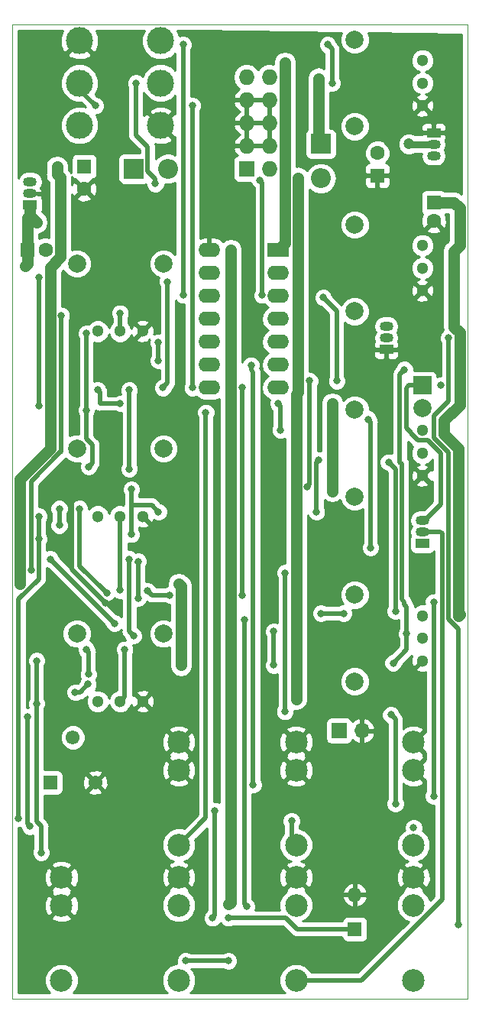
<source format=gbr>
%TF.GenerationSoftware,KiCad,Pcbnew,(5.0.1)-3*%
%TF.CreationDate,2019-09-01T21:44:55+01:00*%
%TF.ProjectId,Tap LFO v2,546170204C464F2076322E6B69636164,rev?*%
%TF.SameCoordinates,Original*%
%TF.FileFunction,Copper,L1,Top,Signal*%
%TF.FilePolarity,Positive*%
%FSLAX46Y46*%
G04 Gerber Fmt 4.6, Leading zero omitted, Abs format (unit mm)*
G04 Created by KiCad (PCBNEW (5.0.1)-3) date 01/09/2019 21:44:55*
%MOMM*%
%LPD*%
G01*
G04 APERTURE LIST*
%ADD10C,0.100000*%
%ADD11C,2.000000*%
%ADD12C,1.300000*%
%ADD13C,1.550000*%
%ADD14R,1.550000X1.550000*%
%ADD15C,3.000000*%
%ADD16C,2.500000*%
%ADD17R,2.000000X2.000000*%
%ADD18O,1.727200X1.727200*%
%ADD19R,1.727200X1.727200*%
%ADD20R,2.400000X1.600000*%
%ADD21O,2.400000X1.600000*%
%ADD22C,1.600000*%
%ADD23R,1.600000X1.600000*%
%ADD24O,2.200000X2.200000*%
%ADD25R,2.200000X2.200000*%
%ADD26R,1.500000X1.050000*%
%ADD27O,1.500000X1.050000*%
%ADD28O,1.600000X1.600000*%
%ADD29R,1.700000X1.700000*%
%ADD30O,1.700000X1.700000*%
%ADD31C,1.200000*%
%ADD32C,0.800000*%
%ADD33C,1.270000*%
%ADD34C,0.500000*%
%ADD35C,0.800000*%
%ADD36C,0.254000*%
G04 APERTURE END LIST*
D10*
X70500000Y-20000000D02*
X20000000Y-20000000D01*
X70500000Y-128000000D02*
X70500000Y-20000000D01*
X20000000Y-128000000D02*
X70500000Y-128000000D01*
X20000000Y-20000000D02*
X20000000Y-128000000D01*
D11*
X58000000Y-42200000D03*
X58000000Y-51800000D03*
D12*
X65500000Y-44500000D03*
X65500000Y-47000000D03*
X65500000Y-49500000D03*
X29500000Y-74500000D03*
X32000000Y-74500000D03*
X34500000Y-74500000D03*
D11*
X27200000Y-67000000D03*
X36800000Y-67000000D03*
D12*
X65500000Y-90500000D03*
X65500000Y-88000000D03*
X65500000Y-85500000D03*
D11*
X58000000Y-92800000D03*
X58000000Y-83200000D03*
D13*
X26750000Y-99000000D03*
D14*
X24250000Y-104000000D03*
D13*
X29250000Y-104000000D03*
D15*
X27500000Y-31200000D03*
X27500000Y-26500000D03*
X27500000Y-21800000D03*
X36500000Y-31200000D03*
X36500000Y-26500000D03*
X36500000Y-21800000D03*
D12*
X29500000Y-95000000D03*
X32000000Y-95000000D03*
X34500000Y-95000000D03*
D11*
X27200000Y-87500000D03*
X36800000Y-87500000D03*
D16*
X64500000Y-102620000D03*
X64500000Y-99520000D03*
X64500000Y-110920000D03*
D17*
X65500000Y-59980000D03*
D11*
X65500000Y-62520000D03*
D16*
X38500000Y-125920000D03*
X38500000Y-114520000D03*
X38500000Y-117620000D03*
D18*
X48540000Y-25840000D03*
X46000000Y-25840000D03*
X48540000Y-28380000D03*
X46000000Y-28380000D03*
X48540000Y-30920000D03*
X46000000Y-30920000D03*
X48540000Y-33460000D03*
X46000000Y-33460000D03*
X48540000Y-36000000D03*
D19*
X46000000Y-36000000D03*
D20*
X49500000Y-45000000D03*
D21*
X41880000Y-60240000D03*
X49500000Y-47540000D03*
X41880000Y-57700000D03*
X49500000Y-50080000D03*
X41880000Y-55160000D03*
X49500000Y-52620000D03*
X41880000Y-52620000D03*
X49500000Y-55160000D03*
X41880000Y-50080000D03*
X49500000Y-57700000D03*
X41880000Y-47540000D03*
X49500000Y-60240000D03*
X41880000Y-45000000D03*
D12*
X65500000Y-29000000D03*
X65500000Y-26500000D03*
X65500000Y-24000000D03*
D11*
X58000000Y-31300000D03*
X58000000Y-21700000D03*
D22*
X66750000Y-41750000D03*
D23*
X66750000Y-39750000D03*
D24*
X37310000Y-36000000D03*
D25*
X33500000Y-36000000D03*
D23*
X21750000Y-45000000D03*
D22*
X23750000Y-45000000D03*
D26*
X66750000Y-32000000D03*
D27*
X66750000Y-34540000D03*
X66750000Y-33270000D03*
D23*
X58000000Y-120250000D03*
D28*
X58000000Y-116440000D03*
D25*
X54250000Y-33250000D03*
D24*
X54250000Y-37060000D03*
D11*
X58000000Y-62700000D03*
X58000000Y-72300000D03*
D12*
X65500000Y-65000000D03*
X65500000Y-67500000D03*
X65500000Y-70000000D03*
D27*
X22000000Y-38730000D03*
X22000000Y-37460000D03*
D26*
X22000000Y-40000000D03*
D11*
X36800000Y-46500000D03*
X27200000Y-46500000D03*
D12*
X34500000Y-54000000D03*
X32000000Y-54000000D03*
X29500000Y-54000000D03*
D22*
X60500000Y-34250000D03*
D23*
X60500000Y-36750000D03*
X28000000Y-35750000D03*
D22*
X28000000Y-38250000D03*
D29*
X56250000Y-98250000D03*
D30*
X58790000Y-98250000D03*
D16*
X51500000Y-125920000D03*
X51500000Y-114520000D03*
X51500000Y-117620000D03*
D26*
X65500000Y-77500000D03*
D27*
X65500000Y-74960000D03*
X65500000Y-76230000D03*
D16*
X38500000Y-110920000D03*
X38500000Y-99520000D03*
X38500000Y-102620000D03*
X51500000Y-110920000D03*
X51500000Y-99520000D03*
X51500000Y-102620000D03*
X25500000Y-117620000D03*
X25500000Y-114520000D03*
X25500000Y-125920000D03*
D27*
X61500000Y-54730000D03*
X61500000Y-53460000D03*
D26*
X61500000Y-56000000D03*
D16*
X64500000Y-117620000D03*
X64500000Y-114520000D03*
X64500000Y-125920000D03*
D31*
X38500000Y-82000000D03*
X55500000Y-71750000D03*
X55500000Y-62000000D03*
D32*
X20885010Y-82000000D03*
D31*
X25000000Y-35750000D03*
X38750000Y-91000000D03*
D32*
X26000000Y-68750000D03*
X30394958Y-84105042D03*
X50000000Y-68000000D03*
X38000000Y-76000000D03*
X60500000Y-82000000D03*
X28500000Y-51000000D03*
X38250000Y-69250000D03*
X61000000Y-93000000D03*
D31*
X51685000Y-37000000D03*
X51500000Y-82000000D03*
X51500000Y-94750000D03*
X64000000Y-33250000D03*
X69614990Y-44500000D03*
X69500000Y-85500000D03*
X67885021Y-64750000D03*
X50250000Y-24250000D03*
X21500000Y-46750000D03*
X22750000Y-41930000D03*
X50250000Y-41750000D03*
X44250000Y-68750000D03*
X44250000Y-45000000D03*
X44000000Y-117500000D03*
D32*
X23000000Y-48000000D03*
X23000000Y-62250000D03*
X56000000Y-59500000D03*
X54500000Y-50250000D03*
X32000000Y-62000000D03*
X29500000Y-60500000D03*
X49500000Y-62000000D03*
X49750000Y-64975000D03*
X53750000Y-74000000D03*
X36250000Y-74000000D03*
X54000000Y-68250000D03*
X33250000Y-76500000D03*
X33250000Y-71500000D03*
X33000000Y-60500000D03*
X36750000Y-60250000D03*
X33000000Y-69250000D03*
X37250000Y-48500000D03*
X36250000Y-57250000D03*
X36250000Y-55250000D03*
X55000000Y-22250000D03*
X55500000Y-26500000D03*
X39000000Y-22250000D03*
X39000000Y-50000000D03*
X63500000Y-58250000D03*
X62250000Y-90750000D03*
X63750000Y-87500000D03*
X49000000Y-87250000D03*
X49000000Y-91000000D03*
X56750000Y-85250000D03*
X54250000Y-85250000D03*
X23250000Y-111750000D03*
X22750000Y-90500000D03*
X22750000Y-95250000D03*
X28500000Y-92000000D03*
X28250000Y-89250000D03*
X28441408Y-93101934D03*
X27000000Y-94000000D03*
D31*
X54000000Y-26000000D03*
D32*
X68379990Y-54750000D03*
X69500000Y-119750000D03*
X44000000Y-119000000D03*
X67500000Y-60000000D03*
X44000000Y-123750000D03*
X39250000Y-123750000D03*
X28500000Y-69000000D03*
X41500000Y-63000000D03*
X28250000Y-62750000D03*
X28250000Y-54250000D03*
X64525000Y-109000000D03*
X22000000Y-108850000D03*
X21750000Y-96750000D03*
X51000000Y-108250000D03*
X22970010Y-77000000D03*
X23000000Y-74500000D03*
X20750000Y-108000000D03*
X46500000Y-57750000D03*
X46750000Y-104250000D03*
X34000000Y-79500000D03*
X27500000Y-73650000D03*
X30500000Y-83008002D03*
X34000000Y-83600000D03*
X62500000Y-106350000D03*
X62000000Y-96500000D03*
X50250000Y-96140000D03*
X50265000Y-80765000D03*
X24250000Y-79250000D03*
X31350001Y-86350001D03*
X25250000Y-75500000D03*
X25250000Y-73650000D03*
X59500000Y-63750000D03*
X59750000Y-78000000D03*
X33000000Y-79250000D03*
X33500000Y-87750000D03*
X62500000Y-85000000D03*
X61750000Y-68500000D03*
X66750000Y-84000000D03*
X42250000Y-119000000D03*
X42500000Y-107150000D03*
X66750000Y-105500000D03*
X52750000Y-71250000D03*
X53000000Y-59500000D03*
X45750000Y-86000000D03*
X46000000Y-117750000D03*
X22120010Y-80479990D03*
X25470001Y-52250000D03*
X32000000Y-52000000D03*
X32500000Y-89250000D03*
X32010541Y-82693754D03*
X37500000Y-83250000D03*
X35000000Y-82750000D03*
X33750000Y-26500000D03*
X47750000Y-50000000D03*
X35899999Y-37649999D03*
X47500000Y-37250000D03*
X40000000Y-29000000D03*
X40000000Y-60250000D03*
X29250000Y-29000000D03*
X45485000Y-60250000D03*
X45500000Y-83250000D03*
D33*
X24235001Y-46934801D02*
X24235001Y-67014999D01*
X38750000Y-82250000D02*
X38750000Y-91000000D01*
X25385001Y-36983529D02*
X25385001Y-45784801D01*
X20885010Y-70364990D02*
X20885010Y-82000000D01*
X55500000Y-71750000D02*
X55500000Y-62000000D01*
X38500000Y-82000000D02*
X38750000Y-82250000D01*
X25385001Y-45784801D02*
X24235001Y-46934801D01*
X25000000Y-35750000D02*
X25000000Y-36598528D01*
X24235001Y-67014999D02*
X20885010Y-70364990D01*
X25000000Y-36598528D02*
X25385001Y-36983529D01*
D34*
X38000000Y-69500000D02*
X38250000Y-69250000D01*
X38000000Y-76000000D02*
X38000000Y-69500000D01*
X61000000Y-82500000D02*
X60500000Y-82000000D01*
X61000000Y-93000000D02*
X61000000Y-82500000D01*
X26649999Y-69399999D02*
X26000000Y-68750000D01*
X26649999Y-80360083D02*
X26649999Y-69399999D01*
X30394958Y-84105042D02*
X26649999Y-80360083D01*
D35*
X64020000Y-33270000D02*
X64000000Y-33250000D01*
X66750000Y-33270000D02*
X64020000Y-33270000D01*
D33*
X51720010Y-60732243D02*
X51720010Y-42358898D01*
X51500000Y-82000000D02*
X51500000Y-94750000D01*
X51500000Y-82000000D02*
X51500000Y-60952253D01*
X51720010Y-42358898D02*
X51720010Y-37000000D01*
X51500000Y-60952253D02*
X51720010Y-60732243D01*
X68820000Y-39750000D02*
X69000000Y-39750000D01*
X69614990Y-40364990D02*
X69614990Y-44500000D01*
X66750000Y-39750000D02*
X68820000Y-39750000D01*
X69614990Y-85385010D02*
X69500000Y-85500000D01*
X69000000Y-39750000D02*
X69614990Y-40364990D01*
X67885021Y-63864979D02*
X67885021Y-64750000D01*
X67885021Y-65360625D02*
X67885021Y-64750000D01*
X69000000Y-45114990D02*
X69000000Y-53542208D01*
X67885021Y-65360625D02*
X69500000Y-66975604D01*
X69614990Y-44500000D02*
X69000000Y-45114990D01*
X69614991Y-62135009D02*
X67885021Y-63864979D01*
X69000000Y-53542208D02*
X69614991Y-54157200D01*
X69500000Y-66975604D02*
X69500000Y-85500000D01*
X69614991Y-54157200D02*
X69614991Y-62135009D01*
X50250000Y-44250000D02*
X49500000Y-45000000D01*
X22750000Y-41930000D02*
X22000000Y-41180000D01*
X22000000Y-41180000D02*
X22000000Y-40090010D01*
X21750000Y-45000000D02*
X21750000Y-46500000D01*
X22000000Y-41180000D02*
X21750000Y-41430000D01*
X21750000Y-46500000D02*
X21500000Y-46750000D01*
X50250000Y-24250000D02*
X50250000Y-41750000D01*
X44250000Y-117250000D02*
X44000000Y-117500000D01*
X21750000Y-41430000D02*
X21750000Y-45000000D01*
X44250000Y-45000000D02*
X44250000Y-69500000D01*
X44250000Y-69500000D02*
X44250000Y-117250000D01*
X50250000Y-41750000D02*
X50250000Y-44250000D01*
D34*
X23000000Y-48000000D02*
X23000000Y-62250000D01*
X54500000Y-50250000D02*
X56000000Y-51750000D01*
X56000000Y-51750000D02*
X56000000Y-59500000D01*
X29750000Y-62000000D02*
X29750000Y-60750000D01*
X29750000Y-60750000D02*
X29500000Y-60500000D01*
X49750000Y-62250000D02*
X49500000Y-62000000D01*
X49750000Y-64975000D02*
X49750000Y-62250000D01*
X32000000Y-62000000D02*
X29750000Y-62000000D01*
X33250000Y-73250000D02*
X33250000Y-76500000D01*
X33250000Y-71500000D02*
X33250000Y-73250000D01*
X53750000Y-68500000D02*
X54000000Y-68250000D01*
X53750000Y-74000000D02*
X53750000Y-68500000D01*
X33250000Y-73250000D02*
X35500000Y-73250000D01*
X35500000Y-73250000D02*
X36250000Y-74000000D01*
X36750000Y-60250000D02*
X37250000Y-59750000D01*
X33000000Y-69250000D02*
X33000000Y-60500000D01*
X37250000Y-59750000D02*
X37250000Y-48500000D01*
X36250000Y-57250000D02*
X36250000Y-56250000D01*
X36250000Y-55250000D02*
X36250000Y-56250000D01*
X39000000Y-22250000D02*
X39000000Y-50000000D01*
X55500000Y-26500000D02*
X55500000Y-22750000D01*
X55500000Y-22750000D02*
X55000000Y-22250000D01*
X63500000Y-84250000D02*
X63750000Y-84500000D01*
X63750000Y-84500000D02*
X63750000Y-87500000D01*
X63750000Y-89250000D02*
X63750000Y-87500000D01*
X62250000Y-90750000D02*
X63750000Y-89250000D01*
X63000000Y-58750000D02*
X63500000Y-58250000D01*
X63000000Y-68491998D02*
X63000000Y-58750000D01*
X63500000Y-84250000D02*
X63500000Y-84000000D01*
X63500000Y-84000000D02*
X63200010Y-83700010D01*
X63200010Y-83700010D02*
X63200010Y-68692008D01*
X63200010Y-68692008D02*
X63000000Y-68491998D01*
X49000000Y-91000000D02*
X49000000Y-87250000D01*
X54250000Y-85250000D02*
X56750000Y-85250000D01*
X28500000Y-92000000D02*
X28500000Y-89500000D01*
X22750000Y-95250000D02*
X22750000Y-90500000D01*
X28500000Y-89500000D02*
X28250000Y-89250000D01*
X23250000Y-111750000D02*
X23250000Y-108841998D01*
X22750000Y-108341998D02*
X22750000Y-95815685D01*
X23250000Y-108841998D02*
X22750000Y-108341998D01*
X22750000Y-95815685D02*
X22750000Y-95250000D01*
X27000000Y-94000000D02*
X27543342Y-94000000D01*
X27543342Y-94000000D02*
X28441408Y-93101934D01*
D33*
X54000000Y-33000000D02*
X54250000Y-33250000D01*
X54000000Y-26000000D02*
X54000000Y-33000000D01*
D34*
X44000000Y-119000000D02*
X50363998Y-119000000D01*
X50363998Y-119000000D02*
X51613998Y-120250000D01*
X56700000Y-120250000D02*
X58000000Y-120250000D01*
X51613998Y-120250000D02*
X56700000Y-120250000D01*
X68379990Y-54750000D02*
X68379990Y-61786012D01*
X68379990Y-67390028D02*
X68379990Y-85914424D01*
X69465566Y-115170436D02*
X69500000Y-115204870D01*
X68379990Y-61786012D02*
X66800011Y-63365991D01*
X69465566Y-87000000D02*
X69465566Y-115170436D01*
X69500000Y-115204870D02*
X69500000Y-119750000D01*
X66800011Y-63365991D02*
X66800011Y-65810049D01*
X68379990Y-85914424D02*
X69465566Y-87000000D01*
X66800011Y-65810049D02*
X68379990Y-67390028D01*
X65725000Y-74960000D02*
X65500000Y-74960000D01*
X67500000Y-73185000D02*
X65725000Y-74960000D01*
X64000000Y-59980000D02*
X65500000Y-59980000D01*
X63700010Y-64700010D02*
X63700010Y-60279990D01*
X64200010Y-65200010D02*
X63700010Y-64700010D01*
X64200010Y-65328012D02*
X64200010Y-65200010D01*
X63700010Y-60279990D02*
X64000000Y-59980000D01*
X64971999Y-66100001D02*
X64200010Y-65328012D01*
X67500000Y-67500000D02*
X66100001Y-66100001D01*
X66100001Y-66100001D02*
X64971999Y-66100001D01*
X67500000Y-73185000D02*
X67500000Y-67500000D01*
X39250000Y-123750000D02*
X44000000Y-123750000D01*
X28500000Y-69000000D02*
X28899999Y-68600001D01*
X41500000Y-107920000D02*
X41500000Y-63000000D01*
X28899999Y-68600001D02*
X28899999Y-66553997D01*
X28250000Y-62750000D02*
X28250000Y-54250000D01*
X28899999Y-66553997D02*
X28250000Y-65903998D01*
X38500000Y-110920000D02*
X41500000Y-107920000D01*
X28250000Y-65903998D02*
X28250000Y-62750000D01*
X21750000Y-96750000D02*
X21750000Y-108600000D01*
X21750000Y-108600000D02*
X22000000Y-108850000D01*
X51000000Y-108250000D02*
X51000000Y-110420000D01*
X22970010Y-77000000D02*
X22970010Y-81449435D01*
X22970010Y-74529990D02*
X23000000Y-74500000D01*
X20750000Y-83669445D02*
X20750000Y-108000000D01*
X22970010Y-77000000D02*
X22970010Y-74529990D01*
X22970010Y-81449435D02*
X20750000Y-83669445D01*
X51000000Y-110420000D02*
X51500000Y-110920000D01*
X46500000Y-57750000D02*
X46500000Y-58315685D01*
X46750000Y-58565685D02*
X46750000Y-104250000D01*
X46500000Y-58315685D02*
X46750000Y-58565685D01*
X67480000Y-76230000D02*
X67679980Y-76429980D01*
X67679980Y-116956022D02*
X58716002Y-125920000D01*
X67679980Y-76429980D02*
X67679980Y-116956022D01*
X58716002Y-125920000D02*
X53267766Y-125920000D01*
X53267766Y-125920000D02*
X51500000Y-125920000D01*
X65500000Y-76230000D02*
X67480000Y-76230000D01*
X33850000Y-79650000D02*
X34000000Y-79500000D01*
X27500000Y-73650000D02*
X27500000Y-80008002D01*
X27500000Y-80008002D02*
X30250000Y-82758002D01*
X34000000Y-79500000D02*
X34000000Y-83600000D01*
X62000000Y-96500000D02*
X62500000Y-97000000D01*
X62500000Y-97000000D02*
X62500000Y-106350000D01*
X50265000Y-96125000D02*
X50250000Y-96140000D01*
X50265000Y-80765000D02*
X50265000Y-96125000D01*
X31350001Y-86350001D02*
X24250000Y-79250000D01*
X25250000Y-73650000D02*
X25250000Y-75500000D01*
X59750000Y-64000000D02*
X59500000Y-63750000D01*
X59750000Y-78000000D02*
X59750000Y-64000000D01*
X33000000Y-79250000D02*
X33000000Y-87250000D01*
X33000000Y-87250000D02*
X33500000Y-87750000D01*
X61750000Y-68500000D02*
X62500000Y-69250000D01*
X62500000Y-69250000D02*
X62500000Y-85000000D01*
X42500000Y-118750000D02*
X42250000Y-119000000D01*
X66750000Y-84000000D02*
X66750000Y-105500000D01*
X42500000Y-107150000D02*
X42500000Y-118750000D01*
X53000000Y-59500000D02*
X53000000Y-71000000D01*
X53000000Y-71000000D02*
X52750000Y-71250000D01*
X45750000Y-117500000D02*
X46000000Y-117750000D01*
X45750000Y-86000000D02*
X45750000Y-117500000D01*
X25320009Y-67464425D02*
X22120010Y-70664424D01*
X22120010Y-70664424D02*
X22120010Y-80479990D01*
X25470001Y-52250000D02*
X25470001Y-67314433D01*
X25470001Y-67314433D02*
X25320009Y-67464425D01*
X32000000Y-54000000D02*
X32000000Y-52000000D01*
X32500000Y-89250000D02*
X32500000Y-94500000D01*
X32500000Y-94500000D02*
X32000000Y-95000000D01*
X32000000Y-74500000D02*
X32010541Y-82693754D01*
X35500000Y-83250000D02*
X35000000Y-82750000D01*
X37500000Y-83250000D02*
X35500000Y-83250000D01*
X33750000Y-32250000D02*
X33750000Y-26500000D01*
X35899999Y-37084314D02*
X35050001Y-36234316D01*
X35050001Y-33550001D02*
X33750000Y-32250000D01*
X35899999Y-37649999D02*
X35899999Y-37084314D01*
X35050001Y-36234316D02*
X35050001Y-33550001D01*
X47750000Y-37500000D02*
X47500000Y-37250000D01*
X47750000Y-50000000D02*
X47750000Y-37500000D01*
X40000000Y-29000000D02*
X40000000Y-60250000D01*
X27500000Y-27250000D02*
X29250000Y-29000000D01*
X27500000Y-26500000D02*
X27500000Y-27250000D01*
X45485000Y-83235000D02*
X45500000Y-83250000D01*
X45485000Y-60250000D02*
X45485000Y-83235000D01*
D36*
G36*
X25357277Y-21416187D02*
X25373503Y-22265387D01*
X25667261Y-22974582D01*
X25986030Y-23134365D01*
X27320395Y-21800000D01*
X27306253Y-21785858D01*
X27485858Y-21606253D01*
X27500000Y-21620395D01*
X27514143Y-21606253D01*
X27693748Y-21785858D01*
X27679605Y-21800000D01*
X29013970Y-23134365D01*
X29332739Y-22974582D01*
X29642723Y-22183813D01*
X29626497Y-21334613D01*
X29357419Y-20685000D01*
X34650941Y-20685000D01*
X34365000Y-21375322D01*
X34365000Y-22224678D01*
X34690034Y-23009380D01*
X35290620Y-23609966D01*
X36075322Y-23935000D01*
X36924678Y-23935000D01*
X37709380Y-23609966D01*
X38115000Y-23204346D01*
X38115000Y-25095654D01*
X37709380Y-24690034D01*
X36924678Y-24365000D01*
X36075322Y-24365000D01*
X35290620Y-24690034D01*
X34690034Y-25290620D01*
X34489196Y-25775485D01*
X34336280Y-25622569D01*
X33955874Y-25465000D01*
X33544126Y-25465000D01*
X33163720Y-25622569D01*
X32872569Y-25913720D01*
X32715000Y-26294126D01*
X32715000Y-26705874D01*
X32865001Y-27068009D01*
X32865000Y-32162839D01*
X32847663Y-32250000D01*
X32865000Y-32337161D01*
X32865000Y-32337164D01*
X32916348Y-32595309D01*
X33111951Y-32888049D01*
X33185847Y-32937425D01*
X34165002Y-33916581D01*
X34165002Y-34252560D01*
X32400000Y-34252560D01*
X32152235Y-34301843D01*
X31942191Y-34442191D01*
X31801843Y-34652235D01*
X31752560Y-34900000D01*
X31752560Y-37100000D01*
X31801843Y-37347765D01*
X31942191Y-37557809D01*
X32152235Y-37698157D01*
X32400000Y-37747440D01*
X34600000Y-37747440D01*
X34847765Y-37698157D01*
X34864999Y-37686642D01*
X34864999Y-37855873D01*
X35022568Y-38236279D01*
X35313719Y-38527430D01*
X35694125Y-38684999D01*
X36105873Y-38684999D01*
X36486279Y-38527430D01*
X36777430Y-38236279D01*
X36934999Y-37855873D01*
X36934999Y-37694398D01*
X37139120Y-37735000D01*
X37480880Y-37735000D01*
X37986963Y-37634334D01*
X38115001Y-37548782D01*
X38115001Y-45502762D01*
X37726153Y-45113914D01*
X37125222Y-44865000D01*
X36474778Y-44865000D01*
X35873847Y-45113914D01*
X35413914Y-45573847D01*
X35165000Y-46174778D01*
X35165000Y-46825222D01*
X35413914Y-47426153D01*
X35873847Y-47886086D01*
X36309303Y-48066458D01*
X36215000Y-48294126D01*
X36215000Y-48705874D01*
X36365001Y-49068009D01*
X36365000Y-54215000D01*
X36044126Y-54215000D01*
X35742251Y-54340041D01*
X35797622Y-54180922D01*
X35768083Y-53670572D01*
X35629611Y-53336271D01*
X35399016Y-53280590D01*
X34679605Y-54000000D01*
X34693748Y-54014142D01*
X34514142Y-54193748D01*
X34500000Y-54179605D01*
X33780590Y-54899016D01*
X33836271Y-55129611D01*
X34319078Y-55297622D01*
X34829428Y-55268083D01*
X35163729Y-55129611D01*
X35219410Y-54899018D01*
X35258793Y-54938401D01*
X35215000Y-55044126D01*
X35215000Y-55455874D01*
X35365001Y-55818008D01*
X35365001Y-56681992D01*
X35215000Y-57044126D01*
X35215000Y-57455874D01*
X35372569Y-57836280D01*
X35663720Y-58127431D01*
X36044126Y-58285000D01*
X36365000Y-58285000D01*
X36365000Y-59289196D01*
X36163720Y-59372569D01*
X35872569Y-59663720D01*
X35715000Y-60044126D01*
X35715000Y-60455874D01*
X35872569Y-60836280D01*
X36163720Y-61127431D01*
X36544126Y-61285000D01*
X36955874Y-61285000D01*
X37336280Y-61127431D01*
X37627431Y-60836280D01*
X37777431Y-60474147D01*
X37814154Y-60437424D01*
X37888049Y-60388049D01*
X38083652Y-60095310D01*
X38135000Y-59837165D01*
X38135000Y-59837161D01*
X38152337Y-59750000D01*
X38135000Y-59662839D01*
X38135000Y-50598711D01*
X38413720Y-50877431D01*
X38794126Y-51035000D01*
X39115001Y-51035000D01*
X39115001Y-59681991D01*
X38965000Y-60044126D01*
X38965000Y-60455874D01*
X39122569Y-60836280D01*
X39413720Y-61127431D01*
X39794126Y-61285000D01*
X40205874Y-61285000D01*
X40398950Y-61205025D01*
X40445423Y-61274577D01*
X40920091Y-61591740D01*
X41338667Y-61675000D01*
X42421333Y-61675000D01*
X42839909Y-61591740D01*
X42980001Y-61498134D01*
X42980001Y-69374916D01*
X42980000Y-69374921D01*
X42980001Y-106228547D01*
X42705874Y-106115000D01*
X42385000Y-106115000D01*
X42385000Y-63568007D01*
X42535000Y-63205874D01*
X42535000Y-62794126D01*
X42377431Y-62413720D01*
X42086280Y-62122569D01*
X41705874Y-61965000D01*
X41294126Y-61965000D01*
X40913720Y-62122569D01*
X40622569Y-62413720D01*
X40465000Y-62794126D01*
X40465000Y-63205874D01*
X40615001Y-63568009D01*
X40615000Y-107553421D01*
X39057717Y-109110705D01*
X38874950Y-109035000D01*
X38125050Y-109035000D01*
X37432233Y-109321974D01*
X36901974Y-109852233D01*
X36615000Y-110545050D01*
X36615000Y-111294950D01*
X36901974Y-111987767D01*
X37432233Y-112518026D01*
X37907576Y-112714919D01*
X37475533Y-112893877D01*
X37346285Y-113186680D01*
X38500000Y-114340395D01*
X39653715Y-113186680D01*
X39524467Y-112893877D01*
X39075557Y-112721906D01*
X39567767Y-112518026D01*
X40098026Y-111987767D01*
X40385000Y-111294950D01*
X40385000Y-110545050D01*
X40309295Y-110362283D01*
X41615000Y-109056579D01*
X41615001Y-118171288D01*
X41372569Y-118413720D01*
X41215000Y-118794126D01*
X41215000Y-119205874D01*
X41372569Y-119586280D01*
X41663720Y-119877431D01*
X42044126Y-120035000D01*
X42455874Y-120035000D01*
X42836280Y-119877431D01*
X43125000Y-119588711D01*
X43413720Y-119877431D01*
X43794126Y-120035000D01*
X44205874Y-120035000D01*
X44568007Y-119885000D01*
X49997420Y-119885000D01*
X50926575Y-120814156D01*
X50975949Y-120888049D01*
X51049842Y-120937423D01*
X51049843Y-120937424D01*
X51218324Y-121050000D01*
X51268688Y-121083652D01*
X51526833Y-121135000D01*
X51526837Y-121135000D01*
X51613998Y-121152337D01*
X51701159Y-121135000D01*
X56569467Y-121135000D01*
X56601843Y-121297765D01*
X56742191Y-121507809D01*
X56952235Y-121648157D01*
X57200000Y-121697440D01*
X58800000Y-121697440D01*
X59047765Y-121648157D01*
X59257809Y-121507809D01*
X59398157Y-121297765D01*
X59447440Y-121050000D01*
X59447440Y-119450000D01*
X59398157Y-119202235D01*
X59257809Y-118992191D01*
X59047765Y-118851843D01*
X58800000Y-118802560D01*
X57200000Y-118802560D01*
X56952235Y-118851843D01*
X56742191Y-118992191D01*
X56601843Y-119202235D01*
X56569467Y-119365000D01*
X52212940Y-119365000D01*
X52567767Y-119218026D01*
X53098026Y-118687767D01*
X53385000Y-117994950D01*
X53385000Y-117245050D01*
X53196116Y-116789041D01*
X56608086Y-116789041D01*
X56847611Y-117295134D01*
X57262577Y-117671041D01*
X57650961Y-117831904D01*
X57873000Y-117709915D01*
X57873000Y-116567000D01*
X58127000Y-116567000D01*
X58127000Y-117709915D01*
X58349039Y-117831904D01*
X58737423Y-117671041D01*
X59152389Y-117295134D01*
X59391914Y-116789041D01*
X59270629Y-116567000D01*
X58127000Y-116567000D01*
X57873000Y-116567000D01*
X56729371Y-116567000D01*
X56608086Y-116789041D01*
X53196116Y-116789041D01*
X53098026Y-116552233D01*
X52636752Y-116090959D01*
X56608086Y-116090959D01*
X56729371Y-116313000D01*
X57873000Y-116313000D01*
X57873000Y-115170085D01*
X58127000Y-115170085D01*
X58127000Y-116313000D01*
X59270629Y-116313000D01*
X59391914Y-116090959D01*
X59152389Y-115584866D01*
X58737423Y-115208959D01*
X58349039Y-115048096D01*
X58127000Y-115170085D01*
X57873000Y-115170085D01*
X57650961Y-115048096D01*
X57262577Y-115208959D01*
X56847611Y-115584866D01*
X56608086Y-116090959D01*
X52636752Y-116090959D01*
X52575746Y-116029953D01*
X52653715Y-115853320D01*
X51500000Y-114699605D01*
X50346285Y-115853320D01*
X50424254Y-116029953D01*
X49901974Y-116552233D01*
X49615000Y-117245050D01*
X49615000Y-117994950D01*
X49664726Y-118115000D01*
X46969088Y-118115000D01*
X47035000Y-117955874D01*
X47035000Y-117544126D01*
X46877431Y-117163720D01*
X46635000Y-116921289D01*
X46635000Y-114195806D01*
X49605612Y-114195806D01*
X49625750Y-114945435D01*
X49873877Y-115544467D01*
X50166680Y-115673715D01*
X51320395Y-114520000D01*
X51679605Y-114520000D01*
X52833320Y-115673715D01*
X53126123Y-115544467D01*
X53394388Y-114844194D01*
X53376970Y-114195806D01*
X62605612Y-114195806D01*
X62625750Y-114945435D01*
X62873877Y-115544467D01*
X63166680Y-115673715D01*
X64320395Y-114520000D01*
X64679605Y-114520000D01*
X65833320Y-115673715D01*
X66126123Y-115544467D01*
X66394388Y-114844194D01*
X66374250Y-114094565D01*
X66126123Y-113495533D01*
X65833320Y-113366285D01*
X64679605Y-114520000D01*
X64320395Y-114520000D01*
X63166680Y-113366285D01*
X62873877Y-113495533D01*
X62605612Y-114195806D01*
X53376970Y-114195806D01*
X53374250Y-114094565D01*
X53126123Y-113495533D01*
X52833320Y-113366285D01*
X51679605Y-114520000D01*
X51320395Y-114520000D01*
X50166680Y-113366285D01*
X49873877Y-113495533D01*
X49605612Y-114195806D01*
X46635000Y-114195806D01*
X46635000Y-110545050D01*
X49615000Y-110545050D01*
X49615000Y-111294950D01*
X49901974Y-111987767D01*
X50432233Y-112518026D01*
X50907576Y-112714919D01*
X50475533Y-112893877D01*
X50346285Y-113186680D01*
X51500000Y-114340395D01*
X52653715Y-113186680D01*
X52524467Y-112893877D01*
X52075557Y-112721906D01*
X52567767Y-112518026D01*
X53098026Y-111987767D01*
X53385000Y-111294950D01*
X53385000Y-110545050D01*
X62615000Y-110545050D01*
X62615000Y-111294950D01*
X62901974Y-111987767D01*
X63432233Y-112518026D01*
X63907576Y-112714919D01*
X63475533Y-112893877D01*
X63346285Y-113186680D01*
X64500000Y-114340395D01*
X65653715Y-113186680D01*
X65524467Y-112893877D01*
X65075557Y-112721906D01*
X65567767Y-112518026D01*
X66098026Y-111987767D01*
X66385000Y-111294950D01*
X66385000Y-110545050D01*
X66098026Y-109852233D01*
X65567767Y-109321974D01*
X65520090Y-109302226D01*
X65560000Y-109205874D01*
X65560000Y-108794126D01*
X65402431Y-108413720D01*
X65111280Y-108122569D01*
X64730874Y-107965000D01*
X64319126Y-107965000D01*
X63938720Y-108122569D01*
X63647569Y-108413720D01*
X63490000Y-108794126D01*
X63490000Y-109205874D01*
X63522588Y-109284548D01*
X63432233Y-109321974D01*
X62901974Y-109852233D01*
X62615000Y-110545050D01*
X53385000Y-110545050D01*
X53098026Y-109852233D01*
X52567767Y-109321974D01*
X51885000Y-109039163D01*
X51885000Y-108818007D01*
X52035000Y-108455874D01*
X52035000Y-108044126D01*
X51877431Y-107663720D01*
X51586280Y-107372569D01*
X51205874Y-107215000D01*
X50794126Y-107215000D01*
X50413720Y-107372569D01*
X50122569Y-107663720D01*
X49965000Y-108044126D01*
X49965000Y-108455874D01*
X50115000Y-108818007D01*
X50115001Y-109639206D01*
X49901974Y-109852233D01*
X49615000Y-110545050D01*
X46635000Y-110545050D01*
X46635000Y-105285000D01*
X46955874Y-105285000D01*
X47336280Y-105127431D01*
X47627431Y-104836280D01*
X47785000Y-104455874D01*
X47785000Y-104044126D01*
X47747388Y-103953320D01*
X50346285Y-103953320D01*
X50475533Y-104246123D01*
X51175806Y-104514388D01*
X51925435Y-104494250D01*
X52524467Y-104246123D01*
X52653715Y-103953320D01*
X51500000Y-102799605D01*
X50346285Y-103953320D01*
X47747388Y-103953320D01*
X47635000Y-103681993D01*
X47635000Y-102295806D01*
X49605612Y-102295806D01*
X49625750Y-103045435D01*
X49873877Y-103644467D01*
X50166680Y-103773715D01*
X51320395Y-102620000D01*
X51679605Y-102620000D01*
X52833320Y-103773715D01*
X53126123Y-103644467D01*
X53394388Y-102944194D01*
X53374250Y-102194565D01*
X53126123Y-101595533D01*
X52833320Y-101466285D01*
X51679605Y-102620000D01*
X51320395Y-102620000D01*
X50166680Y-101466285D01*
X49873877Y-101595533D01*
X49605612Y-102295806D01*
X47635000Y-102295806D01*
X47635000Y-100853320D01*
X50346285Y-100853320D01*
X50441931Y-101070000D01*
X50346285Y-101286680D01*
X51500000Y-102440395D01*
X52653715Y-101286680D01*
X52558069Y-101070000D01*
X52653715Y-100853320D01*
X51500000Y-99699605D01*
X50346285Y-100853320D01*
X47635000Y-100853320D01*
X47635000Y-99195806D01*
X49605612Y-99195806D01*
X49625750Y-99945435D01*
X49873877Y-100544467D01*
X50166680Y-100673715D01*
X51320395Y-99520000D01*
X51679605Y-99520000D01*
X52833320Y-100673715D01*
X53126123Y-100544467D01*
X53394388Y-99844194D01*
X53374250Y-99094565D01*
X53126123Y-98495533D01*
X52833320Y-98366285D01*
X51679605Y-99520000D01*
X51320395Y-99520000D01*
X50166680Y-98366285D01*
X49873877Y-98495533D01*
X49605612Y-99195806D01*
X47635000Y-99195806D01*
X47635000Y-98186680D01*
X50346285Y-98186680D01*
X51500000Y-99340395D01*
X52653715Y-98186680D01*
X52524467Y-97893877D01*
X51824194Y-97625612D01*
X51074565Y-97645750D01*
X50475533Y-97893877D01*
X50346285Y-98186680D01*
X47635000Y-98186680D01*
X47635000Y-97400000D01*
X54752560Y-97400000D01*
X54752560Y-99100000D01*
X54801843Y-99347765D01*
X54942191Y-99557809D01*
X55152235Y-99698157D01*
X55400000Y-99747440D01*
X57100000Y-99747440D01*
X57347765Y-99698157D01*
X57557809Y-99557809D01*
X57698157Y-99347765D01*
X57718739Y-99244292D01*
X58023076Y-99521645D01*
X58433110Y-99691476D01*
X58663000Y-99570155D01*
X58663000Y-98377000D01*
X58917000Y-98377000D01*
X58917000Y-99570155D01*
X59146890Y-99691476D01*
X59556924Y-99521645D01*
X59985183Y-99131358D01*
X60231486Y-98606892D01*
X60110819Y-98377000D01*
X58917000Y-98377000D01*
X58663000Y-98377000D01*
X58643000Y-98377000D01*
X58643000Y-98123000D01*
X58663000Y-98123000D01*
X58663000Y-96929845D01*
X58917000Y-96929845D01*
X58917000Y-98123000D01*
X60110819Y-98123000D01*
X60231486Y-97893108D01*
X59985183Y-97368642D01*
X59556924Y-96978355D01*
X59146890Y-96808524D01*
X58917000Y-96929845D01*
X58663000Y-96929845D01*
X58433110Y-96808524D01*
X58023076Y-96978355D01*
X57718739Y-97255708D01*
X57698157Y-97152235D01*
X57557809Y-96942191D01*
X57347765Y-96801843D01*
X57100000Y-96752560D01*
X55400000Y-96752560D01*
X55152235Y-96801843D01*
X54942191Y-96942191D01*
X54801843Y-97152235D01*
X54752560Y-97400000D01*
X47635000Y-97400000D01*
X47635000Y-58652844D01*
X47652337Y-58565684D01*
X47635000Y-58478525D01*
X47635000Y-58478520D01*
X47583652Y-58220375D01*
X47485985Y-58074207D01*
X47535000Y-57955874D01*
X47535000Y-57544126D01*
X47377431Y-57163720D01*
X47086280Y-56872569D01*
X46705874Y-56715000D01*
X46294126Y-56715000D01*
X45913720Y-56872569D01*
X45622569Y-57163720D01*
X45520000Y-57411344D01*
X45520000Y-44874920D01*
X45446313Y-44504471D01*
X45165618Y-44084382D01*
X44745528Y-43803687D01*
X44250000Y-43705120D01*
X43754471Y-43803687D01*
X43368058Y-44061881D01*
X42946483Y-43722834D01*
X42407000Y-43565000D01*
X42007000Y-43565000D01*
X42007000Y-44873000D01*
X42027000Y-44873000D01*
X42027000Y-45127000D01*
X42007000Y-45127000D01*
X42007000Y-45147000D01*
X41753000Y-45147000D01*
X41753000Y-45127000D01*
X41733000Y-45127000D01*
X41733000Y-44873000D01*
X41753000Y-44873000D01*
X41753000Y-43565000D01*
X41353000Y-43565000D01*
X40885000Y-43701921D01*
X40885000Y-31279026D01*
X44545042Y-31279026D01*
X44717312Y-31694947D01*
X45111510Y-32126821D01*
X45246313Y-32190000D01*
X45111510Y-32253179D01*
X44717312Y-32685053D01*
X44545042Y-33100974D01*
X44666183Y-33333000D01*
X45873000Y-33333000D01*
X45873000Y-31047000D01*
X46127000Y-31047000D01*
X46127000Y-33333000D01*
X48413000Y-33333000D01*
X48413000Y-31047000D01*
X46127000Y-31047000D01*
X45873000Y-31047000D01*
X44666183Y-31047000D01*
X44545042Y-31279026D01*
X40885000Y-31279026D01*
X40885000Y-29568007D01*
X41035000Y-29205874D01*
X41035000Y-28794126D01*
X41012177Y-28739026D01*
X44545042Y-28739026D01*
X44717312Y-29154947D01*
X45111510Y-29586821D01*
X45246313Y-29650000D01*
X45111510Y-29713179D01*
X44717312Y-30145053D01*
X44545042Y-30560974D01*
X44666183Y-30793000D01*
X45873000Y-30793000D01*
X45873000Y-28507000D01*
X46127000Y-28507000D01*
X46127000Y-30793000D01*
X48413000Y-30793000D01*
X48413000Y-28507000D01*
X46127000Y-28507000D01*
X45873000Y-28507000D01*
X44666183Y-28507000D01*
X44545042Y-28739026D01*
X41012177Y-28739026D01*
X40877431Y-28413720D01*
X40586280Y-28122569D01*
X40205874Y-27965000D01*
X39885000Y-27965000D01*
X39885000Y-25840000D01*
X44472041Y-25840000D01*
X44588350Y-26424725D01*
X44919570Y-26920430D01*
X45221021Y-27121854D01*
X45111510Y-27173179D01*
X44717312Y-27605053D01*
X44545042Y-28020974D01*
X44666183Y-28253000D01*
X45873000Y-28253000D01*
X45873000Y-28233000D01*
X46127000Y-28233000D01*
X46127000Y-28253000D01*
X48413000Y-28253000D01*
X48413000Y-28233000D01*
X48667000Y-28233000D01*
X48667000Y-28253000D01*
X48687000Y-28253000D01*
X48687000Y-28507000D01*
X48667000Y-28507000D01*
X48667000Y-30793000D01*
X48687000Y-30793000D01*
X48687000Y-31047000D01*
X48667000Y-31047000D01*
X48667000Y-33333000D01*
X48687000Y-33333000D01*
X48687000Y-33587000D01*
X48667000Y-33587000D01*
X48667000Y-33607000D01*
X48413000Y-33607000D01*
X48413000Y-33587000D01*
X46127000Y-33587000D01*
X46127000Y-33607000D01*
X45873000Y-33607000D01*
X45873000Y-33587000D01*
X44666183Y-33587000D01*
X44545042Y-33819026D01*
X44717312Y-34234947D01*
X44977936Y-34520480D01*
X44888635Y-34538243D01*
X44678591Y-34678591D01*
X44538243Y-34888635D01*
X44488960Y-35136400D01*
X44488960Y-36863600D01*
X44538243Y-37111365D01*
X44678591Y-37321409D01*
X44888635Y-37461757D01*
X45136400Y-37511040D01*
X46487850Y-37511040D01*
X46622569Y-37836280D01*
X46865001Y-38078712D01*
X46865000Y-49431993D01*
X46715000Y-49794126D01*
X46715000Y-50205874D01*
X46872569Y-50586280D01*
X47163720Y-50877431D01*
X47544126Y-51035000D01*
X47955874Y-51035000D01*
X48000030Y-51016710D01*
X48065423Y-51114577D01*
X48417758Y-51350000D01*
X48065423Y-51585423D01*
X47748260Y-52060091D01*
X47636887Y-52620000D01*
X47748260Y-53179909D01*
X48065423Y-53654577D01*
X48417758Y-53890000D01*
X48065423Y-54125423D01*
X47748260Y-54600091D01*
X47636887Y-55160000D01*
X47748260Y-55719909D01*
X48065423Y-56194577D01*
X48417758Y-56430000D01*
X48065423Y-56665423D01*
X47748260Y-57140091D01*
X47636887Y-57700000D01*
X47748260Y-58259909D01*
X48065423Y-58734577D01*
X48417758Y-58970000D01*
X48065423Y-59205423D01*
X47748260Y-59680091D01*
X47636887Y-60240000D01*
X47748260Y-60799909D01*
X48065423Y-61274577D01*
X48540091Y-61591740D01*
X48548166Y-61593346D01*
X48465000Y-61794126D01*
X48465000Y-62205874D01*
X48622569Y-62586280D01*
X48865001Y-62828712D01*
X48865000Y-64406993D01*
X48715000Y-64769126D01*
X48715000Y-65180874D01*
X48872569Y-65561280D01*
X49163720Y-65852431D01*
X49544126Y-66010000D01*
X49955874Y-66010000D01*
X50230001Y-65896453D01*
X50230000Y-79730000D01*
X50059126Y-79730000D01*
X49678720Y-79887569D01*
X49387569Y-80178720D01*
X49230000Y-80559126D01*
X49230000Y-80970874D01*
X49380000Y-81333007D01*
X49380000Y-86287125D01*
X49205874Y-86215000D01*
X48794126Y-86215000D01*
X48413720Y-86372569D01*
X48122569Y-86663720D01*
X47965000Y-87044126D01*
X47965000Y-87455874D01*
X48115001Y-87818009D01*
X48115000Y-90431993D01*
X47965000Y-90794126D01*
X47965000Y-91205874D01*
X48122569Y-91586280D01*
X48413720Y-91877431D01*
X48794126Y-92035000D01*
X49205874Y-92035000D01*
X49380001Y-91962874D01*
X49380001Y-95546288D01*
X49372569Y-95553720D01*
X49215000Y-95934126D01*
X49215000Y-96345874D01*
X49372569Y-96726280D01*
X49663720Y-97017431D01*
X50044126Y-97175000D01*
X50455874Y-97175000D01*
X50836280Y-97017431D01*
X51127431Y-96726280D01*
X51285000Y-96345874D01*
X51285000Y-96294126D01*
X60965000Y-96294126D01*
X60965000Y-96705874D01*
X61122569Y-97086280D01*
X61413720Y-97377431D01*
X61615000Y-97460804D01*
X61615001Y-105781991D01*
X61465000Y-106144126D01*
X61465000Y-106555874D01*
X61622569Y-106936280D01*
X61913720Y-107227431D01*
X62294126Y-107385000D01*
X62705874Y-107385000D01*
X63086280Y-107227431D01*
X63377431Y-106936280D01*
X63535000Y-106555874D01*
X63535000Y-106144126D01*
X63385000Y-105781993D01*
X63385000Y-104041026D01*
X63475533Y-104246123D01*
X64175806Y-104514388D01*
X64925435Y-104494250D01*
X65524467Y-104246123D01*
X65653715Y-103953320D01*
X64500000Y-102799605D01*
X64485858Y-102813748D01*
X64306253Y-102634143D01*
X64320395Y-102620000D01*
X64306253Y-102605858D01*
X64485858Y-102426253D01*
X64500000Y-102440395D01*
X65653715Y-101286680D01*
X65558069Y-101070000D01*
X65653715Y-100853320D01*
X64500000Y-99699605D01*
X64485858Y-99713748D01*
X64306253Y-99534143D01*
X64320395Y-99520000D01*
X64306253Y-99505858D01*
X64485858Y-99326253D01*
X64500000Y-99340395D01*
X65653715Y-98186680D01*
X65524467Y-97893877D01*
X64824194Y-97625612D01*
X64074565Y-97645750D01*
X63475533Y-97893877D01*
X63385000Y-98098974D01*
X63385000Y-97087161D01*
X63402337Y-97000000D01*
X63385000Y-96912839D01*
X63385000Y-96912835D01*
X63333652Y-96654690D01*
X63138049Y-96361951D01*
X63064154Y-96312576D01*
X63027431Y-96275853D01*
X62877431Y-95913720D01*
X62586280Y-95622569D01*
X62205874Y-95465000D01*
X61794126Y-95465000D01*
X61413720Y-95622569D01*
X61122569Y-95913720D01*
X60965000Y-96294126D01*
X51285000Y-96294126D01*
X51285000Y-96002114D01*
X51500000Y-96044880D01*
X51995529Y-95946313D01*
X52415618Y-95665618D01*
X52696313Y-95245529D01*
X52770000Y-94875080D01*
X52770000Y-92474778D01*
X56365000Y-92474778D01*
X56365000Y-93125222D01*
X56613914Y-93726153D01*
X57073847Y-94186086D01*
X57674778Y-94435000D01*
X58325222Y-94435000D01*
X58926153Y-94186086D01*
X59386086Y-93726153D01*
X59635000Y-93125222D01*
X59635000Y-92474778D01*
X59386086Y-91873847D01*
X58926153Y-91413914D01*
X58325222Y-91165000D01*
X57674778Y-91165000D01*
X57073847Y-91413914D01*
X56613914Y-91873847D01*
X56365000Y-92474778D01*
X52770000Y-92474778D01*
X52770000Y-85044126D01*
X53215000Y-85044126D01*
X53215000Y-85455874D01*
X53372569Y-85836280D01*
X53663720Y-86127431D01*
X54044126Y-86285000D01*
X54455874Y-86285000D01*
X54818007Y-86135000D01*
X56181993Y-86135000D01*
X56544126Y-86285000D01*
X56955874Y-86285000D01*
X57336280Y-86127431D01*
X57627431Y-85836280D01*
X57785000Y-85455874D01*
X57785000Y-85044126D01*
X57698377Y-84835000D01*
X58325222Y-84835000D01*
X58926153Y-84586086D01*
X59386086Y-84126153D01*
X59635000Y-83525222D01*
X59635000Y-82874778D01*
X59386086Y-82273847D01*
X58926153Y-81813914D01*
X58325222Y-81565000D01*
X57674778Y-81565000D01*
X57073847Y-81813914D01*
X56613914Y-82273847D01*
X56365000Y-82874778D01*
X56365000Y-83525222D01*
X56613914Y-84126153D01*
X56702761Y-84215000D01*
X56544126Y-84215000D01*
X56181993Y-84365000D01*
X54818007Y-84365000D01*
X54455874Y-84215000D01*
X54044126Y-84215000D01*
X53663720Y-84372569D01*
X53372569Y-84663720D01*
X53215000Y-85044126D01*
X52770000Y-85044126D01*
X52770000Y-74338656D01*
X52872569Y-74586280D01*
X53163720Y-74877431D01*
X53544126Y-75035000D01*
X53955874Y-75035000D01*
X54336280Y-74877431D01*
X54627431Y-74586280D01*
X54785000Y-74205874D01*
X54785000Y-73794126D01*
X54635000Y-73431993D01*
X54635000Y-72699440D01*
X55004471Y-72946313D01*
X55500000Y-73044880D01*
X55995528Y-72946313D01*
X56389078Y-72683351D01*
X56613914Y-73226153D01*
X57073847Y-73686086D01*
X57674778Y-73935000D01*
X58325222Y-73935000D01*
X58865000Y-73711416D01*
X58865000Y-77431993D01*
X58715000Y-77794126D01*
X58715000Y-78205874D01*
X58872569Y-78586280D01*
X59163720Y-78877431D01*
X59544126Y-79035000D01*
X59955874Y-79035000D01*
X60336280Y-78877431D01*
X60627431Y-78586280D01*
X60785000Y-78205874D01*
X60785000Y-77794126D01*
X60635000Y-77431993D01*
X60635000Y-64087159D01*
X60652337Y-63999999D01*
X60635000Y-63912840D01*
X60635000Y-63912835D01*
X60583652Y-63654690D01*
X60535000Y-63581878D01*
X60535000Y-63544126D01*
X60377431Y-63163720D01*
X60086280Y-62872569D01*
X59705874Y-62715000D01*
X59635000Y-62715000D01*
X59635000Y-62374778D01*
X59386086Y-61773847D01*
X58926153Y-61313914D01*
X58325222Y-61065000D01*
X57674778Y-61065000D01*
X57073847Y-61313914D01*
X56727335Y-61660426D01*
X56696313Y-61504471D01*
X56415618Y-61084382D01*
X55995529Y-60803687D01*
X55500000Y-60705120D01*
X55004472Y-60803687D01*
X54584383Y-61084382D01*
X54303688Y-61504471D01*
X54230001Y-61874920D01*
X54230000Y-67224993D01*
X54205874Y-67215000D01*
X53885000Y-67215000D01*
X53885000Y-60068007D01*
X54035000Y-59705874D01*
X54035000Y-59294126D01*
X53877431Y-58913720D01*
X53586280Y-58622569D01*
X53205874Y-58465000D01*
X52990010Y-58465000D01*
X52990010Y-50044126D01*
X53465000Y-50044126D01*
X53465000Y-50455874D01*
X53622569Y-50836280D01*
X53913720Y-51127431D01*
X54275853Y-51277431D01*
X55115000Y-52116579D01*
X55115001Y-58931991D01*
X54965000Y-59294126D01*
X54965000Y-59705874D01*
X55122569Y-60086280D01*
X55413720Y-60377431D01*
X55794126Y-60535000D01*
X56205874Y-60535000D01*
X56586280Y-60377431D01*
X56877431Y-60086280D01*
X57035000Y-59705874D01*
X57035000Y-59294126D01*
X56885000Y-58931993D01*
X56885000Y-56285750D01*
X60115000Y-56285750D01*
X60115000Y-56651309D01*
X60211673Y-56884698D01*
X60390301Y-57063327D01*
X60623690Y-57160000D01*
X61214250Y-57160000D01*
X61373000Y-57001250D01*
X61373000Y-56127000D01*
X61627000Y-56127000D01*
X61627000Y-57001250D01*
X61785750Y-57160000D01*
X62376310Y-57160000D01*
X62609699Y-57063327D01*
X62788327Y-56884698D01*
X62885000Y-56651309D01*
X62885000Y-56285750D01*
X62726250Y-56127000D01*
X61627000Y-56127000D01*
X61373000Y-56127000D01*
X60273750Y-56127000D01*
X60115000Y-56285750D01*
X56885000Y-56285750D01*
X56885000Y-53460000D01*
X60092275Y-53460000D01*
X60182305Y-53912609D01*
X60304174Y-54095000D01*
X60182305Y-54277391D01*
X60092275Y-54730000D01*
X60182305Y-55182609D01*
X60183224Y-55183984D01*
X60115000Y-55348691D01*
X60115000Y-55714250D01*
X60273750Y-55873000D01*
X61075290Y-55873000D01*
X61160754Y-55890000D01*
X61839246Y-55890000D01*
X61924710Y-55873000D01*
X62726250Y-55873000D01*
X62885000Y-55714250D01*
X62885000Y-55348691D01*
X62816776Y-55183984D01*
X62817695Y-55182609D01*
X62907725Y-54730000D01*
X62817695Y-54277391D01*
X62695826Y-54095000D01*
X62817695Y-53912609D01*
X62907725Y-53460000D01*
X62817695Y-53007391D01*
X62561313Y-52623687D01*
X62177609Y-52367305D01*
X61839246Y-52300000D01*
X61160754Y-52300000D01*
X60822391Y-52367305D01*
X60438687Y-52623687D01*
X60182305Y-53007391D01*
X60092275Y-53460000D01*
X56885000Y-53460000D01*
X56885000Y-52997239D01*
X57073847Y-53186086D01*
X57674778Y-53435000D01*
X58325222Y-53435000D01*
X58926153Y-53186086D01*
X59386086Y-52726153D01*
X59635000Y-52125222D01*
X59635000Y-51474778D01*
X59386086Y-50873847D01*
X58926153Y-50413914D01*
X58890187Y-50399016D01*
X64780590Y-50399016D01*
X64836271Y-50629611D01*
X65319078Y-50797622D01*
X65829428Y-50768083D01*
X66163729Y-50629611D01*
X66219410Y-50399016D01*
X65500000Y-49679605D01*
X64780590Y-50399016D01*
X58890187Y-50399016D01*
X58325222Y-50165000D01*
X57674778Y-50165000D01*
X57073847Y-50413914D01*
X56613914Y-50873847D01*
X56544062Y-51042483D01*
X55527431Y-50025853D01*
X55377431Y-49663720D01*
X55086280Y-49372569D01*
X54957142Y-49319078D01*
X64202378Y-49319078D01*
X64231917Y-49829428D01*
X64370389Y-50163729D01*
X64600984Y-50219410D01*
X65320395Y-49500000D01*
X65679605Y-49500000D01*
X66399016Y-50219410D01*
X66629611Y-50163729D01*
X66797622Y-49680922D01*
X66768083Y-49170572D01*
X66629611Y-48836271D01*
X66399016Y-48780590D01*
X65679605Y-49500000D01*
X65320395Y-49500000D01*
X64600984Y-48780590D01*
X64370389Y-48836271D01*
X64202378Y-49319078D01*
X54957142Y-49319078D01*
X54705874Y-49215000D01*
X54294126Y-49215000D01*
X53913720Y-49372569D01*
X53622569Y-49663720D01*
X53465000Y-50044126D01*
X52990010Y-50044126D01*
X52990010Y-44244398D01*
X64215000Y-44244398D01*
X64215000Y-44755602D01*
X64410629Y-45227894D01*
X64772106Y-45589371D01*
X65159900Y-45750000D01*
X64772106Y-45910629D01*
X64410629Y-46272106D01*
X64215000Y-46744398D01*
X64215000Y-47255602D01*
X64410629Y-47727894D01*
X64772106Y-48089371D01*
X65143408Y-48243169D01*
X64836271Y-48370389D01*
X64780590Y-48600984D01*
X65500000Y-49320395D01*
X66219410Y-48600984D01*
X66163729Y-48370389D01*
X65829906Y-48254223D01*
X66227894Y-48089371D01*
X66589371Y-47727894D01*
X66785000Y-47255602D01*
X66785000Y-46744398D01*
X66589371Y-46272106D01*
X66227894Y-45910629D01*
X65840100Y-45750000D01*
X66227894Y-45589371D01*
X66589371Y-45227894D01*
X66785000Y-44755602D01*
X66785000Y-44244398D01*
X66589371Y-43772106D01*
X66227894Y-43410629D01*
X65755602Y-43215000D01*
X65244398Y-43215000D01*
X64772106Y-43410629D01*
X64410629Y-43772106D01*
X64215000Y-44244398D01*
X52990010Y-44244398D01*
X52990010Y-41874778D01*
X56365000Y-41874778D01*
X56365000Y-42525222D01*
X56613914Y-43126153D01*
X57073847Y-43586086D01*
X57674778Y-43835000D01*
X58325222Y-43835000D01*
X58926153Y-43586086D01*
X59386086Y-43126153D01*
X59538685Y-42757745D01*
X65921861Y-42757745D01*
X65995995Y-43003864D01*
X66533223Y-43196965D01*
X67103454Y-43169778D01*
X67504005Y-43003864D01*
X67578139Y-42757745D01*
X66750000Y-41929605D01*
X65921861Y-42757745D01*
X59538685Y-42757745D01*
X59635000Y-42525222D01*
X59635000Y-41874778D01*
X59386086Y-41273847D01*
X58926153Y-40813914D01*
X58325222Y-40565000D01*
X57674778Y-40565000D01*
X57073847Y-40813914D01*
X56613914Y-41273847D01*
X56365000Y-41874778D01*
X52990010Y-41874778D01*
X52990010Y-38297208D01*
X52999135Y-38310865D01*
X53573037Y-38694334D01*
X54079120Y-38795000D01*
X54420880Y-38795000D01*
X54926963Y-38694334D01*
X55500865Y-38310865D01*
X55884334Y-37736963D01*
X56018990Y-37060000D01*
X56014167Y-37035750D01*
X59065000Y-37035750D01*
X59065000Y-37676309D01*
X59161673Y-37909698D01*
X59340301Y-38088327D01*
X59573690Y-38185000D01*
X60214250Y-38185000D01*
X60373000Y-38026250D01*
X60373000Y-36877000D01*
X60627000Y-36877000D01*
X60627000Y-38026250D01*
X60785750Y-38185000D01*
X61426310Y-38185000D01*
X61659699Y-38088327D01*
X61838327Y-37909698D01*
X61935000Y-37676309D01*
X61935000Y-37035750D01*
X61776250Y-36877000D01*
X60627000Y-36877000D01*
X60373000Y-36877000D01*
X59223750Y-36877000D01*
X59065000Y-37035750D01*
X56014167Y-37035750D01*
X55884334Y-36383037D01*
X55500865Y-35809135D01*
X54926963Y-35425666D01*
X54420880Y-35325000D01*
X54079120Y-35325000D01*
X53573037Y-35425666D01*
X52999135Y-35809135D01*
X52725425Y-36218772D01*
X52635628Y-36084382D01*
X52215539Y-35803687D01*
X51720010Y-35705120D01*
X51520000Y-35744905D01*
X51520000Y-32150000D01*
X52502560Y-32150000D01*
X52502560Y-34350000D01*
X52551843Y-34597765D01*
X52692191Y-34807809D01*
X52902235Y-34948157D01*
X53150000Y-34997440D01*
X55350000Y-34997440D01*
X55597765Y-34948157D01*
X55807809Y-34807809D01*
X55948157Y-34597765D01*
X55997440Y-34350000D01*
X55997440Y-33964561D01*
X59065000Y-33964561D01*
X59065000Y-34535439D01*
X59283466Y-35062862D01*
X59546759Y-35326155D01*
X59340301Y-35411673D01*
X59161673Y-35590302D01*
X59065000Y-35823691D01*
X59065000Y-36464250D01*
X59223750Y-36623000D01*
X60373000Y-36623000D01*
X60373000Y-36603000D01*
X60627000Y-36603000D01*
X60627000Y-36623000D01*
X61776250Y-36623000D01*
X61935000Y-36464250D01*
X61935000Y-35823691D01*
X61838327Y-35590302D01*
X61659699Y-35411673D01*
X61453241Y-35326155D01*
X61716534Y-35062862D01*
X61935000Y-34535439D01*
X61935000Y-33964561D01*
X61716534Y-33437138D01*
X61312862Y-33033466D01*
X61242553Y-33004343D01*
X62765000Y-33004343D01*
X62765000Y-33495657D01*
X62953018Y-33949571D01*
X63300429Y-34296982D01*
X63754343Y-34485000D01*
X64245657Y-34485000D01*
X64680214Y-34305000D01*
X65389020Y-34305000D01*
X65342275Y-34540000D01*
X65432305Y-34992609D01*
X65688687Y-35376313D01*
X66072391Y-35632695D01*
X66410754Y-35700000D01*
X67089246Y-35700000D01*
X67427609Y-35632695D01*
X67811313Y-35376313D01*
X68067695Y-34992609D01*
X68157725Y-34540000D01*
X68067695Y-34087391D01*
X67945826Y-33905000D01*
X68067695Y-33722609D01*
X68157725Y-33270000D01*
X68067695Y-32817391D01*
X68066776Y-32816016D01*
X68135000Y-32651309D01*
X68135000Y-32285750D01*
X67976250Y-32127000D01*
X67174710Y-32127000D01*
X67089246Y-32110000D01*
X66410754Y-32110000D01*
X66325290Y-32127000D01*
X65523750Y-32127000D01*
X65415750Y-32235000D01*
X64731553Y-32235000D01*
X64699571Y-32203018D01*
X64245657Y-32015000D01*
X63754343Y-32015000D01*
X63300429Y-32203018D01*
X62953018Y-32550429D01*
X62765000Y-33004343D01*
X61242553Y-33004343D01*
X60785439Y-32815000D01*
X60214561Y-32815000D01*
X59687138Y-33033466D01*
X59283466Y-33437138D01*
X59065000Y-33964561D01*
X55997440Y-33964561D01*
X55997440Y-32150000D01*
X55948157Y-31902235D01*
X55807809Y-31692191D01*
X55597765Y-31551843D01*
X55350000Y-31502560D01*
X55270000Y-31502560D01*
X55270000Y-30974778D01*
X56365000Y-30974778D01*
X56365000Y-31625222D01*
X56613914Y-32226153D01*
X57073847Y-32686086D01*
X57674778Y-32935000D01*
X58325222Y-32935000D01*
X58926153Y-32686086D01*
X59386086Y-32226153D01*
X59635000Y-31625222D01*
X59635000Y-31348691D01*
X65365000Y-31348691D01*
X65365000Y-31714250D01*
X65523750Y-31873000D01*
X66623000Y-31873000D01*
X66623000Y-30998750D01*
X66877000Y-30998750D01*
X66877000Y-31873000D01*
X67976250Y-31873000D01*
X68135000Y-31714250D01*
X68135000Y-31348691D01*
X68038327Y-31115302D01*
X67859699Y-30936673D01*
X67626310Y-30840000D01*
X67035750Y-30840000D01*
X66877000Y-30998750D01*
X66623000Y-30998750D01*
X66464250Y-30840000D01*
X65873690Y-30840000D01*
X65640301Y-30936673D01*
X65461673Y-31115302D01*
X65365000Y-31348691D01*
X59635000Y-31348691D01*
X59635000Y-30974778D01*
X59386086Y-30373847D01*
X58926153Y-29913914D01*
X58890187Y-29899016D01*
X64780590Y-29899016D01*
X64836271Y-30129611D01*
X65319078Y-30297622D01*
X65829428Y-30268083D01*
X66163729Y-30129611D01*
X66219410Y-29899016D01*
X65500000Y-29179605D01*
X64780590Y-29899016D01*
X58890187Y-29899016D01*
X58325222Y-29665000D01*
X57674778Y-29665000D01*
X57073847Y-29913914D01*
X56613914Y-30373847D01*
X56365000Y-30974778D01*
X55270000Y-30974778D01*
X55270000Y-28819078D01*
X64202378Y-28819078D01*
X64231917Y-29329428D01*
X64370389Y-29663729D01*
X64600984Y-29719410D01*
X65320395Y-29000000D01*
X65679605Y-29000000D01*
X66399016Y-29719410D01*
X66629611Y-29663729D01*
X66797622Y-29180922D01*
X66768083Y-28670572D01*
X66629611Y-28336271D01*
X66399016Y-28280590D01*
X65679605Y-29000000D01*
X65320395Y-29000000D01*
X64600984Y-28280590D01*
X64370389Y-28336271D01*
X64202378Y-28819078D01*
X55270000Y-28819078D01*
X55270000Y-27525007D01*
X55294126Y-27535000D01*
X55705874Y-27535000D01*
X56086280Y-27377431D01*
X56377431Y-27086280D01*
X56535000Y-26705874D01*
X56535000Y-26294126D01*
X56385000Y-25931993D01*
X56385000Y-23744398D01*
X64215000Y-23744398D01*
X64215000Y-24255602D01*
X64410629Y-24727894D01*
X64772106Y-25089371D01*
X65159900Y-25250000D01*
X64772106Y-25410629D01*
X64410629Y-25772106D01*
X64215000Y-26244398D01*
X64215000Y-26755602D01*
X64410629Y-27227894D01*
X64772106Y-27589371D01*
X65143408Y-27743169D01*
X64836271Y-27870389D01*
X64780590Y-28100984D01*
X65500000Y-28820395D01*
X66219410Y-28100984D01*
X66163729Y-27870389D01*
X65829906Y-27754223D01*
X66227894Y-27589371D01*
X66589371Y-27227894D01*
X66785000Y-26755602D01*
X66785000Y-26244398D01*
X66589371Y-25772106D01*
X66227894Y-25410629D01*
X65840100Y-25250000D01*
X66227894Y-25089371D01*
X66589371Y-24727894D01*
X66785000Y-24255602D01*
X66785000Y-23744398D01*
X66589371Y-23272106D01*
X66227894Y-22910629D01*
X65755602Y-22715000D01*
X65244398Y-22715000D01*
X64772106Y-22910629D01*
X64410629Y-23272106D01*
X64215000Y-23744398D01*
X56385000Y-23744398D01*
X56385000Y-22837161D01*
X56402337Y-22750000D01*
X56385000Y-22662839D01*
X56385000Y-22662835D01*
X56333652Y-22404690D01*
X56138049Y-22111951D01*
X56064153Y-22062575D01*
X56027431Y-22025853D01*
X55877431Y-21663720D01*
X55586280Y-21372569D01*
X55205874Y-21215000D01*
X54794126Y-21215000D01*
X54413720Y-21372569D01*
X54122569Y-21663720D01*
X53965000Y-22044126D01*
X53965000Y-22455874D01*
X54122569Y-22836280D01*
X54413720Y-23127431D01*
X54615001Y-23210804D01*
X54615000Y-24883516D01*
X54495528Y-24803687D01*
X54000000Y-24705120D01*
X53504471Y-24803687D01*
X53084382Y-25084382D01*
X52803687Y-25504472D01*
X52730000Y-25874921D01*
X52730001Y-31666927D01*
X52692191Y-31692191D01*
X52551843Y-31902235D01*
X52502560Y-32150000D01*
X51520000Y-32150000D01*
X51520000Y-24124920D01*
X51446313Y-23754471D01*
X51165618Y-23334382D01*
X50745528Y-23053687D01*
X50250000Y-22955120D01*
X49754471Y-23053687D01*
X49334382Y-23334382D01*
X49053687Y-23754472D01*
X48980000Y-24124921D01*
X48980000Y-24399562D01*
X48687598Y-24341400D01*
X48392402Y-24341400D01*
X47955275Y-24428350D01*
X47459570Y-24759570D01*
X47270000Y-25043281D01*
X47080430Y-24759570D01*
X46584725Y-24428350D01*
X46147598Y-24341400D01*
X45852402Y-24341400D01*
X45415275Y-24428350D01*
X44919570Y-24759570D01*
X44588350Y-25255275D01*
X44472041Y-25840000D01*
X39885000Y-25840000D01*
X39885000Y-22818007D01*
X40035000Y-22455874D01*
X40035000Y-22044126D01*
X39877431Y-21663720D01*
X39586280Y-21372569D01*
X39205874Y-21215000D01*
X38794126Y-21215000D01*
X38601621Y-21294738D01*
X38349059Y-20685000D01*
X40577081Y-20685000D01*
X56550467Y-20927021D01*
X56365000Y-21374778D01*
X56365000Y-22025222D01*
X56613914Y-22626153D01*
X57073847Y-23086086D01*
X57674778Y-23335000D01*
X58325222Y-23335000D01*
X58926153Y-23086086D01*
X59386086Y-22626153D01*
X59635000Y-22025222D01*
X59635000Y-21374778D01*
X59467842Y-20971224D01*
X69748076Y-21126985D01*
X69796818Y-21118056D01*
X69815001Y-21106105D01*
X69815001Y-38767152D01*
X69495529Y-38553687D01*
X69125080Y-38480000D01*
X69125075Y-38480000D01*
X69000000Y-38455121D01*
X68874925Y-38480000D01*
X67989564Y-38480000D01*
X67797765Y-38351843D01*
X67550000Y-38302560D01*
X65950000Y-38302560D01*
X65702235Y-38351843D01*
X65492191Y-38492191D01*
X65351843Y-38702235D01*
X65302560Y-38950000D01*
X65302560Y-40550000D01*
X65351843Y-40797765D01*
X65491995Y-41007516D01*
X65303035Y-41533223D01*
X65330222Y-42103454D01*
X65496136Y-42504005D01*
X65742255Y-42578139D01*
X66570395Y-41750000D01*
X66556252Y-41735858D01*
X66735858Y-41556253D01*
X66750000Y-41570395D01*
X66764143Y-41556253D01*
X66943748Y-41735858D01*
X66929605Y-41750000D01*
X67757745Y-42578139D01*
X68003864Y-42504005D01*
X68196965Y-41966777D01*
X68169778Y-41396546D01*
X68013807Y-41020000D01*
X68344990Y-41020000D01*
X68344991Y-43973949D01*
X68190421Y-44128519D01*
X68084382Y-44199372D01*
X67803687Y-44619462D01*
X67730000Y-44989911D01*
X67730000Y-44989915D01*
X67705121Y-45114990D01*
X67730000Y-45240065D01*
X67730001Y-53417127D01*
X67705121Y-53542207D01*
X67774629Y-53891650D01*
X67502559Y-54163720D01*
X67344990Y-54544126D01*
X67344990Y-54955874D01*
X67494990Y-55318007D01*
X67494991Y-58965000D01*
X67294126Y-58965000D01*
X67147440Y-59025759D01*
X67147440Y-58980000D01*
X67098157Y-58732235D01*
X66957809Y-58522191D01*
X66747765Y-58381843D01*
X66500000Y-58332560D01*
X64535000Y-58332560D01*
X64535000Y-58044126D01*
X64377431Y-57663720D01*
X64086280Y-57372569D01*
X63705874Y-57215000D01*
X63294126Y-57215000D01*
X62913720Y-57372569D01*
X62622569Y-57663720D01*
X62472569Y-58025853D01*
X62435845Y-58062577D01*
X62361952Y-58111951D01*
X62312578Y-58185844D01*
X62312576Y-58185846D01*
X62166348Y-58404691D01*
X62097663Y-58750000D01*
X62115001Y-58837165D01*
X62115000Y-67530912D01*
X61955874Y-67465000D01*
X61544126Y-67465000D01*
X61163720Y-67622569D01*
X60872569Y-67913720D01*
X60715000Y-68294126D01*
X60715000Y-68705874D01*
X60872569Y-69086280D01*
X61163720Y-69377431D01*
X61525852Y-69527431D01*
X61615000Y-69616579D01*
X61615001Y-84431991D01*
X61465000Y-84794126D01*
X61465000Y-85205874D01*
X61622569Y-85586280D01*
X61913720Y-85877431D01*
X62294126Y-86035000D01*
X62705874Y-86035000D01*
X62865000Y-85969088D01*
X62865001Y-86931991D01*
X62715000Y-87294126D01*
X62715000Y-87705874D01*
X62865001Y-88068008D01*
X62865000Y-88883421D01*
X62025853Y-89722569D01*
X61663720Y-89872569D01*
X61372569Y-90163720D01*
X61215000Y-90544126D01*
X61215000Y-90955874D01*
X61372569Y-91336280D01*
X61663720Y-91627431D01*
X62044126Y-91785000D01*
X62455874Y-91785000D01*
X62836280Y-91627431D01*
X63127431Y-91336280D01*
X63277431Y-90974147D01*
X64314156Y-89937423D01*
X64341562Y-89919111D01*
X64202378Y-90319078D01*
X64231917Y-90829428D01*
X64370389Y-91163729D01*
X64600984Y-91219410D01*
X65320395Y-90500000D01*
X65306252Y-90485858D01*
X65485858Y-90306252D01*
X65500000Y-90320395D01*
X65514142Y-90306252D01*
X65693748Y-90485858D01*
X65679605Y-90500000D01*
X65693748Y-90514143D01*
X65514142Y-90693748D01*
X65500000Y-90679605D01*
X64780590Y-91399016D01*
X64836271Y-91629611D01*
X65319078Y-91797622D01*
X65829428Y-91768083D01*
X65865000Y-91753348D01*
X65865001Y-98380269D01*
X65833320Y-98366285D01*
X64679605Y-99520000D01*
X65833320Y-100673715D01*
X65865001Y-100659731D01*
X65865001Y-101480269D01*
X65833320Y-101466285D01*
X64679605Y-102620000D01*
X65833320Y-103773715D01*
X65865001Y-103759731D01*
X65865001Y-104931991D01*
X65715000Y-105294126D01*
X65715000Y-105705874D01*
X65872569Y-106086280D01*
X66163720Y-106377431D01*
X66544126Y-106535000D01*
X66794981Y-106535000D01*
X66794981Y-116589442D01*
X66313058Y-117071366D01*
X66098026Y-116552233D01*
X65575746Y-116029953D01*
X65653715Y-115853320D01*
X64500000Y-114699605D01*
X63346285Y-115853320D01*
X63424254Y-116029953D01*
X62901974Y-116552233D01*
X62615000Y-117245050D01*
X62615000Y-117994950D01*
X62901974Y-118687767D01*
X63432233Y-119218026D01*
X63951366Y-119433058D01*
X58349424Y-125035000D01*
X53173731Y-125035000D01*
X53098026Y-124852233D01*
X52567767Y-124321974D01*
X51874950Y-124035000D01*
X51125050Y-124035000D01*
X50432233Y-124321974D01*
X49901974Y-124852233D01*
X49615000Y-125545050D01*
X49615000Y-126294950D01*
X49901974Y-126987767D01*
X50229207Y-127315000D01*
X39770793Y-127315000D01*
X40098026Y-126987767D01*
X40385000Y-126294950D01*
X40385000Y-125545050D01*
X40098026Y-124852233D01*
X39880793Y-124635000D01*
X43431993Y-124635000D01*
X43794126Y-124785000D01*
X44205874Y-124785000D01*
X44586280Y-124627431D01*
X44877431Y-124336280D01*
X45035000Y-123955874D01*
X45035000Y-123544126D01*
X44877431Y-123163720D01*
X44586280Y-122872569D01*
X44205874Y-122715000D01*
X43794126Y-122715000D01*
X43431993Y-122865000D01*
X39818007Y-122865000D01*
X39455874Y-122715000D01*
X39044126Y-122715000D01*
X38663720Y-122872569D01*
X38372569Y-123163720D01*
X38215000Y-123544126D01*
X38215000Y-123955874D01*
X38247775Y-124035000D01*
X38125050Y-124035000D01*
X37432233Y-124321974D01*
X36901974Y-124852233D01*
X36615000Y-125545050D01*
X36615000Y-126294950D01*
X36901974Y-126987767D01*
X37229207Y-127315000D01*
X26770793Y-127315000D01*
X27098026Y-126987767D01*
X27385000Y-126294950D01*
X27385000Y-125545050D01*
X27098026Y-124852233D01*
X26567767Y-124321974D01*
X25874950Y-124035000D01*
X25125050Y-124035000D01*
X24432233Y-124321974D01*
X23901974Y-124852233D01*
X23615000Y-125545050D01*
X23615000Y-126294950D01*
X23901974Y-126987767D01*
X24229207Y-127315000D01*
X20685000Y-127315000D01*
X20685000Y-118953320D01*
X24346285Y-118953320D01*
X24475533Y-119246123D01*
X25175806Y-119514388D01*
X25925435Y-119494250D01*
X26524467Y-119246123D01*
X26653715Y-118953320D01*
X25500000Y-117799605D01*
X24346285Y-118953320D01*
X20685000Y-118953320D01*
X20685000Y-117295806D01*
X23605612Y-117295806D01*
X23625750Y-118045435D01*
X23873877Y-118644467D01*
X24166680Y-118773715D01*
X25320395Y-117620000D01*
X25679605Y-117620000D01*
X26833320Y-118773715D01*
X27126123Y-118644467D01*
X27394388Y-117944194D01*
X27375607Y-117245050D01*
X36615000Y-117245050D01*
X36615000Y-117994950D01*
X36901974Y-118687767D01*
X37432233Y-119218026D01*
X38125050Y-119505000D01*
X38874950Y-119505000D01*
X39567767Y-119218026D01*
X40098026Y-118687767D01*
X40385000Y-117994950D01*
X40385000Y-117245050D01*
X40098026Y-116552233D01*
X39575746Y-116029953D01*
X39653715Y-115853320D01*
X38500000Y-114699605D01*
X37346285Y-115853320D01*
X37424254Y-116029953D01*
X36901974Y-116552233D01*
X36615000Y-117245050D01*
X27375607Y-117245050D01*
X27374250Y-117194565D01*
X27126123Y-116595533D01*
X26833320Y-116466285D01*
X25679605Y-117620000D01*
X25320395Y-117620000D01*
X24166680Y-116466285D01*
X23873877Y-116595533D01*
X23605612Y-117295806D01*
X20685000Y-117295806D01*
X20685000Y-115853320D01*
X24346285Y-115853320D01*
X24441931Y-116070000D01*
X24346285Y-116286680D01*
X25500000Y-117440395D01*
X26653715Y-116286680D01*
X26558069Y-116070000D01*
X26653715Y-115853320D01*
X25500000Y-114699605D01*
X24346285Y-115853320D01*
X20685000Y-115853320D01*
X20685000Y-114195806D01*
X23605612Y-114195806D01*
X23625750Y-114945435D01*
X23873877Y-115544467D01*
X24166680Y-115673715D01*
X25320395Y-114520000D01*
X25679605Y-114520000D01*
X26833320Y-115673715D01*
X27126123Y-115544467D01*
X27394388Y-114844194D01*
X27376970Y-114195806D01*
X36605612Y-114195806D01*
X36625750Y-114945435D01*
X36873877Y-115544467D01*
X37166680Y-115673715D01*
X38320395Y-114520000D01*
X38679605Y-114520000D01*
X39833320Y-115673715D01*
X40126123Y-115544467D01*
X40394388Y-114844194D01*
X40374250Y-114094565D01*
X40126123Y-113495533D01*
X39833320Y-113366285D01*
X38679605Y-114520000D01*
X38320395Y-114520000D01*
X37166680Y-113366285D01*
X36873877Y-113495533D01*
X36605612Y-114195806D01*
X27376970Y-114195806D01*
X27374250Y-114094565D01*
X27126123Y-113495533D01*
X26833320Y-113366285D01*
X25679605Y-114520000D01*
X25320395Y-114520000D01*
X24166680Y-113366285D01*
X23873877Y-113495533D01*
X23605612Y-114195806D01*
X20685000Y-114195806D01*
X20685000Y-113186680D01*
X24346285Y-113186680D01*
X25500000Y-114340395D01*
X26653715Y-113186680D01*
X26524467Y-112893877D01*
X25824194Y-112625612D01*
X25074565Y-112645750D01*
X24475533Y-112893877D01*
X24346285Y-113186680D01*
X20685000Y-113186680D01*
X20685000Y-109035000D01*
X20955874Y-109035000D01*
X20965000Y-109031220D01*
X20965000Y-109055874D01*
X21122569Y-109436280D01*
X21413720Y-109727431D01*
X21794126Y-109885000D01*
X22205874Y-109885000D01*
X22365001Y-109819088D01*
X22365000Y-111181993D01*
X22215000Y-111544126D01*
X22215000Y-111955874D01*
X22372569Y-112336280D01*
X22663720Y-112627431D01*
X23044126Y-112785000D01*
X23455874Y-112785000D01*
X23836280Y-112627431D01*
X24127431Y-112336280D01*
X24285000Y-111955874D01*
X24285000Y-111544126D01*
X24135000Y-111181993D01*
X24135000Y-108929159D01*
X24152337Y-108841998D01*
X24135000Y-108754837D01*
X24135000Y-108754833D01*
X24083652Y-108496688D01*
X23888049Y-108203949D01*
X23814153Y-108154573D01*
X23635000Y-107975420D01*
X23635000Y-105422440D01*
X25025000Y-105422440D01*
X25272765Y-105373157D01*
X25482809Y-105232809D01*
X25623157Y-105022765D01*
X25629747Y-104989633D01*
X28439972Y-104989633D01*
X28511035Y-105233163D01*
X29039197Y-105422084D01*
X29599451Y-105394506D01*
X29988965Y-105233163D01*
X30060028Y-104989633D01*
X29250000Y-104179605D01*
X28439972Y-104989633D01*
X25629747Y-104989633D01*
X25672440Y-104775000D01*
X25672440Y-103789197D01*
X27827916Y-103789197D01*
X27855494Y-104349451D01*
X28016837Y-104738965D01*
X28260367Y-104810028D01*
X29070395Y-104000000D01*
X29429605Y-104000000D01*
X30239633Y-104810028D01*
X30483163Y-104738965D01*
X30672084Y-104210803D01*
X30659410Y-103953320D01*
X37346285Y-103953320D01*
X37475533Y-104246123D01*
X38175806Y-104514388D01*
X38925435Y-104494250D01*
X39524467Y-104246123D01*
X39653715Y-103953320D01*
X38500000Y-102799605D01*
X37346285Y-103953320D01*
X30659410Y-103953320D01*
X30644506Y-103650549D01*
X30483163Y-103261035D01*
X30239633Y-103189972D01*
X29429605Y-104000000D01*
X29070395Y-104000000D01*
X28260367Y-103189972D01*
X28016837Y-103261035D01*
X27827916Y-103789197D01*
X25672440Y-103789197D01*
X25672440Y-103225000D01*
X25629748Y-103010367D01*
X28439972Y-103010367D01*
X29250000Y-103820395D01*
X30060028Y-103010367D01*
X29988965Y-102766837D01*
X29460803Y-102577916D01*
X28900549Y-102605494D01*
X28511035Y-102766837D01*
X28439972Y-103010367D01*
X25629748Y-103010367D01*
X25623157Y-102977235D01*
X25482809Y-102767191D01*
X25272765Y-102626843D01*
X25025000Y-102577560D01*
X23635000Y-102577560D01*
X23635000Y-102295806D01*
X36605612Y-102295806D01*
X36625750Y-103045435D01*
X36873877Y-103644467D01*
X37166680Y-103773715D01*
X38320395Y-102620000D01*
X38679605Y-102620000D01*
X39833320Y-103773715D01*
X40126123Y-103644467D01*
X40394388Y-102944194D01*
X40374250Y-102194565D01*
X40126123Y-101595533D01*
X39833320Y-101466285D01*
X38679605Y-102620000D01*
X38320395Y-102620000D01*
X37166680Y-101466285D01*
X36873877Y-101595533D01*
X36605612Y-102295806D01*
X23635000Y-102295806D01*
X23635000Y-100853320D01*
X37346285Y-100853320D01*
X37441931Y-101070000D01*
X37346285Y-101286680D01*
X38500000Y-102440395D01*
X39653715Y-101286680D01*
X39558069Y-101070000D01*
X39653715Y-100853320D01*
X38500000Y-99699605D01*
X37346285Y-100853320D01*
X23635000Y-100853320D01*
X23635000Y-98719533D01*
X25340000Y-98719533D01*
X25340000Y-99280467D01*
X25554659Y-99798701D01*
X25951299Y-100195341D01*
X26469533Y-100410000D01*
X27030467Y-100410000D01*
X27548701Y-100195341D01*
X27945341Y-99798701D01*
X28160000Y-99280467D01*
X28160000Y-99195806D01*
X36605612Y-99195806D01*
X36625750Y-99945435D01*
X36873877Y-100544467D01*
X37166680Y-100673715D01*
X38320395Y-99520000D01*
X38679605Y-99520000D01*
X39833320Y-100673715D01*
X40126123Y-100544467D01*
X40394388Y-99844194D01*
X40374250Y-99094565D01*
X40126123Y-98495533D01*
X39833320Y-98366285D01*
X38679605Y-99520000D01*
X38320395Y-99520000D01*
X37166680Y-98366285D01*
X36873877Y-98495533D01*
X36605612Y-99195806D01*
X28160000Y-99195806D01*
X28160000Y-98719533D01*
X27945341Y-98201299D01*
X27930722Y-98186680D01*
X37346285Y-98186680D01*
X38500000Y-99340395D01*
X39653715Y-98186680D01*
X39524467Y-97893877D01*
X38824194Y-97625612D01*
X38074565Y-97645750D01*
X37475533Y-97893877D01*
X37346285Y-98186680D01*
X27930722Y-98186680D01*
X27548701Y-97804659D01*
X27030467Y-97590000D01*
X26469533Y-97590000D01*
X25951299Y-97804659D01*
X25554659Y-98201299D01*
X25340000Y-98719533D01*
X23635000Y-98719533D01*
X23635000Y-95818007D01*
X23785000Y-95455874D01*
X23785000Y-95044126D01*
X23635000Y-94681993D01*
X23635000Y-91068007D01*
X23785000Y-90705874D01*
X23785000Y-90294126D01*
X23627431Y-89913720D01*
X23336280Y-89622569D01*
X22955874Y-89465000D01*
X22544126Y-89465000D01*
X22163720Y-89622569D01*
X21872569Y-89913720D01*
X21715000Y-90294126D01*
X21715000Y-90705874D01*
X21865001Y-91068009D01*
X21865000Y-94681993D01*
X21715000Y-95044126D01*
X21715000Y-95455874D01*
X21822333Y-95715000D01*
X21635000Y-95715000D01*
X21635000Y-84036023D01*
X23534166Y-82136858D01*
X23608059Y-82087484D01*
X23666515Y-82000000D01*
X23789244Y-81816323D01*
X23803662Y-81794745D01*
X23855010Y-81536600D01*
X23855010Y-81536596D01*
X23872347Y-81449436D01*
X23855010Y-81362276D01*
X23855010Y-80206666D01*
X24025853Y-80277431D01*
X30322571Y-86574149D01*
X30472570Y-86936281D01*
X30763721Y-87227432D01*
X31144127Y-87385001D01*
X31555875Y-87385001D01*
X31936281Y-87227432D01*
X32115001Y-87048712D01*
X32115001Y-87162835D01*
X32097663Y-87250000D01*
X32166348Y-87595309D01*
X32312576Y-87814154D01*
X32312578Y-87814156D01*
X32361952Y-87888049D01*
X32435845Y-87937423D01*
X32472569Y-87974147D01*
X32572333Y-88215000D01*
X32294126Y-88215000D01*
X31913720Y-88372569D01*
X31622569Y-88663720D01*
X31465000Y-89044126D01*
X31465000Y-89455874D01*
X31615000Y-89818007D01*
X31615001Y-93768598D01*
X31272106Y-93910629D01*
X30910629Y-94272106D01*
X30750000Y-94659900D01*
X30589371Y-94272106D01*
X30227894Y-93910629D01*
X29755602Y-93715000D01*
X29292053Y-93715000D01*
X29318839Y-93688214D01*
X29476408Y-93307808D01*
X29476408Y-92896060D01*
X29356686Y-92607025D01*
X29377431Y-92586280D01*
X29535000Y-92205874D01*
X29535000Y-91794126D01*
X29385000Y-91431993D01*
X29385000Y-89587159D01*
X29402337Y-89499999D01*
X29385000Y-89412840D01*
X29385000Y-89412835D01*
X29333652Y-89154690D01*
X29285000Y-89081878D01*
X29285000Y-89044126D01*
X29127431Y-88663720D01*
X28836280Y-88372569D01*
X28641671Y-88291959D01*
X28835000Y-87825222D01*
X28835000Y-87174778D01*
X28586086Y-86573847D01*
X28126153Y-86113914D01*
X27525222Y-85865000D01*
X26874778Y-85865000D01*
X26273847Y-86113914D01*
X25813914Y-86573847D01*
X25565000Y-87174778D01*
X25565000Y-87825222D01*
X25813914Y-88426153D01*
X26273847Y-88886086D01*
X26874778Y-89135000D01*
X27215000Y-89135000D01*
X27215000Y-89455874D01*
X27372569Y-89836280D01*
X27615001Y-90078712D01*
X27615000Y-91431993D01*
X27465000Y-91794126D01*
X27465000Y-92205874D01*
X27584722Y-92494909D01*
X27563977Y-92515654D01*
X27413977Y-92877786D01*
X27291356Y-93000408D01*
X27205874Y-92965000D01*
X26794126Y-92965000D01*
X26413720Y-93122569D01*
X26122569Y-93413720D01*
X25965000Y-93794126D01*
X25965000Y-94205874D01*
X26122569Y-94586280D01*
X26413720Y-94877431D01*
X26794126Y-95035000D01*
X27205874Y-95035000D01*
X27531728Y-94900027D01*
X27543342Y-94902337D01*
X27630503Y-94885000D01*
X27630507Y-94885000D01*
X27888652Y-94833652D01*
X28181391Y-94638049D01*
X28230767Y-94564153D01*
X28331303Y-94463618D01*
X28215000Y-94744398D01*
X28215000Y-95255602D01*
X28410629Y-95727894D01*
X28772106Y-96089371D01*
X29244398Y-96285000D01*
X29755602Y-96285000D01*
X30227894Y-96089371D01*
X30589371Y-95727894D01*
X30750000Y-95340100D01*
X30910629Y-95727894D01*
X31272106Y-96089371D01*
X31744398Y-96285000D01*
X32255602Y-96285000D01*
X32727894Y-96089371D01*
X32918249Y-95899016D01*
X33780590Y-95899016D01*
X33836271Y-96129611D01*
X34319078Y-96297622D01*
X34829428Y-96268083D01*
X35163729Y-96129611D01*
X35219410Y-95899016D01*
X34500000Y-95179605D01*
X33780590Y-95899016D01*
X32918249Y-95899016D01*
X33089371Y-95727894D01*
X33243169Y-95356592D01*
X33370389Y-95663729D01*
X33600984Y-95719410D01*
X34320395Y-95000000D01*
X34679605Y-95000000D01*
X35399016Y-95719410D01*
X35629611Y-95663729D01*
X35797622Y-95180922D01*
X35768083Y-94670572D01*
X35629611Y-94336271D01*
X35399016Y-94280590D01*
X34679605Y-95000000D01*
X34320395Y-95000000D01*
X33600984Y-94280590D01*
X33385000Y-94332743D01*
X33385000Y-94100984D01*
X33780590Y-94100984D01*
X34500000Y-94820395D01*
X35219410Y-94100984D01*
X35163729Y-93870389D01*
X34680922Y-93702378D01*
X34170572Y-93731917D01*
X33836271Y-93870389D01*
X33780590Y-94100984D01*
X33385000Y-94100984D01*
X33385000Y-89818007D01*
X33535000Y-89455874D01*
X33535000Y-89044126D01*
X33427667Y-88785000D01*
X33705874Y-88785000D01*
X34086280Y-88627431D01*
X34377431Y-88336280D01*
X34535000Y-87955874D01*
X34535000Y-87544126D01*
X34377431Y-87163720D01*
X34086280Y-86872569D01*
X33885000Y-86789196D01*
X33885000Y-84635000D01*
X34205874Y-84635000D01*
X34586280Y-84477431D01*
X34877431Y-84186280D01*
X34970828Y-83960799D01*
X35154690Y-84083652D01*
X35412835Y-84135000D01*
X35412839Y-84135000D01*
X35500000Y-84152337D01*
X35587161Y-84135000D01*
X36931993Y-84135000D01*
X37294126Y-84285000D01*
X37480000Y-84285000D01*
X37480000Y-86011954D01*
X37125222Y-85865000D01*
X36474778Y-85865000D01*
X35873847Y-86113914D01*
X35413914Y-86573847D01*
X35165000Y-87174778D01*
X35165000Y-87825222D01*
X35413914Y-88426153D01*
X35873847Y-88886086D01*
X36474778Y-89135000D01*
X37125222Y-89135000D01*
X37480001Y-88988046D01*
X37480001Y-91125080D01*
X37553688Y-91495529D01*
X37834383Y-91915618D01*
X38254472Y-92196313D01*
X38750000Y-92294880D01*
X39245529Y-92196313D01*
X39665618Y-91915618D01*
X39946313Y-91495529D01*
X40020000Y-91125080D01*
X40020000Y-82375074D01*
X40044879Y-82249999D01*
X40020000Y-82124924D01*
X40020000Y-82124920D01*
X39946313Y-81754471D01*
X39665618Y-81334382D01*
X39559579Y-81263529D01*
X39309580Y-81013530D01*
X38995529Y-80803688D01*
X38500000Y-80705121D01*
X38004471Y-80803688D01*
X37584382Y-81084382D01*
X37303688Y-81504471D01*
X37205121Y-82000000D01*
X37251407Y-82232695D01*
X36931993Y-82365000D01*
X35960804Y-82365000D01*
X35877431Y-82163720D01*
X35586280Y-81872569D01*
X35205874Y-81715000D01*
X34885000Y-81715000D01*
X34885000Y-80068007D01*
X35035000Y-79705874D01*
X35035000Y-79294126D01*
X34877431Y-78913720D01*
X34586280Y-78622569D01*
X34205874Y-78465000D01*
X33794126Y-78465000D01*
X33712515Y-78498804D01*
X33586280Y-78372569D01*
X33205874Y-78215000D01*
X32889780Y-78215000D01*
X32888822Y-77470671D01*
X33044126Y-77535000D01*
X33455874Y-77535000D01*
X33836280Y-77377431D01*
X34127431Y-77086280D01*
X34285000Y-76705874D01*
X34285000Y-76294126D01*
X34135000Y-75931993D01*
X34135000Y-75733565D01*
X34319078Y-75797622D01*
X34829428Y-75768083D01*
X35163729Y-75629611D01*
X35219410Y-75399016D01*
X34500000Y-74679605D01*
X34485858Y-74693748D01*
X34306253Y-74514143D01*
X34320395Y-74500000D01*
X34306253Y-74485858D01*
X34485858Y-74306253D01*
X34500000Y-74320395D01*
X34514143Y-74306253D01*
X34693748Y-74485858D01*
X34679605Y-74500000D01*
X35399016Y-75219410D01*
X35629611Y-75163729D01*
X35720985Y-74901151D01*
X36044126Y-75035000D01*
X36455874Y-75035000D01*
X36836280Y-74877431D01*
X37127431Y-74586280D01*
X37285000Y-74205874D01*
X37285000Y-73794126D01*
X37127431Y-73413720D01*
X36836280Y-73122569D01*
X36474148Y-72972569D01*
X36187425Y-72685847D01*
X36138049Y-72611951D01*
X35845310Y-72416348D01*
X35587165Y-72365000D01*
X35587161Y-72365000D01*
X35500000Y-72347663D01*
X35412839Y-72365000D01*
X34135000Y-72365000D01*
X34135000Y-72068007D01*
X34285000Y-71705874D01*
X34285000Y-71294126D01*
X34127431Y-70913720D01*
X33836280Y-70622569D01*
X33455874Y-70465000D01*
X33044126Y-70465000D01*
X32663720Y-70622569D01*
X32372569Y-70913720D01*
X32215000Y-71294126D01*
X32215000Y-71705874D01*
X32365000Y-72068008D01*
X32365001Y-73162831D01*
X32347662Y-73250000D01*
X32348341Y-73253414D01*
X32255602Y-73215000D01*
X31744398Y-73215000D01*
X31272106Y-73410629D01*
X30910629Y-73772106D01*
X30750000Y-74159900D01*
X30589371Y-73772106D01*
X30227894Y-73410629D01*
X29755602Y-73215000D01*
X29244398Y-73215000D01*
X28772106Y-73410629D01*
X28535000Y-73647735D01*
X28535000Y-73444126D01*
X28377431Y-73063720D01*
X28086280Y-72772569D01*
X27705874Y-72615000D01*
X27294126Y-72615000D01*
X26913720Y-72772569D01*
X26622569Y-73063720D01*
X26465000Y-73444126D01*
X26465000Y-73855874D01*
X26615000Y-74218007D01*
X26615001Y-79920837D01*
X26597663Y-80008002D01*
X26666348Y-80353311D01*
X26790107Y-80538528D01*
X25277431Y-79025853D01*
X25127431Y-78663720D01*
X24836280Y-78372569D01*
X24455874Y-78215000D01*
X24044126Y-78215000D01*
X23855010Y-78293334D01*
X23855010Y-77568007D01*
X24005010Y-77205874D01*
X24005010Y-76794126D01*
X23855010Y-76431993D01*
X23855010Y-75108701D01*
X23877431Y-75086280D01*
X24035000Y-74705874D01*
X24035000Y-74294126D01*
X23877431Y-73913720D01*
X23586280Y-73622569D01*
X23205874Y-73465000D01*
X23005010Y-73465000D01*
X23005010Y-73444126D01*
X24215000Y-73444126D01*
X24215000Y-73855874D01*
X24365000Y-74218008D01*
X24365001Y-74931992D01*
X24215000Y-75294126D01*
X24215000Y-75705874D01*
X24372569Y-76086280D01*
X24663720Y-76377431D01*
X25044126Y-76535000D01*
X25455874Y-76535000D01*
X25836280Y-76377431D01*
X26127431Y-76086280D01*
X26285000Y-75705874D01*
X26285000Y-75294126D01*
X26135000Y-74931993D01*
X26135000Y-74218007D01*
X26285000Y-73855874D01*
X26285000Y-73444126D01*
X26127431Y-73063720D01*
X25836280Y-72772569D01*
X25455874Y-72615000D01*
X25044126Y-72615000D01*
X24663720Y-72772569D01*
X24372569Y-73063720D01*
X24215000Y-73444126D01*
X23005010Y-73444126D01*
X23005010Y-71031002D01*
X25961887Y-68074126D01*
X26273847Y-68386086D01*
X26874778Y-68635000D01*
X27525222Y-68635000D01*
X27532090Y-68632155D01*
X27465000Y-68794126D01*
X27465000Y-69205874D01*
X27622569Y-69586280D01*
X27913720Y-69877431D01*
X28294126Y-70035000D01*
X28705874Y-70035000D01*
X29086280Y-69877431D01*
X29377431Y-69586280D01*
X29515406Y-69253179D01*
X29538048Y-69238050D01*
X29733651Y-68945311D01*
X29784999Y-68687166D01*
X29784999Y-68687163D01*
X29802336Y-68600002D01*
X29784999Y-68512841D01*
X29784999Y-66641156D01*
X29802336Y-66553996D01*
X29784999Y-66466836D01*
X29784999Y-66466832D01*
X29733651Y-66208687D01*
X29624198Y-66044880D01*
X29587423Y-65989842D01*
X29587422Y-65989841D01*
X29538048Y-65915948D01*
X29464155Y-65866574D01*
X29135000Y-65537420D01*
X29135000Y-63318007D01*
X29285000Y-62955874D01*
X29285000Y-62753677D01*
X29404690Y-62833652D01*
X29750000Y-62902338D01*
X29837164Y-62885000D01*
X31431993Y-62885000D01*
X31794126Y-63035000D01*
X32115001Y-63035000D01*
X32115000Y-68681993D01*
X31965000Y-69044126D01*
X31965000Y-69455874D01*
X32122569Y-69836280D01*
X32413720Y-70127431D01*
X32794126Y-70285000D01*
X33205874Y-70285000D01*
X33586280Y-70127431D01*
X33877431Y-69836280D01*
X34035000Y-69455874D01*
X34035000Y-69044126D01*
X33885000Y-68681993D01*
X33885000Y-66674778D01*
X35165000Y-66674778D01*
X35165000Y-67325222D01*
X35413914Y-67926153D01*
X35873847Y-68386086D01*
X36474778Y-68635000D01*
X37125222Y-68635000D01*
X37726153Y-68386086D01*
X38186086Y-67926153D01*
X38435000Y-67325222D01*
X38435000Y-66674778D01*
X38186086Y-66073847D01*
X37726153Y-65613914D01*
X37125222Y-65365000D01*
X36474778Y-65365000D01*
X35873847Y-65613914D01*
X35413914Y-66073847D01*
X35165000Y-66674778D01*
X33885000Y-66674778D01*
X33885000Y-61068007D01*
X34035000Y-60705874D01*
X34035000Y-60294126D01*
X33877431Y-59913720D01*
X33586280Y-59622569D01*
X33205874Y-59465000D01*
X32794126Y-59465000D01*
X32413720Y-59622569D01*
X32122569Y-59913720D01*
X31965000Y-60294126D01*
X31965000Y-60705874D01*
X32072333Y-60965000D01*
X31794126Y-60965000D01*
X31431993Y-61115000D01*
X30635000Y-61115000D01*
X30635000Y-60837159D01*
X30652337Y-60749999D01*
X30635000Y-60662840D01*
X30635000Y-60662835D01*
X30583652Y-60404690D01*
X30535000Y-60331878D01*
X30535000Y-60294126D01*
X30377431Y-59913720D01*
X30086280Y-59622569D01*
X29705874Y-59465000D01*
X29294126Y-59465000D01*
X29135000Y-59530912D01*
X29135000Y-55239686D01*
X29244398Y-55285000D01*
X29755602Y-55285000D01*
X30227894Y-55089371D01*
X30589371Y-54727894D01*
X30750000Y-54340100D01*
X30910629Y-54727894D01*
X31272106Y-55089371D01*
X31744398Y-55285000D01*
X32255602Y-55285000D01*
X32727894Y-55089371D01*
X33089371Y-54727894D01*
X33243169Y-54356592D01*
X33370389Y-54663729D01*
X33600984Y-54719410D01*
X34320395Y-54000000D01*
X33600984Y-53280590D01*
X33370389Y-53336271D01*
X33254223Y-53670094D01*
X33089371Y-53272106D01*
X32918249Y-53100984D01*
X33780590Y-53100984D01*
X34500000Y-53820395D01*
X35219410Y-53100984D01*
X35163729Y-52870389D01*
X34680922Y-52702378D01*
X34170572Y-52731917D01*
X33836271Y-52870389D01*
X33780590Y-53100984D01*
X32918249Y-53100984D01*
X32885000Y-53067735D01*
X32885000Y-52568007D01*
X33035000Y-52205874D01*
X33035000Y-51794126D01*
X32877431Y-51413720D01*
X32586280Y-51122569D01*
X32205874Y-50965000D01*
X31794126Y-50965000D01*
X31413720Y-51122569D01*
X31122569Y-51413720D01*
X30965000Y-51794126D01*
X30965000Y-52205874D01*
X31115001Y-52568008D01*
X31115000Y-53067735D01*
X30910629Y-53272106D01*
X30750000Y-53659900D01*
X30589371Y-53272106D01*
X30227894Y-52910629D01*
X29755602Y-52715000D01*
X29244398Y-52715000D01*
X28772106Y-52910629D01*
X28464261Y-53218474D01*
X28455874Y-53215000D01*
X28044126Y-53215000D01*
X27663720Y-53372569D01*
X27372569Y-53663720D01*
X27215000Y-54044126D01*
X27215000Y-54455874D01*
X27365001Y-54818009D01*
X27365000Y-62181993D01*
X27215000Y-62544126D01*
X27215000Y-62955874D01*
X27365001Y-63318009D01*
X27365000Y-65365000D01*
X26874778Y-65365000D01*
X26355001Y-65580299D01*
X26355001Y-52818007D01*
X26505001Y-52455874D01*
X26505001Y-52044126D01*
X26347432Y-51663720D01*
X26056281Y-51372569D01*
X25675875Y-51215000D01*
X25505001Y-51215000D01*
X25505001Y-47460851D01*
X25733598Y-47232254D01*
X25813914Y-47426153D01*
X26273847Y-47886086D01*
X26874778Y-48135000D01*
X27525222Y-48135000D01*
X28126153Y-47886086D01*
X28586086Y-47426153D01*
X28835000Y-46825222D01*
X28835000Y-46174778D01*
X28586086Y-45573847D01*
X28126153Y-45113914D01*
X27525222Y-44865000D01*
X26874778Y-44865000D01*
X26655001Y-44956035D01*
X26655001Y-39257745D01*
X27171861Y-39257745D01*
X27245995Y-39503864D01*
X27783223Y-39696965D01*
X28353454Y-39669778D01*
X28754005Y-39503864D01*
X28828139Y-39257745D01*
X28000000Y-38429605D01*
X27171861Y-39257745D01*
X26655001Y-39257745D01*
X26655001Y-38783986D01*
X26746136Y-39004005D01*
X26992255Y-39078139D01*
X27820395Y-38250000D01*
X28179605Y-38250000D01*
X29007745Y-39078139D01*
X29253864Y-39004005D01*
X29446965Y-38466777D01*
X29419778Y-37896546D01*
X29253864Y-37495995D01*
X29007745Y-37421861D01*
X28179605Y-38250000D01*
X27820395Y-38250000D01*
X26992255Y-37421861D01*
X26746136Y-37495995D01*
X26655001Y-37749542D01*
X26655001Y-37108605D01*
X26679880Y-36983529D01*
X26660345Y-36885319D01*
X26742191Y-37007809D01*
X26952235Y-37148157D01*
X27186187Y-37194693D01*
X27171861Y-37242255D01*
X28000000Y-38070395D01*
X28828139Y-37242255D01*
X28813813Y-37194693D01*
X29047765Y-37148157D01*
X29257809Y-37007809D01*
X29398157Y-36797765D01*
X29447440Y-36550000D01*
X29447440Y-34950000D01*
X29398157Y-34702235D01*
X29257809Y-34492191D01*
X29047765Y-34351843D01*
X28800000Y-34302560D01*
X27200000Y-34302560D01*
X26952235Y-34351843D01*
X26742191Y-34492191D01*
X26601843Y-34702235D01*
X26552560Y-34950000D01*
X26552560Y-36444967D01*
X26300619Y-36067911D01*
X26270000Y-36047452D01*
X26270000Y-35624920D01*
X26196313Y-35254471D01*
X25915618Y-34834382D01*
X25495528Y-34553687D01*
X25000000Y-34455120D01*
X24504471Y-34553687D01*
X24084382Y-34834382D01*
X23803687Y-35254472D01*
X23730000Y-35624921D01*
X23730000Y-36473453D01*
X23705121Y-36598528D01*
X23730000Y-36723603D01*
X23730000Y-36723608D01*
X23803687Y-37094057D01*
X24084383Y-37514146D01*
X24115001Y-37534604D01*
X24115002Y-43606313D01*
X23966777Y-43553035D01*
X23396546Y-43580222D01*
X23020000Y-43736193D01*
X23020000Y-43171172D01*
X23245528Y-43126312D01*
X23665618Y-42845618D01*
X23946312Y-42425528D01*
X24044879Y-41929999D01*
X23946312Y-41434470D01*
X23736470Y-41120420D01*
X23354903Y-40738853D01*
X23397440Y-40525000D01*
X23397440Y-39475000D01*
X23348157Y-39227235D01*
X23301338Y-39157165D01*
X23335266Y-39097336D01*
X23343964Y-39035810D01*
X23218163Y-38857000D01*
X22898006Y-38857000D01*
X22750000Y-38827560D01*
X22163036Y-38827560D01*
X22000000Y-38795130D01*
X21853000Y-38824370D01*
X21853000Y-38620000D01*
X22339246Y-38620000D01*
X22424710Y-38603000D01*
X23218163Y-38603000D01*
X23343964Y-38424190D01*
X23335266Y-38362664D01*
X23189146Y-38104996D01*
X23317695Y-37912609D01*
X23407725Y-37460000D01*
X23317695Y-37007391D01*
X23061313Y-36623687D01*
X22677609Y-36367305D01*
X22339246Y-36300000D01*
X21660754Y-36300000D01*
X21322391Y-36367305D01*
X20938687Y-36623687D01*
X20685000Y-37003358D01*
X20685000Y-26075322D01*
X25365000Y-26075322D01*
X25365000Y-26924678D01*
X25690034Y-27709380D01*
X26290620Y-28309966D01*
X27075322Y-28635000D01*
X27633422Y-28635000D01*
X28161527Y-29163106D01*
X27924678Y-29065000D01*
X27075322Y-29065000D01*
X26290620Y-29390034D01*
X25690034Y-29990620D01*
X25365000Y-30775322D01*
X25365000Y-31624678D01*
X25690034Y-32409380D01*
X26290620Y-33009966D01*
X27075322Y-33335000D01*
X27924678Y-33335000D01*
X28709380Y-33009966D01*
X29309966Y-32409380D01*
X29635000Y-31624678D01*
X29635000Y-30775322D01*
X29328349Y-30035000D01*
X29455874Y-30035000D01*
X29836280Y-29877431D01*
X30127431Y-29586280D01*
X30285000Y-29205874D01*
X30285000Y-28794126D01*
X30127431Y-28413720D01*
X29836280Y-28122569D01*
X29474148Y-27972569D01*
X29260462Y-27758884D01*
X29309966Y-27709380D01*
X29635000Y-26924678D01*
X29635000Y-26075322D01*
X29309966Y-25290620D01*
X28709380Y-24690034D01*
X27924678Y-24365000D01*
X27075322Y-24365000D01*
X26290620Y-24690034D01*
X25690034Y-25290620D01*
X25365000Y-26075322D01*
X20685000Y-26075322D01*
X20685000Y-23313970D01*
X26165635Y-23313970D01*
X26325418Y-23632739D01*
X27116187Y-23942723D01*
X27965387Y-23926497D01*
X28674582Y-23632739D01*
X28834365Y-23313970D01*
X27500000Y-21979605D01*
X26165635Y-23313970D01*
X20685000Y-23313970D01*
X20685000Y-20685000D01*
X25643905Y-20685000D01*
X25357277Y-21416187D01*
X25357277Y-21416187D01*
G37*
X25357277Y-21416187D02*
X25373503Y-22265387D01*
X25667261Y-22974582D01*
X25986030Y-23134365D01*
X27320395Y-21800000D01*
X27306253Y-21785858D01*
X27485858Y-21606253D01*
X27500000Y-21620395D01*
X27514143Y-21606253D01*
X27693748Y-21785858D01*
X27679605Y-21800000D01*
X29013970Y-23134365D01*
X29332739Y-22974582D01*
X29642723Y-22183813D01*
X29626497Y-21334613D01*
X29357419Y-20685000D01*
X34650941Y-20685000D01*
X34365000Y-21375322D01*
X34365000Y-22224678D01*
X34690034Y-23009380D01*
X35290620Y-23609966D01*
X36075322Y-23935000D01*
X36924678Y-23935000D01*
X37709380Y-23609966D01*
X38115000Y-23204346D01*
X38115000Y-25095654D01*
X37709380Y-24690034D01*
X36924678Y-24365000D01*
X36075322Y-24365000D01*
X35290620Y-24690034D01*
X34690034Y-25290620D01*
X34489196Y-25775485D01*
X34336280Y-25622569D01*
X33955874Y-25465000D01*
X33544126Y-25465000D01*
X33163720Y-25622569D01*
X32872569Y-25913720D01*
X32715000Y-26294126D01*
X32715000Y-26705874D01*
X32865001Y-27068009D01*
X32865000Y-32162839D01*
X32847663Y-32250000D01*
X32865000Y-32337161D01*
X32865000Y-32337164D01*
X32916348Y-32595309D01*
X33111951Y-32888049D01*
X33185847Y-32937425D01*
X34165002Y-33916581D01*
X34165002Y-34252560D01*
X32400000Y-34252560D01*
X32152235Y-34301843D01*
X31942191Y-34442191D01*
X31801843Y-34652235D01*
X31752560Y-34900000D01*
X31752560Y-37100000D01*
X31801843Y-37347765D01*
X31942191Y-37557809D01*
X32152235Y-37698157D01*
X32400000Y-37747440D01*
X34600000Y-37747440D01*
X34847765Y-37698157D01*
X34864999Y-37686642D01*
X34864999Y-37855873D01*
X35022568Y-38236279D01*
X35313719Y-38527430D01*
X35694125Y-38684999D01*
X36105873Y-38684999D01*
X36486279Y-38527430D01*
X36777430Y-38236279D01*
X36934999Y-37855873D01*
X36934999Y-37694398D01*
X37139120Y-37735000D01*
X37480880Y-37735000D01*
X37986963Y-37634334D01*
X38115001Y-37548782D01*
X38115001Y-45502762D01*
X37726153Y-45113914D01*
X37125222Y-44865000D01*
X36474778Y-44865000D01*
X35873847Y-45113914D01*
X35413914Y-45573847D01*
X35165000Y-46174778D01*
X35165000Y-46825222D01*
X35413914Y-47426153D01*
X35873847Y-47886086D01*
X36309303Y-48066458D01*
X36215000Y-48294126D01*
X36215000Y-48705874D01*
X36365001Y-49068009D01*
X36365000Y-54215000D01*
X36044126Y-54215000D01*
X35742251Y-54340041D01*
X35797622Y-54180922D01*
X35768083Y-53670572D01*
X35629611Y-53336271D01*
X35399016Y-53280590D01*
X34679605Y-54000000D01*
X34693748Y-54014142D01*
X34514142Y-54193748D01*
X34500000Y-54179605D01*
X33780590Y-54899016D01*
X33836271Y-55129611D01*
X34319078Y-55297622D01*
X34829428Y-55268083D01*
X35163729Y-55129611D01*
X35219410Y-54899018D01*
X35258793Y-54938401D01*
X35215000Y-55044126D01*
X35215000Y-55455874D01*
X35365001Y-55818008D01*
X35365001Y-56681992D01*
X35215000Y-57044126D01*
X35215000Y-57455874D01*
X35372569Y-57836280D01*
X35663720Y-58127431D01*
X36044126Y-58285000D01*
X36365000Y-58285000D01*
X36365000Y-59289196D01*
X36163720Y-59372569D01*
X35872569Y-59663720D01*
X35715000Y-60044126D01*
X35715000Y-60455874D01*
X35872569Y-60836280D01*
X36163720Y-61127431D01*
X36544126Y-61285000D01*
X36955874Y-61285000D01*
X37336280Y-61127431D01*
X37627431Y-60836280D01*
X37777431Y-60474147D01*
X37814154Y-60437424D01*
X37888049Y-60388049D01*
X38083652Y-60095310D01*
X38135000Y-59837165D01*
X38135000Y-59837161D01*
X38152337Y-59750000D01*
X38135000Y-59662839D01*
X38135000Y-50598711D01*
X38413720Y-50877431D01*
X38794126Y-51035000D01*
X39115001Y-51035000D01*
X39115001Y-59681991D01*
X38965000Y-60044126D01*
X38965000Y-60455874D01*
X39122569Y-60836280D01*
X39413720Y-61127431D01*
X39794126Y-61285000D01*
X40205874Y-61285000D01*
X40398950Y-61205025D01*
X40445423Y-61274577D01*
X40920091Y-61591740D01*
X41338667Y-61675000D01*
X42421333Y-61675000D01*
X42839909Y-61591740D01*
X42980001Y-61498134D01*
X42980001Y-69374916D01*
X42980000Y-69374921D01*
X42980001Y-106228547D01*
X42705874Y-106115000D01*
X42385000Y-106115000D01*
X42385000Y-63568007D01*
X42535000Y-63205874D01*
X42535000Y-62794126D01*
X42377431Y-62413720D01*
X42086280Y-62122569D01*
X41705874Y-61965000D01*
X41294126Y-61965000D01*
X40913720Y-62122569D01*
X40622569Y-62413720D01*
X40465000Y-62794126D01*
X40465000Y-63205874D01*
X40615001Y-63568009D01*
X40615000Y-107553421D01*
X39057717Y-109110705D01*
X38874950Y-109035000D01*
X38125050Y-109035000D01*
X37432233Y-109321974D01*
X36901974Y-109852233D01*
X36615000Y-110545050D01*
X36615000Y-111294950D01*
X36901974Y-111987767D01*
X37432233Y-112518026D01*
X37907576Y-112714919D01*
X37475533Y-112893877D01*
X37346285Y-113186680D01*
X38500000Y-114340395D01*
X39653715Y-113186680D01*
X39524467Y-112893877D01*
X39075557Y-112721906D01*
X39567767Y-112518026D01*
X40098026Y-111987767D01*
X40385000Y-111294950D01*
X40385000Y-110545050D01*
X40309295Y-110362283D01*
X41615000Y-109056579D01*
X41615001Y-118171288D01*
X41372569Y-118413720D01*
X41215000Y-118794126D01*
X41215000Y-119205874D01*
X41372569Y-119586280D01*
X41663720Y-119877431D01*
X42044126Y-120035000D01*
X42455874Y-120035000D01*
X42836280Y-119877431D01*
X43125000Y-119588711D01*
X43413720Y-119877431D01*
X43794126Y-120035000D01*
X44205874Y-120035000D01*
X44568007Y-119885000D01*
X49997420Y-119885000D01*
X50926575Y-120814156D01*
X50975949Y-120888049D01*
X51049842Y-120937423D01*
X51049843Y-120937424D01*
X51218324Y-121050000D01*
X51268688Y-121083652D01*
X51526833Y-121135000D01*
X51526837Y-121135000D01*
X51613998Y-121152337D01*
X51701159Y-121135000D01*
X56569467Y-121135000D01*
X56601843Y-121297765D01*
X56742191Y-121507809D01*
X56952235Y-121648157D01*
X57200000Y-121697440D01*
X58800000Y-121697440D01*
X59047765Y-121648157D01*
X59257809Y-121507809D01*
X59398157Y-121297765D01*
X59447440Y-121050000D01*
X59447440Y-119450000D01*
X59398157Y-119202235D01*
X59257809Y-118992191D01*
X59047765Y-118851843D01*
X58800000Y-118802560D01*
X57200000Y-118802560D01*
X56952235Y-118851843D01*
X56742191Y-118992191D01*
X56601843Y-119202235D01*
X56569467Y-119365000D01*
X52212940Y-119365000D01*
X52567767Y-119218026D01*
X53098026Y-118687767D01*
X53385000Y-117994950D01*
X53385000Y-117245050D01*
X53196116Y-116789041D01*
X56608086Y-116789041D01*
X56847611Y-117295134D01*
X57262577Y-117671041D01*
X57650961Y-117831904D01*
X57873000Y-117709915D01*
X57873000Y-116567000D01*
X58127000Y-116567000D01*
X58127000Y-117709915D01*
X58349039Y-117831904D01*
X58737423Y-117671041D01*
X59152389Y-117295134D01*
X59391914Y-116789041D01*
X59270629Y-116567000D01*
X58127000Y-116567000D01*
X57873000Y-116567000D01*
X56729371Y-116567000D01*
X56608086Y-116789041D01*
X53196116Y-116789041D01*
X53098026Y-116552233D01*
X52636752Y-116090959D01*
X56608086Y-116090959D01*
X56729371Y-116313000D01*
X57873000Y-116313000D01*
X57873000Y-115170085D01*
X58127000Y-115170085D01*
X58127000Y-116313000D01*
X59270629Y-116313000D01*
X59391914Y-116090959D01*
X59152389Y-115584866D01*
X58737423Y-115208959D01*
X58349039Y-115048096D01*
X58127000Y-115170085D01*
X57873000Y-115170085D01*
X57650961Y-115048096D01*
X57262577Y-115208959D01*
X56847611Y-115584866D01*
X56608086Y-116090959D01*
X52636752Y-116090959D01*
X52575746Y-116029953D01*
X52653715Y-115853320D01*
X51500000Y-114699605D01*
X50346285Y-115853320D01*
X50424254Y-116029953D01*
X49901974Y-116552233D01*
X49615000Y-117245050D01*
X49615000Y-117994950D01*
X49664726Y-118115000D01*
X46969088Y-118115000D01*
X47035000Y-117955874D01*
X47035000Y-117544126D01*
X46877431Y-117163720D01*
X46635000Y-116921289D01*
X46635000Y-114195806D01*
X49605612Y-114195806D01*
X49625750Y-114945435D01*
X49873877Y-115544467D01*
X50166680Y-115673715D01*
X51320395Y-114520000D01*
X51679605Y-114520000D01*
X52833320Y-115673715D01*
X53126123Y-115544467D01*
X53394388Y-114844194D01*
X53376970Y-114195806D01*
X62605612Y-114195806D01*
X62625750Y-114945435D01*
X62873877Y-115544467D01*
X63166680Y-115673715D01*
X64320395Y-114520000D01*
X64679605Y-114520000D01*
X65833320Y-115673715D01*
X66126123Y-115544467D01*
X66394388Y-114844194D01*
X66374250Y-114094565D01*
X66126123Y-113495533D01*
X65833320Y-113366285D01*
X64679605Y-114520000D01*
X64320395Y-114520000D01*
X63166680Y-113366285D01*
X62873877Y-113495533D01*
X62605612Y-114195806D01*
X53376970Y-114195806D01*
X53374250Y-114094565D01*
X53126123Y-113495533D01*
X52833320Y-113366285D01*
X51679605Y-114520000D01*
X51320395Y-114520000D01*
X50166680Y-113366285D01*
X49873877Y-113495533D01*
X49605612Y-114195806D01*
X46635000Y-114195806D01*
X46635000Y-110545050D01*
X49615000Y-110545050D01*
X49615000Y-111294950D01*
X49901974Y-111987767D01*
X50432233Y-112518026D01*
X50907576Y-112714919D01*
X50475533Y-112893877D01*
X50346285Y-113186680D01*
X51500000Y-114340395D01*
X52653715Y-113186680D01*
X52524467Y-112893877D01*
X52075557Y-112721906D01*
X52567767Y-112518026D01*
X53098026Y-111987767D01*
X53385000Y-111294950D01*
X53385000Y-110545050D01*
X62615000Y-110545050D01*
X62615000Y-111294950D01*
X62901974Y-111987767D01*
X63432233Y-112518026D01*
X63907576Y-112714919D01*
X63475533Y-112893877D01*
X63346285Y-113186680D01*
X64500000Y-114340395D01*
X65653715Y-113186680D01*
X65524467Y-112893877D01*
X65075557Y-112721906D01*
X65567767Y-112518026D01*
X66098026Y-111987767D01*
X66385000Y-111294950D01*
X66385000Y-110545050D01*
X66098026Y-109852233D01*
X65567767Y-109321974D01*
X65520090Y-109302226D01*
X65560000Y-109205874D01*
X65560000Y-108794126D01*
X65402431Y-108413720D01*
X65111280Y-108122569D01*
X64730874Y-107965000D01*
X64319126Y-107965000D01*
X63938720Y-108122569D01*
X63647569Y-108413720D01*
X63490000Y-108794126D01*
X63490000Y-109205874D01*
X63522588Y-109284548D01*
X63432233Y-109321974D01*
X62901974Y-109852233D01*
X62615000Y-110545050D01*
X53385000Y-110545050D01*
X53098026Y-109852233D01*
X52567767Y-109321974D01*
X51885000Y-109039163D01*
X51885000Y-108818007D01*
X52035000Y-108455874D01*
X52035000Y-108044126D01*
X51877431Y-107663720D01*
X51586280Y-107372569D01*
X51205874Y-107215000D01*
X50794126Y-107215000D01*
X50413720Y-107372569D01*
X50122569Y-107663720D01*
X49965000Y-108044126D01*
X49965000Y-108455874D01*
X50115000Y-108818007D01*
X50115001Y-109639206D01*
X49901974Y-109852233D01*
X49615000Y-110545050D01*
X46635000Y-110545050D01*
X46635000Y-105285000D01*
X46955874Y-105285000D01*
X47336280Y-105127431D01*
X47627431Y-104836280D01*
X47785000Y-104455874D01*
X47785000Y-104044126D01*
X47747388Y-103953320D01*
X50346285Y-103953320D01*
X50475533Y-104246123D01*
X51175806Y-104514388D01*
X51925435Y-104494250D01*
X52524467Y-104246123D01*
X52653715Y-103953320D01*
X51500000Y-102799605D01*
X50346285Y-103953320D01*
X47747388Y-103953320D01*
X47635000Y-103681993D01*
X47635000Y-102295806D01*
X49605612Y-102295806D01*
X49625750Y-103045435D01*
X49873877Y-103644467D01*
X50166680Y-103773715D01*
X51320395Y-102620000D01*
X51679605Y-102620000D01*
X52833320Y-103773715D01*
X53126123Y-103644467D01*
X53394388Y-102944194D01*
X53374250Y-102194565D01*
X53126123Y-101595533D01*
X52833320Y-101466285D01*
X51679605Y-102620000D01*
X51320395Y-102620000D01*
X50166680Y-101466285D01*
X49873877Y-101595533D01*
X49605612Y-102295806D01*
X47635000Y-102295806D01*
X47635000Y-100853320D01*
X50346285Y-100853320D01*
X50441931Y-101070000D01*
X50346285Y-101286680D01*
X51500000Y-102440395D01*
X52653715Y-101286680D01*
X52558069Y-101070000D01*
X52653715Y-100853320D01*
X51500000Y-99699605D01*
X50346285Y-100853320D01*
X47635000Y-100853320D01*
X47635000Y-99195806D01*
X49605612Y-99195806D01*
X49625750Y-99945435D01*
X49873877Y-100544467D01*
X50166680Y-100673715D01*
X51320395Y-99520000D01*
X51679605Y-99520000D01*
X52833320Y-100673715D01*
X53126123Y-100544467D01*
X53394388Y-99844194D01*
X53374250Y-99094565D01*
X53126123Y-98495533D01*
X52833320Y-98366285D01*
X51679605Y-99520000D01*
X51320395Y-99520000D01*
X50166680Y-98366285D01*
X49873877Y-98495533D01*
X49605612Y-99195806D01*
X47635000Y-99195806D01*
X47635000Y-98186680D01*
X50346285Y-98186680D01*
X51500000Y-99340395D01*
X52653715Y-98186680D01*
X52524467Y-97893877D01*
X51824194Y-97625612D01*
X51074565Y-97645750D01*
X50475533Y-97893877D01*
X50346285Y-98186680D01*
X47635000Y-98186680D01*
X47635000Y-97400000D01*
X54752560Y-97400000D01*
X54752560Y-99100000D01*
X54801843Y-99347765D01*
X54942191Y-99557809D01*
X55152235Y-99698157D01*
X55400000Y-99747440D01*
X57100000Y-99747440D01*
X57347765Y-99698157D01*
X57557809Y-99557809D01*
X57698157Y-99347765D01*
X57718739Y-99244292D01*
X58023076Y-99521645D01*
X58433110Y-99691476D01*
X58663000Y-99570155D01*
X58663000Y-98377000D01*
X58917000Y-98377000D01*
X58917000Y-99570155D01*
X59146890Y-99691476D01*
X59556924Y-99521645D01*
X59985183Y-99131358D01*
X60231486Y-98606892D01*
X60110819Y-98377000D01*
X58917000Y-98377000D01*
X58663000Y-98377000D01*
X58643000Y-98377000D01*
X58643000Y-98123000D01*
X58663000Y-98123000D01*
X58663000Y-96929845D01*
X58917000Y-96929845D01*
X58917000Y-98123000D01*
X60110819Y-98123000D01*
X60231486Y-97893108D01*
X59985183Y-97368642D01*
X59556924Y-96978355D01*
X59146890Y-96808524D01*
X58917000Y-96929845D01*
X58663000Y-96929845D01*
X58433110Y-96808524D01*
X58023076Y-96978355D01*
X57718739Y-97255708D01*
X57698157Y-97152235D01*
X57557809Y-96942191D01*
X57347765Y-96801843D01*
X57100000Y-96752560D01*
X55400000Y-96752560D01*
X55152235Y-96801843D01*
X54942191Y-96942191D01*
X54801843Y-97152235D01*
X54752560Y-97400000D01*
X47635000Y-97400000D01*
X47635000Y-58652844D01*
X47652337Y-58565684D01*
X47635000Y-58478525D01*
X47635000Y-58478520D01*
X47583652Y-58220375D01*
X47485985Y-58074207D01*
X47535000Y-57955874D01*
X47535000Y-57544126D01*
X47377431Y-57163720D01*
X47086280Y-56872569D01*
X46705874Y-56715000D01*
X46294126Y-56715000D01*
X45913720Y-56872569D01*
X45622569Y-57163720D01*
X45520000Y-57411344D01*
X45520000Y-44874920D01*
X45446313Y-44504471D01*
X45165618Y-44084382D01*
X44745528Y-43803687D01*
X44250000Y-43705120D01*
X43754471Y-43803687D01*
X43368058Y-44061881D01*
X42946483Y-43722834D01*
X42407000Y-43565000D01*
X42007000Y-43565000D01*
X42007000Y-44873000D01*
X42027000Y-44873000D01*
X42027000Y-45127000D01*
X42007000Y-45127000D01*
X42007000Y-45147000D01*
X41753000Y-45147000D01*
X41753000Y-45127000D01*
X41733000Y-45127000D01*
X41733000Y-44873000D01*
X41753000Y-44873000D01*
X41753000Y-43565000D01*
X41353000Y-43565000D01*
X40885000Y-43701921D01*
X40885000Y-31279026D01*
X44545042Y-31279026D01*
X44717312Y-31694947D01*
X45111510Y-32126821D01*
X45246313Y-32190000D01*
X45111510Y-32253179D01*
X44717312Y-32685053D01*
X44545042Y-33100974D01*
X44666183Y-33333000D01*
X45873000Y-33333000D01*
X45873000Y-31047000D01*
X46127000Y-31047000D01*
X46127000Y-33333000D01*
X48413000Y-33333000D01*
X48413000Y-31047000D01*
X46127000Y-31047000D01*
X45873000Y-31047000D01*
X44666183Y-31047000D01*
X44545042Y-31279026D01*
X40885000Y-31279026D01*
X40885000Y-29568007D01*
X41035000Y-29205874D01*
X41035000Y-28794126D01*
X41012177Y-28739026D01*
X44545042Y-28739026D01*
X44717312Y-29154947D01*
X45111510Y-29586821D01*
X45246313Y-29650000D01*
X45111510Y-29713179D01*
X44717312Y-30145053D01*
X44545042Y-30560974D01*
X44666183Y-30793000D01*
X45873000Y-30793000D01*
X45873000Y-28507000D01*
X46127000Y-28507000D01*
X46127000Y-30793000D01*
X48413000Y-30793000D01*
X48413000Y-28507000D01*
X46127000Y-28507000D01*
X45873000Y-28507000D01*
X44666183Y-28507000D01*
X44545042Y-28739026D01*
X41012177Y-28739026D01*
X40877431Y-28413720D01*
X40586280Y-28122569D01*
X40205874Y-27965000D01*
X39885000Y-27965000D01*
X39885000Y-25840000D01*
X44472041Y-25840000D01*
X44588350Y-26424725D01*
X44919570Y-26920430D01*
X45221021Y-27121854D01*
X45111510Y-27173179D01*
X44717312Y-27605053D01*
X44545042Y-28020974D01*
X44666183Y-28253000D01*
X45873000Y-28253000D01*
X45873000Y-28233000D01*
X46127000Y-28233000D01*
X46127000Y-28253000D01*
X48413000Y-28253000D01*
X48413000Y-28233000D01*
X48667000Y-28233000D01*
X48667000Y-28253000D01*
X48687000Y-28253000D01*
X48687000Y-28507000D01*
X48667000Y-28507000D01*
X48667000Y-30793000D01*
X48687000Y-30793000D01*
X48687000Y-31047000D01*
X48667000Y-31047000D01*
X48667000Y-33333000D01*
X48687000Y-33333000D01*
X48687000Y-33587000D01*
X48667000Y-33587000D01*
X48667000Y-33607000D01*
X48413000Y-33607000D01*
X48413000Y-33587000D01*
X46127000Y-33587000D01*
X46127000Y-33607000D01*
X45873000Y-33607000D01*
X45873000Y-33587000D01*
X44666183Y-33587000D01*
X44545042Y-33819026D01*
X44717312Y-34234947D01*
X44977936Y-34520480D01*
X44888635Y-34538243D01*
X44678591Y-34678591D01*
X44538243Y-34888635D01*
X44488960Y-35136400D01*
X44488960Y-36863600D01*
X44538243Y-37111365D01*
X44678591Y-37321409D01*
X44888635Y-37461757D01*
X45136400Y-37511040D01*
X46487850Y-37511040D01*
X46622569Y-37836280D01*
X46865001Y-38078712D01*
X46865000Y-49431993D01*
X46715000Y-49794126D01*
X46715000Y-50205874D01*
X46872569Y-50586280D01*
X47163720Y-50877431D01*
X47544126Y-51035000D01*
X47955874Y-51035000D01*
X48000030Y-51016710D01*
X48065423Y-51114577D01*
X48417758Y-51350000D01*
X48065423Y-51585423D01*
X47748260Y-52060091D01*
X47636887Y-52620000D01*
X47748260Y-53179909D01*
X48065423Y-53654577D01*
X48417758Y-53890000D01*
X48065423Y-54125423D01*
X47748260Y-54600091D01*
X47636887Y-55160000D01*
X47748260Y-55719909D01*
X48065423Y-56194577D01*
X48417758Y-56430000D01*
X48065423Y-56665423D01*
X47748260Y-57140091D01*
X47636887Y-57700000D01*
X47748260Y-58259909D01*
X48065423Y-58734577D01*
X48417758Y-58970000D01*
X48065423Y-59205423D01*
X47748260Y-59680091D01*
X47636887Y-60240000D01*
X47748260Y-60799909D01*
X48065423Y-61274577D01*
X48540091Y-61591740D01*
X48548166Y-61593346D01*
X48465000Y-61794126D01*
X48465000Y-62205874D01*
X48622569Y-62586280D01*
X48865001Y-62828712D01*
X48865000Y-64406993D01*
X48715000Y-64769126D01*
X48715000Y-65180874D01*
X48872569Y-65561280D01*
X49163720Y-65852431D01*
X49544126Y-66010000D01*
X49955874Y-66010000D01*
X50230001Y-65896453D01*
X50230000Y-79730000D01*
X50059126Y-79730000D01*
X49678720Y-79887569D01*
X49387569Y-80178720D01*
X49230000Y-80559126D01*
X49230000Y-80970874D01*
X49380000Y-81333007D01*
X49380000Y-86287125D01*
X49205874Y-86215000D01*
X48794126Y-86215000D01*
X48413720Y-86372569D01*
X48122569Y-86663720D01*
X47965000Y-87044126D01*
X47965000Y-87455874D01*
X48115001Y-87818009D01*
X48115000Y-90431993D01*
X47965000Y-90794126D01*
X47965000Y-91205874D01*
X48122569Y-91586280D01*
X48413720Y-91877431D01*
X48794126Y-92035000D01*
X49205874Y-92035000D01*
X49380001Y-91962874D01*
X49380001Y-95546288D01*
X49372569Y-95553720D01*
X49215000Y-95934126D01*
X49215000Y-96345874D01*
X49372569Y-96726280D01*
X49663720Y-97017431D01*
X50044126Y-97175000D01*
X50455874Y-97175000D01*
X50836280Y-97017431D01*
X51127431Y-96726280D01*
X51285000Y-96345874D01*
X51285000Y-96294126D01*
X60965000Y-96294126D01*
X60965000Y-96705874D01*
X61122569Y-97086280D01*
X61413720Y-97377431D01*
X61615000Y-97460804D01*
X61615001Y-105781991D01*
X61465000Y-106144126D01*
X61465000Y-106555874D01*
X61622569Y-106936280D01*
X61913720Y-107227431D01*
X62294126Y-107385000D01*
X62705874Y-107385000D01*
X63086280Y-107227431D01*
X63377431Y-106936280D01*
X63535000Y-106555874D01*
X63535000Y-106144126D01*
X63385000Y-105781993D01*
X63385000Y-104041026D01*
X63475533Y-104246123D01*
X64175806Y-104514388D01*
X64925435Y-104494250D01*
X65524467Y-104246123D01*
X65653715Y-103953320D01*
X64500000Y-102799605D01*
X64485858Y-102813748D01*
X64306253Y-102634143D01*
X64320395Y-102620000D01*
X64306253Y-102605858D01*
X64485858Y-102426253D01*
X64500000Y-102440395D01*
X65653715Y-101286680D01*
X65558069Y-101070000D01*
X65653715Y-100853320D01*
X64500000Y-99699605D01*
X64485858Y-99713748D01*
X64306253Y-99534143D01*
X64320395Y-99520000D01*
X64306253Y-99505858D01*
X64485858Y-99326253D01*
X64500000Y-99340395D01*
X65653715Y-98186680D01*
X65524467Y-97893877D01*
X64824194Y-97625612D01*
X64074565Y-97645750D01*
X63475533Y-97893877D01*
X63385000Y-98098974D01*
X63385000Y-97087161D01*
X63402337Y-97000000D01*
X63385000Y-96912839D01*
X63385000Y-96912835D01*
X63333652Y-96654690D01*
X63138049Y-96361951D01*
X63064154Y-96312576D01*
X63027431Y-96275853D01*
X62877431Y-95913720D01*
X62586280Y-95622569D01*
X62205874Y-95465000D01*
X61794126Y-95465000D01*
X61413720Y-95622569D01*
X61122569Y-95913720D01*
X60965000Y-96294126D01*
X51285000Y-96294126D01*
X51285000Y-96002114D01*
X51500000Y-96044880D01*
X51995529Y-95946313D01*
X52415618Y-95665618D01*
X52696313Y-95245529D01*
X52770000Y-94875080D01*
X52770000Y-92474778D01*
X56365000Y-92474778D01*
X56365000Y-93125222D01*
X56613914Y-93726153D01*
X57073847Y-94186086D01*
X57674778Y-94435000D01*
X58325222Y-94435000D01*
X58926153Y-94186086D01*
X59386086Y-93726153D01*
X59635000Y-93125222D01*
X59635000Y-92474778D01*
X59386086Y-91873847D01*
X58926153Y-91413914D01*
X58325222Y-91165000D01*
X57674778Y-91165000D01*
X57073847Y-91413914D01*
X56613914Y-91873847D01*
X56365000Y-92474778D01*
X52770000Y-92474778D01*
X52770000Y-85044126D01*
X53215000Y-85044126D01*
X53215000Y-85455874D01*
X53372569Y-85836280D01*
X53663720Y-86127431D01*
X54044126Y-86285000D01*
X54455874Y-86285000D01*
X54818007Y-86135000D01*
X56181993Y-86135000D01*
X56544126Y-86285000D01*
X56955874Y-86285000D01*
X57336280Y-86127431D01*
X57627431Y-85836280D01*
X57785000Y-85455874D01*
X57785000Y-85044126D01*
X57698377Y-84835000D01*
X58325222Y-84835000D01*
X58926153Y-84586086D01*
X59386086Y-84126153D01*
X59635000Y-83525222D01*
X59635000Y-82874778D01*
X59386086Y-82273847D01*
X58926153Y-81813914D01*
X58325222Y-81565000D01*
X57674778Y-81565000D01*
X57073847Y-81813914D01*
X56613914Y-82273847D01*
X56365000Y-82874778D01*
X56365000Y-83525222D01*
X56613914Y-84126153D01*
X56702761Y-84215000D01*
X56544126Y-84215000D01*
X56181993Y-84365000D01*
X54818007Y-84365000D01*
X54455874Y-84215000D01*
X54044126Y-84215000D01*
X53663720Y-84372569D01*
X53372569Y-84663720D01*
X53215000Y-85044126D01*
X52770000Y-85044126D01*
X52770000Y-74338656D01*
X52872569Y-74586280D01*
X53163720Y-74877431D01*
X53544126Y-75035000D01*
X53955874Y-75035000D01*
X54336280Y-74877431D01*
X54627431Y-74586280D01*
X54785000Y-74205874D01*
X54785000Y-73794126D01*
X54635000Y-73431993D01*
X54635000Y-72699440D01*
X55004471Y-72946313D01*
X55500000Y-73044880D01*
X55995528Y-72946313D01*
X56389078Y-72683351D01*
X56613914Y-73226153D01*
X57073847Y-73686086D01*
X57674778Y-73935000D01*
X58325222Y-73935000D01*
X58865000Y-73711416D01*
X58865000Y-77431993D01*
X58715000Y-77794126D01*
X58715000Y-78205874D01*
X58872569Y-78586280D01*
X59163720Y-78877431D01*
X59544126Y-79035000D01*
X59955874Y-79035000D01*
X60336280Y-78877431D01*
X60627431Y-78586280D01*
X60785000Y-78205874D01*
X60785000Y-77794126D01*
X60635000Y-77431993D01*
X60635000Y-64087159D01*
X60652337Y-63999999D01*
X60635000Y-63912840D01*
X60635000Y-63912835D01*
X60583652Y-63654690D01*
X60535000Y-63581878D01*
X60535000Y-63544126D01*
X60377431Y-63163720D01*
X60086280Y-62872569D01*
X59705874Y-62715000D01*
X59635000Y-62715000D01*
X59635000Y-62374778D01*
X59386086Y-61773847D01*
X58926153Y-61313914D01*
X58325222Y-61065000D01*
X57674778Y-61065000D01*
X57073847Y-61313914D01*
X56727335Y-61660426D01*
X56696313Y-61504471D01*
X56415618Y-61084382D01*
X55995529Y-60803687D01*
X55500000Y-60705120D01*
X55004472Y-60803687D01*
X54584383Y-61084382D01*
X54303688Y-61504471D01*
X54230001Y-61874920D01*
X54230000Y-67224993D01*
X54205874Y-67215000D01*
X53885000Y-67215000D01*
X53885000Y-60068007D01*
X54035000Y-59705874D01*
X54035000Y-59294126D01*
X53877431Y-58913720D01*
X53586280Y-58622569D01*
X53205874Y-58465000D01*
X52990010Y-58465000D01*
X52990010Y-50044126D01*
X53465000Y-50044126D01*
X53465000Y-50455874D01*
X53622569Y-50836280D01*
X53913720Y-51127431D01*
X54275853Y-51277431D01*
X55115000Y-52116579D01*
X55115001Y-58931991D01*
X54965000Y-59294126D01*
X54965000Y-59705874D01*
X55122569Y-60086280D01*
X55413720Y-60377431D01*
X55794126Y-60535000D01*
X56205874Y-60535000D01*
X56586280Y-60377431D01*
X56877431Y-60086280D01*
X57035000Y-59705874D01*
X57035000Y-59294126D01*
X56885000Y-58931993D01*
X56885000Y-56285750D01*
X60115000Y-56285750D01*
X60115000Y-56651309D01*
X60211673Y-56884698D01*
X60390301Y-57063327D01*
X60623690Y-57160000D01*
X61214250Y-57160000D01*
X61373000Y-57001250D01*
X61373000Y-56127000D01*
X61627000Y-56127000D01*
X61627000Y-57001250D01*
X61785750Y-57160000D01*
X62376310Y-57160000D01*
X62609699Y-57063327D01*
X62788327Y-56884698D01*
X62885000Y-56651309D01*
X62885000Y-56285750D01*
X62726250Y-56127000D01*
X61627000Y-56127000D01*
X61373000Y-56127000D01*
X60273750Y-56127000D01*
X60115000Y-56285750D01*
X56885000Y-56285750D01*
X56885000Y-53460000D01*
X60092275Y-53460000D01*
X60182305Y-53912609D01*
X60304174Y-54095000D01*
X60182305Y-54277391D01*
X60092275Y-54730000D01*
X60182305Y-55182609D01*
X60183224Y-55183984D01*
X60115000Y-55348691D01*
X60115000Y-55714250D01*
X60273750Y-55873000D01*
X61075290Y-55873000D01*
X61160754Y-55890000D01*
X61839246Y-55890000D01*
X61924710Y-55873000D01*
X62726250Y-55873000D01*
X62885000Y-55714250D01*
X62885000Y-55348691D01*
X62816776Y-55183984D01*
X62817695Y-55182609D01*
X62907725Y-54730000D01*
X62817695Y-54277391D01*
X62695826Y-54095000D01*
X62817695Y-53912609D01*
X62907725Y-53460000D01*
X62817695Y-53007391D01*
X62561313Y-52623687D01*
X62177609Y-52367305D01*
X61839246Y-52300000D01*
X61160754Y-52300000D01*
X60822391Y-52367305D01*
X60438687Y-52623687D01*
X60182305Y-53007391D01*
X60092275Y-53460000D01*
X56885000Y-53460000D01*
X56885000Y-52997239D01*
X57073847Y-53186086D01*
X57674778Y-53435000D01*
X58325222Y-53435000D01*
X58926153Y-53186086D01*
X59386086Y-52726153D01*
X59635000Y-52125222D01*
X59635000Y-51474778D01*
X59386086Y-50873847D01*
X58926153Y-50413914D01*
X58890187Y-50399016D01*
X64780590Y-50399016D01*
X64836271Y-50629611D01*
X65319078Y-50797622D01*
X65829428Y-50768083D01*
X66163729Y-50629611D01*
X66219410Y-50399016D01*
X65500000Y-49679605D01*
X64780590Y-50399016D01*
X58890187Y-50399016D01*
X58325222Y-50165000D01*
X57674778Y-50165000D01*
X57073847Y-50413914D01*
X56613914Y-50873847D01*
X56544062Y-51042483D01*
X55527431Y-50025853D01*
X55377431Y-49663720D01*
X55086280Y-49372569D01*
X54957142Y-49319078D01*
X64202378Y-49319078D01*
X64231917Y-49829428D01*
X64370389Y-50163729D01*
X64600984Y-50219410D01*
X65320395Y-49500000D01*
X65679605Y-49500000D01*
X66399016Y-50219410D01*
X66629611Y-50163729D01*
X66797622Y-49680922D01*
X66768083Y-49170572D01*
X66629611Y-48836271D01*
X66399016Y-48780590D01*
X65679605Y-49500000D01*
X65320395Y-49500000D01*
X64600984Y-48780590D01*
X64370389Y-48836271D01*
X64202378Y-49319078D01*
X54957142Y-49319078D01*
X54705874Y-49215000D01*
X54294126Y-49215000D01*
X53913720Y-49372569D01*
X53622569Y-49663720D01*
X53465000Y-50044126D01*
X52990010Y-50044126D01*
X52990010Y-44244398D01*
X64215000Y-44244398D01*
X64215000Y-44755602D01*
X64410629Y-45227894D01*
X64772106Y-45589371D01*
X65159900Y-45750000D01*
X64772106Y-45910629D01*
X64410629Y-46272106D01*
X64215000Y-46744398D01*
X64215000Y-47255602D01*
X64410629Y-47727894D01*
X64772106Y-48089371D01*
X65143408Y-48243169D01*
X64836271Y-48370389D01*
X64780590Y-48600984D01*
X65500000Y-49320395D01*
X66219410Y-48600984D01*
X66163729Y-48370389D01*
X65829906Y-48254223D01*
X66227894Y-48089371D01*
X66589371Y-47727894D01*
X66785000Y-47255602D01*
X66785000Y-46744398D01*
X66589371Y-46272106D01*
X66227894Y-45910629D01*
X65840100Y-45750000D01*
X66227894Y-45589371D01*
X66589371Y-45227894D01*
X66785000Y-44755602D01*
X66785000Y-44244398D01*
X66589371Y-43772106D01*
X66227894Y-43410629D01*
X65755602Y-43215000D01*
X65244398Y-43215000D01*
X64772106Y-43410629D01*
X64410629Y-43772106D01*
X64215000Y-44244398D01*
X52990010Y-44244398D01*
X52990010Y-41874778D01*
X56365000Y-41874778D01*
X56365000Y-42525222D01*
X56613914Y-43126153D01*
X57073847Y-43586086D01*
X57674778Y-43835000D01*
X58325222Y-43835000D01*
X58926153Y-43586086D01*
X59386086Y-43126153D01*
X59538685Y-42757745D01*
X65921861Y-42757745D01*
X65995995Y-43003864D01*
X66533223Y-43196965D01*
X67103454Y-43169778D01*
X67504005Y-43003864D01*
X67578139Y-42757745D01*
X66750000Y-41929605D01*
X65921861Y-42757745D01*
X59538685Y-42757745D01*
X59635000Y-42525222D01*
X59635000Y-41874778D01*
X59386086Y-41273847D01*
X58926153Y-40813914D01*
X58325222Y-40565000D01*
X57674778Y-40565000D01*
X57073847Y-40813914D01*
X56613914Y-41273847D01*
X56365000Y-41874778D01*
X52990010Y-41874778D01*
X52990010Y-38297208D01*
X52999135Y-38310865D01*
X53573037Y-38694334D01*
X54079120Y-38795000D01*
X54420880Y-38795000D01*
X54926963Y-38694334D01*
X55500865Y-38310865D01*
X55884334Y-37736963D01*
X56018990Y-37060000D01*
X56014167Y-37035750D01*
X59065000Y-37035750D01*
X59065000Y-37676309D01*
X59161673Y-37909698D01*
X59340301Y-38088327D01*
X59573690Y-38185000D01*
X60214250Y-38185000D01*
X60373000Y-38026250D01*
X60373000Y-36877000D01*
X60627000Y-36877000D01*
X60627000Y-38026250D01*
X60785750Y-38185000D01*
X61426310Y-38185000D01*
X61659699Y-38088327D01*
X61838327Y-37909698D01*
X61935000Y-37676309D01*
X61935000Y-37035750D01*
X61776250Y-36877000D01*
X60627000Y-36877000D01*
X60373000Y-36877000D01*
X59223750Y-36877000D01*
X59065000Y-37035750D01*
X56014167Y-37035750D01*
X55884334Y-36383037D01*
X55500865Y-35809135D01*
X54926963Y-35425666D01*
X54420880Y-35325000D01*
X54079120Y-35325000D01*
X53573037Y-35425666D01*
X52999135Y-35809135D01*
X52725425Y-36218772D01*
X52635628Y-36084382D01*
X52215539Y-35803687D01*
X51720010Y-35705120D01*
X51520000Y-35744905D01*
X51520000Y-32150000D01*
X52502560Y-32150000D01*
X52502560Y-34350000D01*
X52551843Y-34597765D01*
X52692191Y-34807809D01*
X52902235Y-34948157D01*
X53150000Y-34997440D01*
X55350000Y-34997440D01*
X55597765Y-34948157D01*
X55807809Y-34807809D01*
X55948157Y-34597765D01*
X55997440Y-34350000D01*
X55997440Y-33964561D01*
X59065000Y-33964561D01*
X59065000Y-34535439D01*
X59283466Y-35062862D01*
X59546759Y-35326155D01*
X59340301Y-35411673D01*
X59161673Y-35590302D01*
X59065000Y-35823691D01*
X59065000Y-36464250D01*
X59223750Y-36623000D01*
X60373000Y-36623000D01*
X60373000Y-36603000D01*
X60627000Y-36603000D01*
X60627000Y-36623000D01*
X61776250Y-36623000D01*
X61935000Y-36464250D01*
X61935000Y-35823691D01*
X61838327Y-35590302D01*
X61659699Y-35411673D01*
X61453241Y-35326155D01*
X61716534Y-35062862D01*
X61935000Y-34535439D01*
X61935000Y-33964561D01*
X61716534Y-33437138D01*
X61312862Y-33033466D01*
X61242553Y-33004343D01*
X62765000Y-33004343D01*
X62765000Y-33495657D01*
X62953018Y-33949571D01*
X63300429Y-34296982D01*
X63754343Y-34485000D01*
X64245657Y-34485000D01*
X64680214Y-34305000D01*
X65389020Y-34305000D01*
X65342275Y-34540000D01*
X65432305Y-34992609D01*
X65688687Y-35376313D01*
X66072391Y-35632695D01*
X66410754Y-35700000D01*
X67089246Y-35700000D01*
X67427609Y-35632695D01*
X67811313Y-35376313D01*
X68067695Y-34992609D01*
X68157725Y-34540000D01*
X68067695Y-34087391D01*
X67945826Y-33905000D01*
X68067695Y-33722609D01*
X68157725Y-33270000D01*
X68067695Y-32817391D01*
X68066776Y-32816016D01*
X68135000Y-32651309D01*
X68135000Y-32285750D01*
X67976250Y-32127000D01*
X67174710Y-32127000D01*
X67089246Y-32110000D01*
X66410754Y-32110000D01*
X66325290Y-32127000D01*
X65523750Y-32127000D01*
X65415750Y-32235000D01*
X64731553Y-32235000D01*
X64699571Y-32203018D01*
X64245657Y-32015000D01*
X63754343Y-32015000D01*
X63300429Y-32203018D01*
X62953018Y-32550429D01*
X62765000Y-33004343D01*
X61242553Y-33004343D01*
X60785439Y-32815000D01*
X60214561Y-32815000D01*
X59687138Y-33033466D01*
X59283466Y-33437138D01*
X59065000Y-33964561D01*
X55997440Y-33964561D01*
X55997440Y-32150000D01*
X55948157Y-31902235D01*
X55807809Y-31692191D01*
X55597765Y-31551843D01*
X55350000Y-31502560D01*
X55270000Y-31502560D01*
X55270000Y-30974778D01*
X56365000Y-30974778D01*
X56365000Y-31625222D01*
X56613914Y-32226153D01*
X57073847Y-32686086D01*
X57674778Y-32935000D01*
X58325222Y-32935000D01*
X58926153Y-32686086D01*
X59386086Y-32226153D01*
X59635000Y-31625222D01*
X59635000Y-31348691D01*
X65365000Y-31348691D01*
X65365000Y-31714250D01*
X65523750Y-31873000D01*
X66623000Y-31873000D01*
X66623000Y-30998750D01*
X66877000Y-30998750D01*
X66877000Y-31873000D01*
X67976250Y-31873000D01*
X68135000Y-31714250D01*
X68135000Y-31348691D01*
X68038327Y-31115302D01*
X67859699Y-30936673D01*
X67626310Y-30840000D01*
X67035750Y-30840000D01*
X66877000Y-30998750D01*
X66623000Y-30998750D01*
X66464250Y-30840000D01*
X65873690Y-30840000D01*
X65640301Y-30936673D01*
X65461673Y-31115302D01*
X65365000Y-31348691D01*
X59635000Y-31348691D01*
X59635000Y-30974778D01*
X59386086Y-30373847D01*
X58926153Y-29913914D01*
X58890187Y-29899016D01*
X64780590Y-29899016D01*
X64836271Y-30129611D01*
X65319078Y-30297622D01*
X65829428Y-30268083D01*
X66163729Y-30129611D01*
X66219410Y-29899016D01*
X65500000Y-29179605D01*
X64780590Y-29899016D01*
X58890187Y-29899016D01*
X58325222Y-29665000D01*
X57674778Y-29665000D01*
X57073847Y-29913914D01*
X56613914Y-30373847D01*
X56365000Y-30974778D01*
X55270000Y-30974778D01*
X55270000Y-28819078D01*
X64202378Y-28819078D01*
X64231917Y-29329428D01*
X64370389Y-29663729D01*
X64600984Y-29719410D01*
X65320395Y-29000000D01*
X65679605Y-29000000D01*
X66399016Y-29719410D01*
X66629611Y-29663729D01*
X66797622Y-29180922D01*
X66768083Y-28670572D01*
X66629611Y-28336271D01*
X66399016Y-28280590D01*
X65679605Y-29000000D01*
X65320395Y-29000000D01*
X64600984Y-28280590D01*
X64370389Y-28336271D01*
X64202378Y-28819078D01*
X55270000Y-28819078D01*
X55270000Y-27525007D01*
X55294126Y-27535000D01*
X55705874Y-27535000D01*
X56086280Y-27377431D01*
X56377431Y-27086280D01*
X56535000Y-26705874D01*
X56535000Y-26294126D01*
X56385000Y-25931993D01*
X56385000Y-23744398D01*
X64215000Y-23744398D01*
X64215000Y-24255602D01*
X64410629Y-24727894D01*
X64772106Y-25089371D01*
X65159900Y-25250000D01*
X64772106Y-25410629D01*
X64410629Y-25772106D01*
X64215000Y-26244398D01*
X64215000Y-26755602D01*
X64410629Y-27227894D01*
X64772106Y-27589371D01*
X65143408Y-27743169D01*
X64836271Y-27870389D01*
X64780590Y-28100984D01*
X65500000Y-28820395D01*
X66219410Y-28100984D01*
X66163729Y-27870389D01*
X65829906Y-27754223D01*
X66227894Y-27589371D01*
X66589371Y-27227894D01*
X66785000Y-26755602D01*
X66785000Y-26244398D01*
X66589371Y-25772106D01*
X66227894Y-25410629D01*
X65840100Y-25250000D01*
X66227894Y-25089371D01*
X66589371Y-24727894D01*
X66785000Y-24255602D01*
X66785000Y-23744398D01*
X66589371Y-23272106D01*
X66227894Y-22910629D01*
X65755602Y-22715000D01*
X65244398Y-22715000D01*
X64772106Y-22910629D01*
X64410629Y-23272106D01*
X64215000Y-23744398D01*
X56385000Y-23744398D01*
X56385000Y-22837161D01*
X56402337Y-22750000D01*
X56385000Y-22662839D01*
X56385000Y-22662835D01*
X56333652Y-22404690D01*
X56138049Y-22111951D01*
X56064153Y-22062575D01*
X56027431Y-22025853D01*
X55877431Y-21663720D01*
X55586280Y-21372569D01*
X55205874Y-21215000D01*
X54794126Y-21215000D01*
X54413720Y-21372569D01*
X54122569Y-21663720D01*
X53965000Y-22044126D01*
X53965000Y-22455874D01*
X54122569Y-22836280D01*
X54413720Y-23127431D01*
X54615001Y-23210804D01*
X54615000Y-24883516D01*
X54495528Y-24803687D01*
X54000000Y-24705120D01*
X53504471Y-24803687D01*
X53084382Y-25084382D01*
X52803687Y-25504472D01*
X52730000Y-25874921D01*
X52730001Y-31666927D01*
X52692191Y-31692191D01*
X52551843Y-31902235D01*
X52502560Y-32150000D01*
X51520000Y-32150000D01*
X51520000Y-24124920D01*
X51446313Y-23754471D01*
X51165618Y-23334382D01*
X50745528Y-23053687D01*
X50250000Y-22955120D01*
X49754471Y-23053687D01*
X49334382Y-23334382D01*
X49053687Y-23754472D01*
X48980000Y-24124921D01*
X48980000Y-24399562D01*
X48687598Y-24341400D01*
X48392402Y-24341400D01*
X47955275Y-24428350D01*
X47459570Y-24759570D01*
X47270000Y-25043281D01*
X47080430Y-24759570D01*
X46584725Y-24428350D01*
X46147598Y-24341400D01*
X45852402Y-24341400D01*
X45415275Y-24428350D01*
X44919570Y-24759570D01*
X44588350Y-25255275D01*
X44472041Y-25840000D01*
X39885000Y-25840000D01*
X39885000Y-22818007D01*
X40035000Y-22455874D01*
X40035000Y-22044126D01*
X39877431Y-21663720D01*
X39586280Y-21372569D01*
X39205874Y-21215000D01*
X38794126Y-21215000D01*
X38601621Y-21294738D01*
X38349059Y-20685000D01*
X40577081Y-20685000D01*
X56550467Y-20927021D01*
X56365000Y-21374778D01*
X56365000Y-22025222D01*
X56613914Y-22626153D01*
X57073847Y-23086086D01*
X57674778Y-23335000D01*
X58325222Y-23335000D01*
X58926153Y-23086086D01*
X59386086Y-22626153D01*
X59635000Y-22025222D01*
X59635000Y-21374778D01*
X59467842Y-20971224D01*
X69748076Y-21126985D01*
X69796818Y-21118056D01*
X69815001Y-21106105D01*
X69815001Y-38767152D01*
X69495529Y-38553687D01*
X69125080Y-38480000D01*
X69125075Y-38480000D01*
X69000000Y-38455121D01*
X68874925Y-38480000D01*
X67989564Y-38480000D01*
X67797765Y-38351843D01*
X67550000Y-38302560D01*
X65950000Y-38302560D01*
X65702235Y-38351843D01*
X65492191Y-38492191D01*
X65351843Y-38702235D01*
X65302560Y-38950000D01*
X65302560Y-40550000D01*
X65351843Y-40797765D01*
X65491995Y-41007516D01*
X65303035Y-41533223D01*
X65330222Y-42103454D01*
X65496136Y-42504005D01*
X65742255Y-42578139D01*
X66570395Y-41750000D01*
X66556252Y-41735858D01*
X66735858Y-41556253D01*
X66750000Y-41570395D01*
X66764143Y-41556253D01*
X66943748Y-41735858D01*
X66929605Y-41750000D01*
X67757745Y-42578139D01*
X68003864Y-42504005D01*
X68196965Y-41966777D01*
X68169778Y-41396546D01*
X68013807Y-41020000D01*
X68344990Y-41020000D01*
X68344991Y-43973949D01*
X68190421Y-44128519D01*
X68084382Y-44199372D01*
X67803687Y-44619462D01*
X67730000Y-44989911D01*
X67730000Y-44989915D01*
X67705121Y-45114990D01*
X67730000Y-45240065D01*
X67730001Y-53417127D01*
X67705121Y-53542207D01*
X67774629Y-53891650D01*
X67502559Y-54163720D01*
X67344990Y-54544126D01*
X67344990Y-54955874D01*
X67494990Y-55318007D01*
X67494991Y-58965000D01*
X67294126Y-58965000D01*
X67147440Y-59025759D01*
X67147440Y-58980000D01*
X67098157Y-58732235D01*
X66957809Y-58522191D01*
X66747765Y-58381843D01*
X66500000Y-58332560D01*
X64535000Y-58332560D01*
X64535000Y-58044126D01*
X64377431Y-57663720D01*
X64086280Y-57372569D01*
X63705874Y-57215000D01*
X63294126Y-57215000D01*
X62913720Y-57372569D01*
X62622569Y-57663720D01*
X62472569Y-58025853D01*
X62435845Y-58062577D01*
X62361952Y-58111951D01*
X62312578Y-58185844D01*
X62312576Y-58185846D01*
X62166348Y-58404691D01*
X62097663Y-58750000D01*
X62115001Y-58837165D01*
X62115000Y-67530912D01*
X61955874Y-67465000D01*
X61544126Y-67465000D01*
X61163720Y-67622569D01*
X60872569Y-67913720D01*
X60715000Y-68294126D01*
X60715000Y-68705874D01*
X60872569Y-69086280D01*
X61163720Y-69377431D01*
X61525852Y-69527431D01*
X61615000Y-69616579D01*
X61615001Y-84431991D01*
X61465000Y-84794126D01*
X61465000Y-85205874D01*
X61622569Y-85586280D01*
X61913720Y-85877431D01*
X62294126Y-86035000D01*
X62705874Y-86035000D01*
X62865000Y-85969088D01*
X62865001Y-86931991D01*
X62715000Y-87294126D01*
X62715000Y-87705874D01*
X62865001Y-88068008D01*
X62865000Y-88883421D01*
X62025853Y-89722569D01*
X61663720Y-89872569D01*
X61372569Y-90163720D01*
X61215000Y-90544126D01*
X61215000Y-90955874D01*
X61372569Y-91336280D01*
X61663720Y-91627431D01*
X62044126Y-91785000D01*
X62455874Y-91785000D01*
X62836280Y-91627431D01*
X63127431Y-91336280D01*
X63277431Y-90974147D01*
X64314156Y-89937423D01*
X64341562Y-89919111D01*
X64202378Y-90319078D01*
X64231917Y-90829428D01*
X64370389Y-91163729D01*
X64600984Y-91219410D01*
X65320395Y-90500000D01*
X65306252Y-90485858D01*
X65485858Y-90306252D01*
X65500000Y-90320395D01*
X65514142Y-90306252D01*
X65693748Y-90485858D01*
X65679605Y-90500000D01*
X65693748Y-90514143D01*
X65514142Y-90693748D01*
X65500000Y-90679605D01*
X64780590Y-91399016D01*
X64836271Y-91629611D01*
X65319078Y-91797622D01*
X65829428Y-91768083D01*
X65865000Y-91753348D01*
X65865001Y-98380269D01*
X65833320Y-98366285D01*
X64679605Y-99520000D01*
X65833320Y-100673715D01*
X65865001Y-100659731D01*
X65865001Y-101480269D01*
X65833320Y-101466285D01*
X64679605Y-102620000D01*
X65833320Y-103773715D01*
X65865001Y-103759731D01*
X65865001Y-104931991D01*
X65715000Y-105294126D01*
X65715000Y-105705874D01*
X65872569Y-106086280D01*
X66163720Y-106377431D01*
X66544126Y-106535000D01*
X66794981Y-106535000D01*
X66794981Y-116589442D01*
X66313058Y-117071366D01*
X66098026Y-116552233D01*
X65575746Y-116029953D01*
X65653715Y-115853320D01*
X64500000Y-114699605D01*
X63346285Y-115853320D01*
X63424254Y-116029953D01*
X62901974Y-116552233D01*
X62615000Y-117245050D01*
X62615000Y-117994950D01*
X62901974Y-118687767D01*
X63432233Y-119218026D01*
X63951366Y-119433058D01*
X58349424Y-125035000D01*
X53173731Y-125035000D01*
X53098026Y-124852233D01*
X52567767Y-124321974D01*
X51874950Y-124035000D01*
X51125050Y-124035000D01*
X50432233Y-124321974D01*
X49901974Y-124852233D01*
X49615000Y-125545050D01*
X49615000Y-126294950D01*
X49901974Y-126987767D01*
X50229207Y-127315000D01*
X39770793Y-127315000D01*
X40098026Y-126987767D01*
X40385000Y-126294950D01*
X40385000Y-125545050D01*
X40098026Y-124852233D01*
X39880793Y-124635000D01*
X43431993Y-124635000D01*
X43794126Y-124785000D01*
X44205874Y-124785000D01*
X44586280Y-124627431D01*
X44877431Y-124336280D01*
X45035000Y-123955874D01*
X45035000Y-123544126D01*
X44877431Y-123163720D01*
X44586280Y-122872569D01*
X44205874Y-122715000D01*
X43794126Y-122715000D01*
X43431993Y-122865000D01*
X39818007Y-122865000D01*
X39455874Y-122715000D01*
X39044126Y-122715000D01*
X38663720Y-122872569D01*
X38372569Y-123163720D01*
X38215000Y-123544126D01*
X38215000Y-123955874D01*
X38247775Y-124035000D01*
X38125050Y-124035000D01*
X37432233Y-124321974D01*
X36901974Y-124852233D01*
X36615000Y-125545050D01*
X36615000Y-126294950D01*
X36901974Y-126987767D01*
X37229207Y-127315000D01*
X26770793Y-127315000D01*
X27098026Y-126987767D01*
X27385000Y-126294950D01*
X27385000Y-125545050D01*
X27098026Y-124852233D01*
X26567767Y-124321974D01*
X25874950Y-124035000D01*
X25125050Y-124035000D01*
X24432233Y-124321974D01*
X23901974Y-124852233D01*
X23615000Y-125545050D01*
X23615000Y-126294950D01*
X23901974Y-126987767D01*
X24229207Y-127315000D01*
X20685000Y-127315000D01*
X20685000Y-118953320D01*
X24346285Y-118953320D01*
X24475533Y-119246123D01*
X25175806Y-119514388D01*
X25925435Y-119494250D01*
X26524467Y-119246123D01*
X26653715Y-118953320D01*
X25500000Y-117799605D01*
X24346285Y-118953320D01*
X20685000Y-118953320D01*
X20685000Y-117295806D01*
X23605612Y-117295806D01*
X23625750Y-118045435D01*
X23873877Y-118644467D01*
X24166680Y-118773715D01*
X25320395Y-117620000D01*
X25679605Y-117620000D01*
X26833320Y-118773715D01*
X27126123Y-118644467D01*
X27394388Y-117944194D01*
X27375607Y-117245050D01*
X36615000Y-117245050D01*
X36615000Y-117994950D01*
X36901974Y-118687767D01*
X37432233Y-119218026D01*
X38125050Y-119505000D01*
X38874950Y-119505000D01*
X39567767Y-119218026D01*
X40098026Y-118687767D01*
X40385000Y-117994950D01*
X40385000Y-117245050D01*
X40098026Y-116552233D01*
X39575746Y-116029953D01*
X39653715Y-115853320D01*
X38500000Y-114699605D01*
X37346285Y-115853320D01*
X37424254Y-116029953D01*
X36901974Y-116552233D01*
X36615000Y-117245050D01*
X27375607Y-117245050D01*
X27374250Y-117194565D01*
X27126123Y-116595533D01*
X26833320Y-116466285D01*
X25679605Y-117620000D01*
X25320395Y-117620000D01*
X24166680Y-116466285D01*
X23873877Y-116595533D01*
X23605612Y-117295806D01*
X20685000Y-117295806D01*
X20685000Y-115853320D01*
X24346285Y-115853320D01*
X24441931Y-116070000D01*
X24346285Y-116286680D01*
X25500000Y-117440395D01*
X26653715Y-116286680D01*
X26558069Y-116070000D01*
X26653715Y-115853320D01*
X25500000Y-114699605D01*
X24346285Y-115853320D01*
X20685000Y-115853320D01*
X20685000Y-114195806D01*
X23605612Y-114195806D01*
X23625750Y-114945435D01*
X23873877Y-115544467D01*
X24166680Y-115673715D01*
X25320395Y-114520000D01*
X25679605Y-114520000D01*
X26833320Y-115673715D01*
X27126123Y-115544467D01*
X27394388Y-114844194D01*
X27376970Y-114195806D01*
X36605612Y-114195806D01*
X36625750Y-114945435D01*
X36873877Y-115544467D01*
X37166680Y-115673715D01*
X38320395Y-114520000D01*
X38679605Y-114520000D01*
X39833320Y-115673715D01*
X40126123Y-115544467D01*
X40394388Y-114844194D01*
X40374250Y-114094565D01*
X40126123Y-113495533D01*
X39833320Y-113366285D01*
X38679605Y-114520000D01*
X38320395Y-114520000D01*
X37166680Y-113366285D01*
X36873877Y-113495533D01*
X36605612Y-114195806D01*
X27376970Y-114195806D01*
X27374250Y-114094565D01*
X27126123Y-113495533D01*
X26833320Y-113366285D01*
X25679605Y-114520000D01*
X25320395Y-114520000D01*
X24166680Y-113366285D01*
X23873877Y-113495533D01*
X23605612Y-114195806D01*
X20685000Y-114195806D01*
X20685000Y-113186680D01*
X24346285Y-113186680D01*
X25500000Y-114340395D01*
X26653715Y-113186680D01*
X26524467Y-112893877D01*
X25824194Y-112625612D01*
X25074565Y-112645750D01*
X24475533Y-112893877D01*
X24346285Y-113186680D01*
X20685000Y-113186680D01*
X20685000Y-109035000D01*
X20955874Y-109035000D01*
X20965000Y-109031220D01*
X20965000Y-109055874D01*
X21122569Y-109436280D01*
X21413720Y-109727431D01*
X21794126Y-109885000D01*
X22205874Y-109885000D01*
X22365001Y-109819088D01*
X22365000Y-111181993D01*
X22215000Y-111544126D01*
X22215000Y-111955874D01*
X22372569Y-112336280D01*
X22663720Y-112627431D01*
X23044126Y-112785000D01*
X23455874Y-112785000D01*
X23836280Y-112627431D01*
X24127431Y-112336280D01*
X24285000Y-111955874D01*
X24285000Y-111544126D01*
X24135000Y-111181993D01*
X24135000Y-108929159D01*
X24152337Y-108841998D01*
X24135000Y-108754837D01*
X24135000Y-108754833D01*
X24083652Y-108496688D01*
X23888049Y-108203949D01*
X23814153Y-108154573D01*
X23635000Y-107975420D01*
X23635000Y-105422440D01*
X25025000Y-105422440D01*
X25272765Y-105373157D01*
X25482809Y-105232809D01*
X25623157Y-105022765D01*
X25629747Y-104989633D01*
X28439972Y-104989633D01*
X28511035Y-105233163D01*
X29039197Y-105422084D01*
X29599451Y-105394506D01*
X29988965Y-105233163D01*
X30060028Y-104989633D01*
X29250000Y-104179605D01*
X28439972Y-104989633D01*
X25629747Y-104989633D01*
X25672440Y-104775000D01*
X25672440Y-103789197D01*
X27827916Y-103789197D01*
X27855494Y-104349451D01*
X28016837Y-104738965D01*
X28260367Y-104810028D01*
X29070395Y-104000000D01*
X29429605Y-104000000D01*
X30239633Y-104810028D01*
X30483163Y-104738965D01*
X30672084Y-104210803D01*
X30659410Y-103953320D01*
X37346285Y-103953320D01*
X37475533Y-104246123D01*
X38175806Y-104514388D01*
X38925435Y-104494250D01*
X39524467Y-104246123D01*
X39653715Y-103953320D01*
X38500000Y-102799605D01*
X37346285Y-103953320D01*
X30659410Y-103953320D01*
X30644506Y-103650549D01*
X30483163Y-103261035D01*
X30239633Y-103189972D01*
X29429605Y-104000000D01*
X29070395Y-104000000D01*
X28260367Y-103189972D01*
X28016837Y-103261035D01*
X27827916Y-103789197D01*
X25672440Y-103789197D01*
X25672440Y-103225000D01*
X25629748Y-103010367D01*
X28439972Y-103010367D01*
X29250000Y-103820395D01*
X30060028Y-103010367D01*
X29988965Y-102766837D01*
X29460803Y-102577916D01*
X28900549Y-102605494D01*
X28511035Y-102766837D01*
X28439972Y-103010367D01*
X25629748Y-103010367D01*
X25623157Y-102977235D01*
X25482809Y-102767191D01*
X25272765Y-102626843D01*
X25025000Y-102577560D01*
X23635000Y-102577560D01*
X23635000Y-102295806D01*
X36605612Y-102295806D01*
X36625750Y-103045435D01*
X36873877Y-103644467D01*
X37166680Y-103773715D01*
X38320395Y-102620000D01*
X38679605Y-102620000D01*
X39833320Y-103773715D01*
X40126123Y-103644467D01*
X40394388Y-102944194D01*
X40374250Y-102194565D01*
X40126123Y-101595533D01*
X39833320Y-101466285D01*
X38679605Y-102620000D01*
X38320395Y-102620000D01*
X37166680Y-101466285D01*
X36873877Y-101595533D01*
X36605612Y-102295806D01*
X23635000Y-102295806D01*
X23635000Y-100853320D01*
X37346285Y-100853320D01*
X37441931Y-101070000D01*
X37346285Y-101286680D01*
X38500000Y-102440395D01*
X39653715Y-101286680D01*
X39558069Y-101070000D01*
X39653715Y-100853320D01*
X38500000Y-99699605D01*
X37346285Y-100853320D01*
X23635000Y-100853320D01*
X23635000Y-98719533D01*
X25340000Y-98719533D01*
X25340000Y-99280467D01*
X25554659Y-99798701D01*
X25951299Y-100195341D01*
X26469533Y-100410000D01*
X27030467Y-100410000D01*
X27548701Y-100195341D01*
X27945341Y-99798701D01*
X28160000Y-99280467D01*
X28160000Y-99195806D01*
X36605612Y-99195806D01*
X36625750Y-99945435D01*
X36873877Y-100544467D01*
X37166680Y-100673715D01*
X38320395Y-99520000D01*
X38679605Y-99520000D01*
X39833320Y-100673715D01*
X40126123Y-100544467D01*
X40394388Y-99844194D01*
X40374250Y-99094565D01*
X40126123Y-98495533D01*
X39833320Y-98366285D01*
X38679605Y-99520000D01*
X38320395Y-99520000D01*
X37166680Y-98366285D01*
X36873877Y-98495533D01*
X36605612Y-99195806D01*
X28160000Y-99195806D01*
X28160000Y-98719533D01*
X27945341Y-98201299D01*
X27930722Y-98186680D01*
X37346285Y-98186680D01*
X38500000Y-99340395D01*
X39653715Y-98186680D01*
X39524467Y-97893877D01*
X38824194Y-97625612D01*
X38074565Y-97645750D01*
X37475533Y-97893877D01*
X37346285Y-98186680D01*
X27930722Y-98186680D01*
X27548701Y-97804659D01*
X27030467Y-97590000D01*
X26469533Y-97590000D01*
X25951299Y-97804659D01*
X25554659Y-98201299D01*
X25340000Y-98719533D01*
X23635000Y-98719533D01*
X23635000Y-95818007D01*
X23785000Y-95455874D01*
X23785000Y-95044126D01*
X23635000Y-94681993D01*
X23635000Y-91068007D01*
X23785000Y-90705874D01*
X23785000Y-90294126D01*
X23627431Y-89913720D01*
X23336280Y-89622569D01*
X22955874Y-89465000D01*
X22544126Y-89465000D01*
X22163720Y-89622569D01*
X21872569Y-89913720D01*
X21715000Y-90294126D01*
X21715000Y-90705874D01*
X21865001Y-91068009D01*
X21865000Y-94681993D01*
X21715000Y-95044126D01*
X21715000Y-95455874D01*
X21822333Y-95715000D01*
X21635000Y-95715000D01*
X21635000Y-84036023D01*
X23534166Y-82136858D01*
X23608059Y-82087484D01*
X23666515Y-82000000D01*
X23789244Y-81816323D01*
X23803662Y-81794745D01*
X23855010Y-81536600D01*
X23855010Y-81536596D01*
X23872347Y-81449436D01*
X23855010Y-81362276D01*
X23855010Y-80206666D01*
X24025853Y-80277431D01*
X30322571Y-86574149D01*
X30472570Y-86936281D01*
X30763721Y-87227432D01*
X31144127Y-87385001D01*
X31555875Y-87385001D01*
X31936281Y-87227432D01*
X32115001Y-87048712D01*
X32115001Y-87162835D01*
X32097663Y-87250000D01*
X32166348Y-87595309D01*
X32312576Y-87814154D01*
X32312578Y-87814156D01*
X32361952Y-87888049D01*
X32435845Y-87937423D01*
X32472569Y-87974147D01*
X32572333Y-88215000D01*
X32294126Y-88215000D01*
X31913720Y-88372569D01*
X31622569Y-88663720D01*
X31465000Y-89044126D01*
X31465000Y-89455874D01*
X31615000Y-89818007D01*
X31615001Y-93768598D01*
X31272106Y-93910629D01*
X30910629Y-94272106D01*
X30750000Y-94659900D01*
X30589371Y-94272106D01*
X30227894Y-93910629D01*
X29755602Y-93715000D01*
X29292053Y-93715000D01*
X29318839Y-93688214D01*
X29476408Y-93307808D01*
X29476408Y-92896060D01*
X29356686Y-92607025D01*
X29377431Y-92586280D01*
X29535000Y-92205874D01*
X29535000Y-91794126D01*
X29385000Y-91431993D01*
X29385000Y-89587159D01*
X29402337Y-89499999D01*
X29385000Y-89412840D01*
X29385000Y-89412835D01*
X29333652Y-89154690D01*
X29285000Y-89081878D01*
X29285000Y-89044126D01*
X29127431Y-88663720D01*
X28836280Y-88372569D01*
X28641671Y-88291959D01*
X28835000Y-87825222D01*
X28835000Y-87174778D01*
X28586086Y-86573847D01*
X28126153Y-86113914D01*
X27525222Y-85865000D01*
X26874778Y-85865000D01*
X26273847Y-86113914D01*
X25813914Y-86573847D01*
X25565000Y-87174778D01*
X25565000Y-87825222D01*
X25813914Y-88426153D01*
X26273847Y-88886086D01*
X26874778Y-89135000D01*
X27215000Y-89135000D01*
X27215000Y-89455874D01*
X27372569Y-89836280D01*
X27615001Y-90078712D01*
X27615000Y-91431993D01*
X27465000Y-91794126D01*
X27465000Y-92205874D01*
X27584722Y-92494909D01*
X27563977Y-92515654D01*
X27413977Y-92877786D01*
X27291356Y-93000408D01*
X27205874Y-92965000D01*
X26794126Y-92965000D01*
X26413720Y-93122569D01*
X26122569Y-93413720D01*
X25965000Y-93794126D01*
X25965000Y-94205874D01*
X26122569Y-94586280D01*
X26413720Y-94877431D01*
X26794126Y-95035000D01*
X27205874Y-95035000D01*
X27531728Y-94900027D01*
X27543342Y-94902337D01*
X27630503Y-94885000D01*
X27630507Y-94885000D01*
X27888652Y-94833652D01*
X28181391Y-94638049D01*
X28230767Y-94564153D01*
X28331303Y-94463618D01*
X28215000Y-94744398D01*
X28215000Y-95255602D01*
X28410629Y-95727894D01*
X28772106Y-96089371D01*
X29244398Y-96285000D01*
X29755602Y-96285000D01*
X30227894Y-96089371D01*
X30589371Y-95727894D01*
X30750000Y-95340100D01*
X30910629Y-95727894D01*
X31272106Y-96089371D01*
X31744398Y-96285000D01*
X32255602Y-96285000D01*
X32727894Y-96089371D01*
X32918249Y-95899016D01*
X33780590Y-95899016D01*
X33836271Y-96129611D01*
X34319078Y-96297622D01*
X34829428Y-96268083D01*
X35163729Y-96129611D01*
X35219410Y-95899016D01*
X34500000Y-95179605D01*
X33780590Y-95899016D01*
X32918249Y-95899016D01*
X33089371Y-95727894D01*
X33243169Y-95356592D01*
X33370389Y-95663729D01*
X33600984Y-95719410D01*
X34320395Y-95000000D01*
X34679605Y-95000000D01*
X35399016Y-95719410D01*
X35629611Y-95663729D01*
X35797622Y-95180922D01*
X35768083Y-94670572D01*
X35629611Y-94336271D01*
X35399016Y-94280590D01*
X34679605Y-95000000D01*
X34320395Y-95000000D01*
X33600984Y-94280590D01*
X33385000Y-94332743D01*
X33385000Y-94100984D01*
X33780590Y-94100984D01*
X34500000Y-94820395D01*
X35219410Y-94100984D01*
X35163729Y-93870389D01*
X34680922Y-93702378D01*
X34170572Y-93731917D01*
X33836271Y-93870389D01*
X33780590Y-94100984D01*
X33385000Y-94100984D01*
X33385000Y-89818007D01*
X33535000Y-89455874D01*
X33535000Y-89044126D01*
X33427667Y-88785000D01*
X33705874Y-88785000D01*
X34086280Y-88627431D01*
X34377431Y-88336280D01*
X34535000Y-87955874D01*
X34535000Y-87544126D01*
X34377431Y-87163720D01*
X34086280Y-86872569D01*
X33885000Y-86789196D01*
X33885000Y-84635000D01*
X34205874Y-84635000D01*
X34586280Y-84477431D01*
X34877431Y-84186280D01*
X34970828Y-83960799D01*
X35154690Y-84083652D01*
X35412835Y-84135000D01*
X35412839Y-84135000D01*
X35500000Y-84152337D01*
X35587161Y-84135000D01*
X36931993Y-84135000D01*
X37294126Y-84285000D01*
X37480000Y-84285000D01*
X37480000Y-86011954D01*
X37125222Y-85865000D01*
X36474778Y-85865000D01*
X35873847Y-86113914D01*
X35413914Y-86573847D01*
X35165000Y-87174778D01*
X35165000Y-87825222D01*
X35413914Y-88426153D01*
X35873847Y-88886086D01*
X36474778Y-89135000D01*
X37125222Y-89135000D01*
X37480001Y-88988046D01*
X37480001Y-91125080D01*
X37553688Y-91495529D01*
X37834383Y-91915618D01*
X38254472Y-92196313D01*
X38750000Y-92294880D01*
X39245529Y-92196313D01*
X39665618Y-91915618D01*
X39946313Y-91495529D01*
X40020000Y-91125080D01*
X40020000Y-82375074D01*
X40044879Y-82249999D01*
X40020000Y-82124924D01*
X40020000Y-82124920D01*
X39946313Y-81754471D01*
X39665618Y-81334382D01*
X39559579Y-81263529D01*
X39309580Y-81013530D01*
X38995529Y-80803688D01*
X38500000Y-80705121D01*
X38004471Y-80803688D01*
X37584382Y-81084382D01*
X37303688Y-81504471D01*
X37205121Y-82000000D01*
X37251407Y-82232695D01*
X36931993Y-82365000D01*
X35960804Y-82365000D01*
X35877431Y-82163720D01*
X35586280Y-81872569D01*
X35205874Y-81715000D01*
X34885000Y-81715000D01*
X34885000Y-80068007D01*
X35035000Y-79705874D01*
X35035000Y-79294126D01*
X34877431Y-78913720D01*
X34586280Y-78622569D01*
X34205874Y-78465000D01*
X33794126Y-78465000D01*
X33712515Y-78498804D01*
X33586280Y-78372569D01*
X33205874Y-78215000D01*
X32889780Y-78215000D01*
X32888822Y-77470671D01*
X33044126Y-77535000D01*
X33455874Y-77535000D01*
X33836280Y-77377431D01*
X34127431Y-77086280D01*
X34285000Y-76705874D01*
X34285000Y-76294126D01*
X34135000Y-75931993D01*
X34135000Y-75733565D01*
X34319078Y-75797622D01*
X34829428Y-75768083D01*
X35163729Y-75629611D01*
X35219410Y-75399016D01*
X34500000Y-74679605D01*
X34485858Y-74693748D01*
X34306253Y-74514143D01*
X34320395Y-74500000D01*
X34306253Y-74485858D01*
X34485858Y-74306253D01*
X34500000Y-74320395D01*
X34514143Y-74306253D01*
X34693748Y-74485858D01*
X34679605Y-74500000D01*
X35399016Y-75219410D01*
X35629611Y-75163729D01*
X35720985Y-74901151D01*
X36044126Y-75035000D01*
X36455874Y-75035000D01*
X36836280Y-74877431D01*
X37127431Y-74586280D01*
X37285000Y-74205874D01*
X37285000Y-73794126D01*
X37127431Y-73413720D01*
X36836280Y-73122569D01*
X36474148Y-72972569D01*
X36187425Y-72685847D01*
X36138049Y-72611951D01*
X35845310Y-72416348D01*
X35587165Y-72365000D01*
X35587161Y-72365000D01*
X35500000Y-72347663D01*
X35412839Y-72365000D01*
X34135000Y-72365000D01*
X34135000Y-72068007D01*
X34285000Y-71705874D01*
X34285000Y-71294126D01*
X34127431Y-70913720D01*
X33836280Y-70622569D01*
X33455874Y-70465000D01*
X33044126Y-70465000D01*
X32663720Y-70622569D01*
X32372569Y-70913720D01*
X32215000Y-71294126D01*
X32215000Y-71705874D01*
X32365000Y-72068008D01*
X32365001Y-73162831D01*
X32347662Y-73250000D01*
X32348341Y-73253414D01*
X32255602Y-73215000D01*
X31744398Y-73215000D01*
X31272106Y-73410629D01*
X30910629Y-73772106D01*
X30750000Y-74159900D01*
X30589371Y-73772106D01*
X30227894Y-73410629D01*
X29755602Y-73215000D01*
X29244398Y-73215000D01*
X28772106Y-73410629D01*
X28535000Y-73647735D01*
X28535000Y-73444126D01*
X28377431Y-73063720D01*
X28086280Y-72772569D01*
X27705874Y-72615000D01*
X27294126Y-72615000D01*
X26913720Y-72772569D01*
X26622569Y-73063720D01*
X26465000Y-73444126D01*
X26465000Y-73855874D01*
X26615000Y-74218007D01*
X26615001Y-79920837D01*
X26597663Y-80008002D01*
X26666348Y-80353311D01*
X26790107Y-80538528D01*
X25277431Y-79025853D01*
X25127431Y-78663720D01*
X24836280Y-78372569D01*
X24455874Y-78215000D01*
X24044126Y-78215000D01*
X23855010Y-78293334D01*
X23855010Y-77568007D01*
X24005010Y-77205874D01*
X24005010Y-76794126D01*
X23855010Y-76431993D01*
X23855010Y-75108701D01*
X23877431Y-75086280D01*
X24035000Y-74705874D01*
X24035000Y-74294126D01*
X23877431Y-73913720D01*
X23586280Y-73622569D01*
X23205874Y-73465000D01*
X23005010Y-73465000D01*
X23005010Y-73444126D01*
X24215000Y-73444126D01*
X24215000Y-73855874D01*
X24365000Y-74218008D01*
X24365001Y-74931992D01*
X24215000Y-75294126D01*
X24215000Y-75705874D01*
X24372569Y-76086280D01*
X24663720Y-76377431D01*
X25044126Y-76535000D01*
X25455874Y-76535000D01*
X25836280Y-76377431D01*
X26127431Y-76086280D01*
X26285000Y-75705874D01*
X26285000Y-75294126D01*
X26135000Y-74931993D01*
X26135000Y-74218007D01*
X26285000Y-73855874D01*
X26285000Y-73444126D01*
X26127431Y-73063720D01*
X25836280Y-72772569D01*
X25455874Y-72615000D01*
X25044126Y-72615000D01*
X24663720Y-72772569D01*
X24372569Y-73063720D01*
X24215000Y-73444126D01*
X23005010Y-73444126D01*
X23005010Y-71031002D01*
X25961887Y-68074126D01*
X26273847Y-68386086D01*
X26874778Y-68635000D01*
X27525222Y-68635000D01*
X27532090Y-68632155D01*
X27465000Y-68794126D01*
X27465000Y-69205874D01*
X27622569Y-69586280D01*
X27913720Y-69877431D01*
X28294126Y-70035000D01*
X28705874Y-70035000D01*
X29086280Y-69877431D01*
X29377431Y-69586280D01*
X29515406Y-69253179D01*
X29538048Y-69238050D01*
X29733651Y-68945311D01*
X29784999Y-68687166D01*
X29784999Y-68687163D01*
X29802336Y-68600002D01*
X29784999Y-68512841D01*
X29784999Y-66641156D01*
X29802336Y-66553996D01*
X29784999Y-66466836D01*
X29784999Y-66466832D01*
X29733651Y-66208687D01*
X29624198Y-66044880D01*
X29587423Y-65989842D01*
X29587422Y-65989841D01*
X29538048Y-65915948D01*
X29464155Y-65866574D01*
X29135000Y-65537420D01*
X29135000Y-63318007D01*
X29285000Y-62955874D01*
X29285000Y-62753677D01*
X29404690Y-62833652D01*
X29750000Y-62902338D01*
X29837164Y-62885000D01*
X31431993Y-62885000D01*
X31794126Y-63035000D01*
X32115001Y-63035000D01*
X32115000Y-68681993D01*
X31965000Y-69044126D01*
X31965000Y-69455874D01*
X32122569Y-69836280D01*
X32413720Y-70127431D01*
X32794126Y-70285000D01*
X33205874Y-70285000D01*
X33586280Y-70127431D01*
X33877431Y-69836280D01*
X34035000Y-69455874D01*
X34035000Y-69044126D01*
X33885000Y-68681993D01*
X33885000Y-66674778D01*
X35165000Y-66674778D01*
X35165000Y-67325222D01*
X35413914Y-67926153D01*
X35873847Y-68386086D01*
X36474778Y-68635000D01*
X37125222Y-68635000D01*
X37726153Y-68386086D01*
X38186086Y-67926153D01*
X38435000Y-67325222D01*
X38435000Y-66674778D01*
X38186086Y-66073847D01*
X37726153Y-65613914D01*
X37125222Y-65365000D01*
X36474778Y-65365000D01*
X35873847Y-65613914D01*
X35413914Y-66073847D01*
X35165000Y-66674778D01*
X33885000Y-66674778D01*
X33885000Y-61068007D01*
X34035000Y-60705874D01*
X34035000Y-60294126D01*
X33877431Y-59913720D01*
X33586280Y-59622569D01*
X33205874Y-59465000D01*
X32794126Y-59465000D01*
X32413720Y-59622569D01*
X32122569Y-59913720D01*
X31965000Y-60294126D01*
X31965000Y-60705874D01*
X32072333Y-60965000D01*
X31794126Y-60965000D01*
X31431993Y-61115000D01*
X30635000Y-61115000D01*
X30635000Y-60837159D01*
X30652337Y-60749999D01*
X30635000Y-60662840D01*
X30635000Y-60662835D01*
X30583652Y-60404690D01*
X30535000Y-60331878D01*
X30535000Y-60294126D01*
X30377431Y-59913720D01*
X30086280Y-59622569D01*
X29705874Y-59465000D01*
X29294126Y-59465000D01*
X29135000Y-59530912D01*
X29135000Y-55239686D01*
X29244398Y-55285000D01*
X29755602Y-55285000D01*
X30227894Y-55089371D01*
X30589371Y-54727894D01*
X30750000Y-54340100D01*
X30910629Y-54727894D01*
X31272106Y-55089371D01*
X31744398Y-55285000D01*
X32255602Y-55285000D01*
X32727894Y-55089371D01*
X33089371Y-54727894D01*
X33243169Y-54356592D01*
X33370389Y-54663729D01*
X33600984Y-54719410D01*
X34320395Y-54000000D01*
X33600984Y-53280590D01*
X33370389Y-53336271D01*
X33254223Y-53670094D01*
X33089371Y-53272106D01*
X32918249Y-53100984D01*
X33780590Y-53100984D01*
X34500000Y-53820395D01*
X35219410Y-53100984D01*
X35163729Y-52870389D01*
X34680922Y-52702378D01*
X34170572Y-52731917D01*
X33836271Y-52870389D01*
X33780590Y-53100984D01*
X32918249Y-53100984D01*
X32885000Y-53067735D01*
X32885000Y-52568007D01*
X33035000Y-52205874D01*
X33035000Y-51794126D01*
X32877431Y-51413720D01*
X32586280Y-51122569D01*
X32205874Y-50965000D01*
X31794126Y-50965000D01*
X31413720Y-51122569D01*
X31122569Y-51413720D01*
X30965000Y-51794126D01*
X30965000Y-52205874D01*
X31115001Y-52568008D01*
X31115000Y-53067735D01*
X30910629Y-53272106D01*
X30750000Y-53659900D01*
X30589371Y-53272106D01*
X30227894Y-52910629D01*
X29755602Y-52715000D01*
X29244398Y-52715000D01*
X28772106Y-52910629D01*
X28464261Y-53218474D01*
X28455874Y-53215000D01*
X28044126Y-53215000D01*
X27663720Y-53372569D01*
X27372569Y-53663720D01*
X27215000Y-54044126D01*
X27215000Y-54455874D01*
X27365001Y-54818009D01*
X27365000Y-62181993D01*
X27215000Y-62544126D01*
X27215000Y-62955874D01*
X27365001Y-63318009D01*
X27365000Y-65365000D01*
X26874778Y-65365000D01*
X26355001Y-65580299D01*
X26355001Y-52818007D01*
X26505001Y-52455874D01*
X26505001Y-52044126D01*
X26347432Y-51663720D01*
X26056281Y-51372569D01*
X25675875Y-51215000D01*
X25505001Y-51215000D01*
X25505001Y-47460851D01*
X25733598Y-47232254D01*
X25813914Y-47426153D01*
X26273847Y-47886086D01*
X26874778Y-48135000D01*
X27525222Y-48135000D01*
X28126153Y-47886086D01*
X28586086Y-47426153D01*
X28835000Y-46825222D01*
X28835000Y-46174778D01*
X28586086Y-45573847D01*
X28126153Y-45113914D01*
X27525222Y-44865000D01*
X26874778Y-44865000D01*
X26655001Y-44956035D01*
X26655001Y-39257745D01*
X27171861Y-39257745D01*
X27245995Y-39503864D01*
X27783223Y-39696965D01*
X28353454Y-39669778D01*
X28754005Y-39503864D01*
X28828139Y-39257745D01*
X28000000Y-38429605D01*
X27171861Y-39257745D01*
X26655001Y-39257745D01*
X26655001Y-38783986D01*
X26746136Y-39004005D01*
X26992255Y-39078139D01*
X27820395Y-38250000D01*
X28179605Y-38250000D01*
X29007745Y-39078139D01*
X29253864Y-39004005D01*
X29446965Y-38466777D01*
X29419778Y-37896546D01*
X29253864Y-37495995D01*
X29007745Y-37421861D01*
X28179605Y-38250000D01*
X27820395Y-38250000D01*
X26992255Y-37421861D01*
X26746136Y-37495995D01*
X26655001Y-37749542D01*
X26655001Y-37108605D01*
X26679880Y-36983529D01*
X26660345Y-36885319D01*
X26742191Y-37007809D01*
X26952235Y-37148157D01*
X27186187Y-37194693D01*
X27171861Y-37242255D01*
X28000000Y-38070395D01*
X28828139Y-37242255D01*
X28813813Y-37194693D01*
X29047765Y-37148157D01*
X29257809Y-37007809D01*
X29398157Y-36797765D01*
X29447440Y-36550000D01*
X29447440Y-34950000D01*
X29398157Y-34702235D01*
X29257809Y-34492191D01*
X29047765Y-34351843D01*
X28800000Y-34302560D01*
X27200000Y-34302560D01*
X26952235Y-34351843D01*
X26742191Y-34492191D01*
X26601843Y-34702235D01*
X26552560Y-34950000D01*
X26552560Y-36444967D01*
X26300619Y-36067911D01*
X26270000Y-36047452D01*
X26270000Y-35624920D01*
X26196313Y-35254471D01*
X25915618Y-34834382D01*
X25495528Y-34553687D01*
X25000000Y-34455120D01*
X24504471Y-34553687D01*
X24084382Y-34834382D01*
X23803687Y-35254472D01*
X23730000Y-35624921D01*
X23730000Y-36473453D01*
X23705121Y-36598528D01*
X23730000Y-36723603D01*
X23730000Y-36723608D01*
X23803687Y-37094057D01*
X24084383Y-37514146D01*
X24115001Y-37534604D01*
X24115002Y-43606313D01*
X23966777Y-43553035D01*
X23396546Y-43580222D01*
X23020000Y-43736193D01*
X23020000Y-43171172D01*
X23245528Y-43126312D01*
X23665618Y-42845618D01*
X23946312Y-42425528D01*
X24044879Y-41929999D01*
X23946312Y-41434470D01*
X23736470Y-41120420D01*
X23354903Y-40738853D01*
X23397440Y-40525000D01*
X23397440Y-39475000D01*
X23348157Y-39227235D01*
X23301338Y-39157165D01*
X23335266Y-39097336D01*
X23343964Y-39035810D01*
X23218163Y-38857000D01*
X22898006Y-38857000D01*
X22750000Y-38827560D01*
X22163036Y-38827560D01*
X22000000Y-38795130D01*
X21853000Y-38824370D01*
X21853000Y-38620000D01*
X22339246Y-38620000D01*
X22424710Y-38603000D01*
X23218163Y-38603000D01*
X23343964Y-38424190D01*
X23335266Y-38362664D01*
X23189146Y-38104996D01*
X23317695Y-37912609D01*
X23407725Y-37460000D01*
X23317695Y-37007391D01*
X23061313Y-36623687D01*
X22677609Y-36367305D01*
X22339246Y-36300000D01*
X21660754Y-36300000D01*
X21322391Y-36367305D01*
X20938687Y-36623687D01*
X20685000Y-37003358D01*
X20685000Y-26075322D01*
X25365000Y-26075322D01*
X25365000Y-26924678D01*
X25690034Y-27709380D01*
X26290620Y-28309966D01*
X27075322Y-28635000D01*
X27633422Y-28635000D01*
X28161527Y-29163106D01*
X27924678Y-29065000D01*
X27075322Y-29065000D01*
X26290620Y-29390034D01*
X25690034Y-29990620D01*
X25365000Y-30775322D01*
X25365000Y-31624678D01*
X25690034Y-32409380D01*
X26290620Y-33009966D01*
X27075322Y-33335000D01*
X27924678Y-33335000D01*
X28709380Y-33009966D01*
X29309966Y-32409380D01*
X29635000Y-31624678D01*
X29635000Y-30775322D01*
X29328349Y-30035000D01*
X29455874Y-30035000D01*
X29836280Y-29877431D01*
X30127431Y-29586280D01*
X30285000Y-29205874D01*
X30285000Y-28794126D01*
X30127431Y-28413720D01*
X29836280Y-28122569D01*
X29474148Y-27972569D01*
X29260462Y-27758884D01*
X29309966Y-27709380D01*
X29635000Y-26924678D01*
X29635000Y-26075322D01*
X29309966Y-25290620D01*
X28709380Y-24690034D01*
X27924678Y-24365000D01*
X27075322Y-24365000D01*
X26290620Y-24690034D01*
X25690034Y-25290620D01*
X25365000Y-26075322D01*
X20685000Y-26075322D01*
X20685000Y-23313970D01*
X26165635Y-23313970D01*
X26325418Y-23632739D01*
X27116187Y-23942723D01*
X27965387Y-23926497D01*
X28674582Y-23632739D01*
X28834365Y-23313970D01*
X27500000Y-21979605D01*
X26165635Y-23313970D01*
X20685000Y-23313970D01*
X20685000Y-20685000D01*
X25643905Y-20685000D01*
X25357277Y-21416187D01*
G36*
X31424261Y-83571185D02*
X31804667Y-83728754D01*
X32115001Y-83728754D01*
X32115001Y-85651290D01*
X31936281Y-85472570D01*
X31574149Y-85322571D01*
X30294581Y-84043002D01*
X30705874Y-84043002D01*
X31086280Y-83885433D01*
X31377431Y-83594282D01*
X31397912Y-83544836D01*
X31424261Y-83571185D01*
X31424261Y-83571185D01*
G37*
X31424261Y-83571185D02*
X31804667Y-83728754D01*
X32115001Y-83728754D01*
X32115001Y-85651290D01*
X31936281Y-85472570D01*
X31574149Y-85322571D01*
X30294581Y-84043002D01*
X30705874Y-84043002D01*
X31086280Y-83885433D01*
X31377431Y-83594282D01*
X31397912Y-83544836D01*
X31424261Y-83571185D01*
G36*
X64284576Y-66664157D02*
X64333950Y-66738050D01*
X64405056Y-66785561D01*
X64215000Y-67244398D01*
X64215000Y-67755602D01*
X64410629Y-68227894D01*
X64772106Y-68589371D01*
X65143408Y-68743169D01*
X64836271Y-68870389D01*
X64780590Y-69100984D01*
X65500000Y-69820395D01*
X66219410Y-69100984D01*
X66163729Y-68870389D01*
X65829906Y-68754223D01*
X66227894Y-68589371D01*
X66589371Y-68227894D01*
X66615001Y-68166018D01*
X66615001Y-69332743D01*
X66399016Y-69280590D01*
X65679605Y-70000000D01*
X66399016Y-70719410D01*
X66615000Y-70667257D01*
X66615000Y-72818421D01*
X65633422Y-73800000D01*
X65160754Y-73800000D01*
X64822391Y-73867305D01*
X64438687Y-74123687D01*
X64182305Y-74507391D01*
X64092275Y-74960000D01*
X64182305Y-75412609D01*
X64304174Y-75595000D01*
X64182305Y-75777391D01*
X64092275Y-76230000D01*
X64182157Y-76681867D01*
X64151843Y-76727235D01*
X64102560Y-76975000D01*
X64102560Y-78025000D01*
X64151843Y-78272765D01*
X64292191Y-78482809D01*
X64502235Y-78623157D01*
X64750000Y-78672440D01*
X66250000Y-78672440D01*
X66497765Y-78623157D01*
X66707809Y-78482809D01*
X66794980Y-78352349D01*
X66794980Y-82965000D01*
X66544126Y-82965000D01*
X66163720Y-83122569D01*
X65872569Y-83413720D01*
X65715000Y-83794126D01*
X65715000Y-84205874D01*
X65718780Y-84215000D01*
X65244398Y-84215000D01*
X64772106Y-84410629D01*
X64644789Y-84537946D01*
X64652337Y-84499999D01*
X64635000Y-84412840D01*
X64635000Y-84412835D01*
X64583652Y-84154690D01*
X64388049Y-83861951D01*
X64372860Y-83851802D01*
X64333652Y-83654690D01*
X64138049Y-83361951D01*
X64085010Y-83326511D01*
X64085010Y-70899016D01*
X64780590Y-70899016D01*
X64836271Y-71129611D01*
X65319078Y-71297622D01*
X65829428Y-71268083D01*
X66163729Y-71129611D01*
X66219410Y-70899016D01*
X65500000Y-70179605D01*
X64780590Y-70899016D01*
X64085010Y-70899016D01*
X64085010Y-69819078D01*
X64202378Y-69819078D01*
X64231917Y-70329428D01*
X64370389Y-70663729D01*
X64600984Y-70719410D01*
X65320395Y-70000000D01*
X64600984Y-69280590D01*
X64370389Y-69336271D01*
X64202378Y-69819078D01*
X64085010Y-69819078D01*
X64085010Y-68779169D01*
X64102347Y-68692008D01*
X64085010Y-68604847D01*
X64085010Y-68604843D01*
X64033662Y-68346698D01*
X63885000Y-68124211D01*
X63885000Y-66264580D01*
X64284576Y-66664157D01*
X64284576Y-66664157D01*
G37*
X64284576Y-66664157D02*
X64333950Y-66738050D01*
X64405056Y-66785561D01*
X64215000Y-67244398D01*
X64215000Y-67755602D01*
X64410629Y-68227894D01*
X64772106Y-68589371D01*
X65143408Y-68743169D01*
X64836271Y-68870389D01*
X64780590Y-69100984D01*
X65500000Y-69820395D01*
X66219410Y-69100984D01*
X66163729Y-68870389D01*
X65829906Y-68754223D01*
X66227894Y-68589371D01*
X66589371Y-68227894D01*
X66615001Y-68166018D01*
X66615001Y-69332743D01*
X66399016Y-69280590D01*
X65679605Y-70000000D01*
X66399016Y-70719410D01*
X66615000Y-70667257D01*
X66615000Y-72818421D01*
X65633422Y-73800000D01*
X65160754Y-73800000D01*
X64822391Y-73867305D01*
X64438687Y-74123687D01*
X64182305Y-74507391D01*
X64092275Y-74960000D01*
X64182305Y-75412609D01*
X64304174Y-75595000D01*
X64182305Y-75777391D01*
X64092275Y-76230000D01*
X64182157Y-76681867D01*
X64151843Y-76727235D01*
X64102560Y-76975000D01*
X64102560Y-78025000D01*
X64151843Y-78272765D01*
X64292191Y-78482809D01*
X64502235Y-78623157D01*
X64750000Y-78672440D01*
X66250000Y-78672440D01*
X66497765Y-78623157D01*
X66707809Y-78482809D01*
X66794980Y-78352349D01*
X66794980Y-82965000D01*
X66544126Y-82965000D01*
X66163720Y-83122569D01*
X65872569Y-83413720D01*
X65715000Y-83794126D01*
X65715000Y-84205874D01*
X65718780Y-84215000D01*
X65244398Y-84215000D01*
X64772106Y-84410629D01*
X64644789Y-84537946D01*
X64652337Y-84499999D01*
X64635000Y-84412840D01*
X64635000Y-84412835D01*
X64583652Y-84154690D01*
X64388049Y-83861951D01*
X64372860Y-83851802D01*
X64333652Y-83654690D01*
X64138049Y-83361951D01*
X64085010Y-83326511D01*
X64085010Y-70899016D01*
X64780590Y-70899016D01*
X64836271Y-71129611D01*
X65319078Y-71297622D01*
X65829428Y-71268083D01*
X66163729Y-71129611D01*
X66219410Y-70899016D01*
X65500000Y-70179605D01*
X64780590Y-70899016D01*
X64085010Y-70899016D01*
X64085010Y-69819078D01*
X64202378Y-69819078D01*
X64231917Y-70329428D01*
X64370389Y-70663729D01*
X64600984Y-70719410D01*
X65320395Y-70000000D01*
X64600984Y-69280590D01*
X64370389Y-69336271D01*
X64202378Y-69819078D01*
X64085010Y-69819078D01*
X64085010Y-68779169D01*
X64102347Y-68692008D01*
X64085010Y-68604847D01*
X64085010Y-68604843D01*
X64033662Y-68346698D01*
X63885000Y-68124211D01*
X63885000Y-66264580D01*
X64284576Y-66664157D01*
G36*
X23750000Y-44820395D02*
X23764143Y-44806253D01*
X23943748Y-44985858D01*
X23929605Y-45000000D01*
X23943748Y-45014143D01*
X23764143Y-45193748D01*
X23750000Y-45179605D01*
X23735858Y-45193748D01*
X23556253Y-45014143D01*
X23570395Y-45000000D01*
X23556253Y-44985858D01*
X23735858Y-44806252D01*
X23750000Y-44820395D01*
X23750000Y-44820395D01*
G37*
X23750000Y-44820395D02*
X23764143Y-44806253D01*
X23943748Y-44985858D01*
X23929605Y-45000000D01*
X23943748Y-45014143D01*
X23764143Y-45193748D01*
X23750000Y-45179605D01*
X23735858Y-45193748D01*
X23556253Y-45014143D01*
X23570395Y-45000000D01*
X23556253Y-44985858D01*
X23735858Y-44806252D01*
X23750000Y-44820395D01*
G36*
X34690034Y-27709380D02*
X35290620Y-28309966D01*
X36075322Y-28635000D01*
X36924678Y-28635000D01*
X37709380Y-28309966D01*
X38115000Y-27904346D01*
X38115000Y-29916276D01*
X38013970Y-29865635D01*
X36679605Y-31200000D01*
X38013970Y-32534365D01*
X38115000Y-32483724D01*
X38115000Y-34451218D01*
X37986963Y-34365666D01*
X37480880Y-34265000D01*
X37139120Y-34265000D01*
X36633037Y-34365666D01*
X36059135Y-34749135D01*
X35935001Y-34934915D01*
X35935001Y-33637160D01*
X35952338Y-33550000D01*
X35935001Y-33462841D01*
X35935001Y-33462836D01*
X35893766Y-33255533D01*
X36116187Y-33342723D01*
X36965387Y-33326497D01*
X37674582Y-33032739D01*
X37834365Y-32713970D01*
X36500000Y-31379605D01*
X36485858Y-31393748D01*
X36306253Y-31214143D01*
X36320395Y-31200000D01*
X34986030Y-29865635D01*
X34667261Y-30025418D01*
X34635000Y-30107716D01*
X34635000Y-29686030D01*
X35165635Y-29686030D01*
X36500000Y-31020395D01*
X37834365Y-29686030D01*
X37674582Y-29367261D01*
X36883813Y-29057277D01*
X36034613Y-29073503D01*
X35325418Y-29367261D01*
X35165635Y-29686030D01*
X34635000Y-29686030D01*
X34635000Y-27576516D01*
X34690034Y-27709380D01*
X34690034Y-27709380D01*
G37*
X34690034Y-27709380D02*
X35290620Y-28309966D01*
X36075322Y-28635000D01*
X36924678Y-28635000D01*
X37709380Y-28309966D01*
X38115000Y-27904346D01*
X38115000Y-29916276D01*
X38013970Y-29865635D01*
X36679605Y-31200000D01*
X38013970Y-32534365D01*
X38115000Y-32483724D01*
X38115000Y-34451218D01*
X37986963Y-34365666D01*
X37480880Y-34265000D01*
X37139120Y-34265000D01*
X36633037Y-34365666D01*
X36059135Y-34749135D01*
X35935001Y-34934915D01*
X35935001Y-33637160D01*
X35952338Y-33550000D01*
X35935001Y-33462841D01*
X35935001Y-33462836D01*
X35893766Y-33255533D01*
X36116187Y-33342723D01*
X36965387Y-33326497D01*
X37674582Y-33032739D01*
X37834365Y-32713970D01*
X36500000Y-31379605D01*
X36485858Y-31393748D01*
X36306253Y-31214143D01*
X36320395Y-31200000D01*
X34986030Y-29865635D01*
X34667261Y-30025418D01*
X34635000Y-30107716D01*
X34635000Y-29686030D01*
X35165635Y-29686030D01*
X36500000Y-31020395D01*
X37834365Y-29686030D01*
X37674582Y-29367261D01*
X36883813Y-29057277D01*
X36034613Y-29073503D01*
X35325418Y-29367261D01*
X35165635Y-29686030D01*
X34635000Y-29686030D01*
X34635000Y-27576516D01*
X34690034Y-27709380D01*
M02*

</source>
